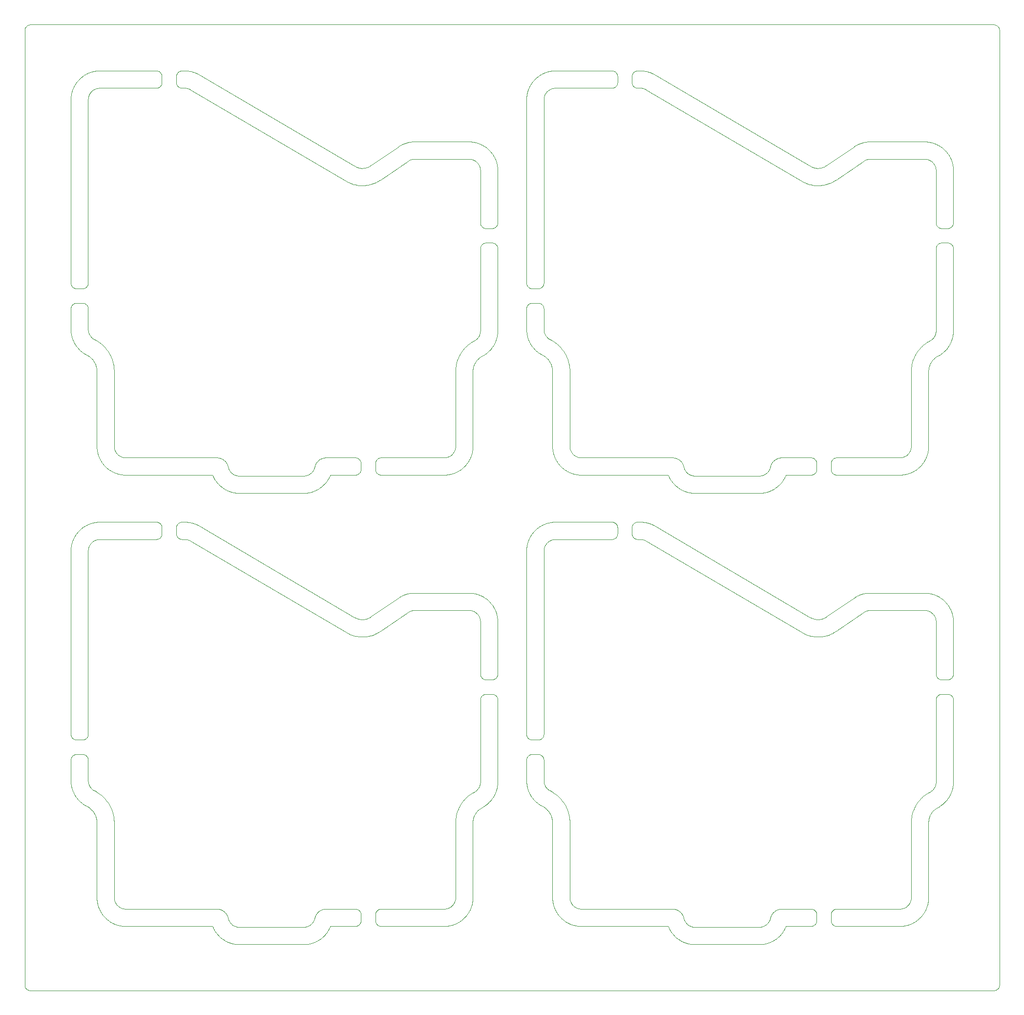
<source format=gm1>
G04 #@! TF.GenerationSoftware,KiCad,Pcbnew,6.0.0-d3dd2cf0fa~116~ubuntu20.04.1*
G04 #@! TF.CreationDate,2023-02-24T20:08:58+00:00*
G04 #@! TF.ProjectId,pixel-pump-mainboard-panel,70697865-6c2d-4707-956d-702d6d61696e,9*
G04 #@! TF.SameCoordinates,Original*
G04 #@! TF.FileFunction,Profile,NP*
%FSLAX46Y46*%
G04 Gerber Fmt 4.6, Leading zero omitted, Abs format (unit mm)*
G04 Created by KiCad (PCBNEW 6.0.0-d3dd2cf0fa~116~ubuntu20.04.1) date 2023-02-24 20:08:58*
%MOMM*%
%LPD*%
G01*
G04 APERTURE LIST*
G04 #@! TA.AperFunction,Profile*
%ADD10C,0.100000*%
G04 #@! TD*
G04 APERTURE END LIST*
D10*
X162349Y-454747D02*
X162221Y-454956D01*
X77739260Y-137904681D02*
X77735289Y-137929885D01*
X89471627Y-135402099D02*
X89449014Y-135388843D01*
X76261993Y-76609420D02*
X76208168Y-76663246D01*
X50513594Y-80756854D02*
X50442704Y-80790594D01*
X155598633Y-76231060D02*
X155550529Y-76290055D01*
X156819654Y-98634395D02*
X156844521Y-98638527D01*
X157690317Y-102497679D02*
X157648498Y-102434227D01*
X115911231Y-156496410D02*
X115988943Y-156506621D01*
X81805173Y-113201359D02*
X81775278Y-113239666D01*
X95113107Y-152801502D02*
X95113289Y-152801679D01*
X77699998Y-151350970D02*
X77699801Y-151370775D01*
X168393554Y-167437973D02*
X168393777Y-167437871D01*
X111622812Y-156505731D02*
X111609960Y-156475720D01*
X154709811Y-155352794D02*
X154689684Y-155367970D01*
X23742768Y-88557000D02*
X23727525Y-88603139D01*
X94865823Y-74253796D02*
X94865970Y-74254002D01*
X57599380Y-156318243D02*
X57552549Y-156331203D01*
X130219623Y-75381788D02*
X130264677Y-75355835D01*
X49427680Y-77930892D02*
X49427897Y-77930747D01*
X128557951Y-159365404D02*
X128532748Y-159371793D01*
X159561993Y-21798398D02*
X159579590Y-21816447D01*
X107112164Y-11035292D02*
X107111926Y-11035249D01*
X17310042Y-153351553D02*
X17310295Y-153351575D01*
X81980974Y-116898480D02*
X81989281Y-116946356D01*
X50053024Y-77273922D02*
X50065868Y-77251777D01*
X81750800Y-23749553D02*
X81788755Y-23870525D01*
X8010718Y-127385756D02*
X8019025Y-127337880D01*
X138613974Y-102924780D02*
X138705518Y-102878299D01*
X113224067Y-80268967D02*
X113203216Y-80253436D01*
X78629089Y-132473269D02*
X78629238Y-132473056D01*
X67591736Y-98566413D02*
X67612992Y-98566186D01*
X114884294Y-77756220D02*
X114943962Y-77807044D01*
X140598861Y-153379900D02*
X140646737Y-153371593D01*
X78442488Y-58161650D02*
X78360020Y-58258937D01*
X93370192Y-155259508D02*
X93311197Y-155211404D01*
X12000316Y-132821065D02*
X12022752Y-132833823D01*
X26852121Y-86354672D02*
X26896544Y-86334981D01*
X10160622Y-135204100D02*
X10139127Y-135189100D01*
X111562357Y-156363142D02*
X111561962Y-156362848D01*
X74821862Y-155887764D02*
X74752693Y-155919545D01*
X153821862Y-155887764D02*
X153752693Y-155919545D01*
X152500223Y-153193501D02*
X152569276Y-153161772D01*
X8256460Y-123715860D02*
X8224721Y-123679066D01*
X157314389Y-98742621D02*
X157338711Y-98749248D01*
X115808101Y-156478023D02*
X115808357Y-156478074D01*
X26988018Y-86302250D02*
X27034850Y-86289291D01*
X105343274Y-86916099D02*
X105360762Y-86870763D01*
X10904946Y-123474297D02*
X10883099Y-123517700D01*
X9824271Y-56690737D02*
X9804027Y-56674087D01*
X87725603Y-55422658D02*
X87712125Y-55400177D01*
X9804027Y-56674087D02*
X9743565Y-56623010D01*
X140551450Y-78071583D02*
X140504619Y-78058623D01*
X112273526Y-157600545D02*
X112225625Y-157538341D01*
X139897053Y-155794153D02*
X139877362Y-155749730D01*
X51923724Y-79734872D02*
X51905554Y-79753468D01*
X128805009Y-77609486D02*
X128822169Y-77590488D01*
X155190118Y-154940463D02*
X155098225Y-155027815D01*
X8019422Y-53263698D02*
X8013173Y-53184796D01*
X151990539Y-75079756D02*
X152015075Y-75075998D01*
X88315923Y-87879884D02*
X88333057Y-87861395D01*
X77609467Y-74045455D02*
X77583945Y-74169646D01*
X66194189Y-20509630D02*
X66325267Y-20473081D01*
X9791864Y-9165646D02*
X9811197Y-9149470D01*
X140646737Y-78090536D02*
X140598861Y-78082229D01*
X94293987Y-136800178D02*
X94357769Y-137064135D01*
X77959375Y-101811627D02*
X77892017Y-101776442D01*
X157509191Y-102254230D02*
X157509023Y-102254040D01*
X78823293Y-132134803D02*
X78823402Y-132134566D01*
X112740454Y-153410476D02*
X112791509Y-153422709D01*
X94511861Y-151575778D02*
X94521462Y-151651163D01*
X74136042Y-156149629D02*
X74111897Y-156156870D01*
X81526890Y-101444325D02*
X81558671Y-101513493D01*
X74699998Y-151354540D02*
X74699998Y-138389111D01*
X87035892Y-90665764D02*
X87045509Y-90590253D01*
X49805009Y-77609486D02*
X49822169Y-77590488D01*
X60859874Y-77444774D02*
X60844631Y-77398635D01*
X151690096Y-156360875D02*
X140792122Y-156360875D01*
X66948762Y-101676339D02*
X66948505Y-101676429D01*
X140202259Y-156166048D02*
X140163952Y-156136153D01*
X61615539Y-26966150D02*
X61410325Y-27098425D01*
X77699998Y-60162111D02*
X77699998Y-73091350D01*
X10878139Y-8473109D02*
X10947307Y-8441328D01*
X78108705Y-54718163D02*
X78172856Y-54673592D01*
X90041835Y-131494616D02*
X90041887Y-131494874D01*
X130598677Y-75207443D02*
X130648136Y-75191405D01*
X13211000Y-75670207D02*
X13172384Y-75604608D01*
X158702619Y-113558987D02*
X158656480Y-113543744D01*
X28016533Y-11019543D02*
X27944549Y-11010799D01*
X81816937Y-102227474D02*
X81823564Y-102251796D01*
X11766167Y-89685916D02*
X11765969Y-89686073D01*
X81950989Y-24612236D02*
X81954490Y-24637199D01*
X60076991Y-105950999D02*
X59853660Y-106011451D01*
X157509023Y-23994420D02*
X157458078Y-23938031D01*
X160816937Y-23967854D02*
X160823564Y-23992176D01*
X138839076Y-102801618D02*
X138963163Y-102721635D01*
X76630564Y-55730273D02*
X76668920Y-55695430D01*
X57360576Y-156359679D02*
X57311877Y-156360875D01*
X34693348Y-75667084D02*
X34730168Y-75703796D01*
X57311877Y-153360875D02*
X57360576Y-153362070D01*
X32564089Y-78105265D02*
X32563778Y-78104883D01*
X154607822Y-77168066D02*
X154503761Y-77240495D01*
X160343519Y-113543744D02*
X160297380Y-113558987D01*
X160871713Y-132436589D02*
X160853541Y-132512695D01*
X136862585Y-24822683D02*
X136962078Y-24848016D01*
X138705745Y-102878180D02*
X138727882Y-102866216D01*
X140743423Y-78100059D02*
X140694963Y-78096484D01*
X106733408Y-10999999D02*
X106275522Y-10999999D01*
X9008078Y-88249809D02*
X9085685Y-88149549D01*
X106733408Y-89259619D02*
X106275522Y-89259619D01*
X12228422Y-58840363D02*
X12228318Y-58840121D01*
X27034850Y-89229947D02*
X26988019Y-89216987D01*
X57505138Y-75120280D02*
X57552549Y-75130926D01*
X78098705Y-136897781D02*
X78086009Y-136919912D01*
X57284188Y-106030752D02*
X57059974Y-105973662D01*
X26647352Y-89034897D02*
X26610558Y-89003158D01*
X130648136Y-75191405D02*
X130698481Y-75176522D01*
X93291864Y-155195228D02*
X93195664Y-155112642D01*
X94280338Y-136749568D02*
X94293987Y-136800178D01*
X156848176Y-137457206D02*
X156848093Y-137457453D01*
X78932669Y-24793081D02*
X78911763Y-24720019D01*
X52854385Y-78386009D02*
X52820436Y-78456799D01*
X128200419Y-159442295D02*
X128174793Y-159446690D01*
X168555605Y-167350319D02*
X168565228Y-167343541D01*
X130419785Y-158449268D02*
X130399347Y-158465339D01*
X28135408Y-11039845D02*
X28112164Y-11035292D01*
X8000000Y-49271521D02*
X8001195Y-49222822D01*
X67595567Y-101566370D02*
X67507238Y-101568773D01*
X73659598Y-153115313D02*
X73681301Y-153103266D01*
X87781254Y-133771740D02*
X87767190Y-133749621D01*
X152681521Y-153103141D02*
X152747010Y-153064589D01*
X79150666Y-135837122D02*
X79150443Y-135837257D01*
X89343519Y-48339273D02*
X89388855Y-48356761D01*
X49153253Y-78081842D02*
X49153491Y-78081733D01*
X59473257Y-24727739D02*
X59473495Y-24727643D01*
X66650470Y-23547982D02*
X66650231Y-23548114D01*
X105343274Y-8656480D02*
X105360762Y-8611144D01*
X89160622Y-135204100D02*
X89139127Y-135189100D01*
X101940662Y-86270337D02*
X101988538Y-86278644D01*
X95332830Y-77962607D02*
X95308349Y-77956598D01*
X8183062Y-11661288D02*
X8204003Y-11588104D01*
X28229915Y-89320953D02*
X28229681Y-89320892D01*
X67052196Y-23384061D02*
X66974255Y-23408095D01*
X137297229Y-77208291D02*
X137291281Y-77256517D01*
X87586390Y-88911199D02*
X87598343Y-88889005D01*
X36026525Y-156130716D02*
X36026735Y-156130872D01*
X12457289Y-137867544D02*
X12431701Y-137730364D01*
X107065488Y-8011093D02*
X107137932Y-8016356D01*
X12644656Y-152552525D02*
X12638647Y-152528044D01*
X114789609Y-77666637D02*
X114807738Y-77684713D01*
X136986864Y-24853657D02*
X136987115Y-24853711D01*
X136901740Y-153555701D02*
X136940047Y-153585596D01*
X34039595Y-153503156D02*
X34088113Y-153523211D01*
X87072341Y-12155478D02*
X87085770Y-12080552D01*
X12616053Y-152429268D02*
X12590532Y-152305077D01*
X74604259Y-151971347D02*
X74611690Y-151947663D01*
X90559195Y-89872909D02*
X90542093Y-89890900D01*
X160516076Y-23161934D02*
X160526890Y-23184705D01*
X8204003Y-89847724D02*
X8211244Y-89823579D01*
X88344752Y-134499913D02*
X88256092Y-134402350D01*
X48760297Y-159500128D02*
X48682029Y-159506276D01*
X89518960Y-45640547D02*
X89476681Y-45664498D01*
X102460241Y-10743538D02*
X102423447Y-10775277D01*
X67157513Y-101616617D02*
X67078381Y-101636379D01*
X114361244Y-159164026D02*
X114337088Y-159154409D01*
X15990976Y-74413400D02*
X16041921Y-74469789D01*
X30114707Y-8600822D02*
X30140365Y-8614778D01*
X11689047Y-58008742D02*
X11688872Y-58008545D01*
X33941542Y-153467063D02*
X33991042Y-153484556D01*
X49937793Y-155707811D02*
X49952878Y-155687126D01*
X157410802Y-132730776D02*
X157428769Y-132712661D01*
X78557012Y-98815385D02*
X78580967Y-98823235D01*
X77189704Y-23315865D02*
X77113930Y-23310094D01*
X59496742Y-24718012D02*
X59496978Y-24717911D01*
X114114193Y-76260386D02*
X114135443Y-76307839D01*
X74209190Y-152672829D02*
X74225359Y-152653995D01*
X79568952Y-21017566D02*
X79590512Y-21030628D01*
X94561042Y-73590465D02*
X94567263Y-73614495D01*
X74688137Y-151575777D02*
X74688166Y-151575525D01*
X12018478Y-89517353D02*
X11952989Y-89555904D01*
X168545252Y-167356889D02*
X168555197Y-167350591D01*
X816806Y-167501786D02*
X817049Y-167501825D01*
X168707065Y-167225957D02*
X168715181Y-167217432D01*
X26426251Y-88778579D02*
X26402300Y-88736300D01*
X115507186Y-156391155D02*
X115507431Y-156391245D01*
X91078229Y-58544690D02*
X91078099Y-58544460D01*
X151693792Y-153360874D02*
X151706205Y-153360716D01*
X36858190Y-159506276D02*
X36779922Y-159500128D01*
X152747227Y-153064458D02*
X152768292Y-153051328D01*
X131983296Y-156361038D02*
X131982806Y-156361086D01*
X74980867Y-58312068D02*
X74996798Y-58262759D01*
X112941542Y-75207443D02*
X112991042Y-75224936D01*
X90426453Y-90025589D02*
X90426296Y-90025787D01*
X102528939Y-88934460D02*
X102495433Y-88969652D01*
X90065904Y-53337556D02*
X90065969Y-53337811D01*
X34863711Y-80674027D02*
X34794681Y-80636629D01*
X155451768Y-154665208D02*
X155435107Y-154684125D01*
X50419084Y-80801460D02*
X50299582Y-80854553D01*
X12749199Y-152917887D02*
X12711244Y-152796915D01*
X11002246Y-12911365D02*
X11000160Y-12993668D01*
X49224497Y-156307553D02*
X49247318Y-156295951D01*
X153710089Y-59780927D02*
X153730229Y-59523678D01*
X78889854Y-98937634D02*
X78913143Y-98947281D01*
X106848169Y-89262831D02*
X106847928Y-89262817D01*
X156593855Y-20342458D02*
X156669366Y-20352075D01*
X73213240Y-153293610D02*
X73213484Y-153293543D01*
X156027614Y-75604606D02*
X155988999Y-75670205D01*
X75354159Y-57405587D02*
X75476691Y-57178500D01*
X153579601Y-73783877D02*
X153604180Y-73711967D01*
X77328550Y-74991107D02*
X77318903Y-75014396D01*
X111558384Y-156361255D02*
X111557901Y-156361159D01*
X92051146Y-75382205D02*
X92039759Y-75359716D01*
X454956Y-167357017D02*
X518076Y-167394850D01*
X113794681Y-80636629D02*
X113771984Y-80623947D01*
X10409487Y-86983682D02*
X10431047Y-86970620D01*
X78255586Y-132869954D02*
X78255790Y-132869792D01*
X158601666Y-135582777D02*
X158579471Y-135596145D01*
X11002246Y-91170985D02*
X11000160Y-91253288D01*
X36410361Y-156351856D02*
X36410601Y-156351959D01*
X146290969Y-23331283D02*
X146290701Y-23331323D01*
X157990678Y-103376228D02*
X157988167Y-103351534D01*
X36134025Y-77944812D02*
X36134246Y-77944951D01*
X107877511Y-8131763D02*
X107994973Y-8160725D01*
X137736815Y-27909875D02*
X137685739Y-27911571D01*
X137470775Y-103172072D02*
X137495934Y-103172529D01*
X8010718Y-44936661D02*
X8004770Y-44888435D01*
X80936965Y-134394870D02*
X80855311Y-134496443D01*
X92918542Y-56000333D02*
X93095813Y-56206042D01*
X11426453Y-11765969D02*
X11426296Y-11766167D01*
X139806770Y-154253838D02*
X139812718Y-154205612D01*
X56524220Y-105795089D02*
X56476718Y-105776241D01*
X106847928Y-11003197D02*
X106824270Y-11002052D01*
X49224263Y-156307669D02*
X49224497Y-156307553D01*
X74696486Y-151474551D02*
X74697743Y-151449761D01*
X518076Y-167394850D02*
X518288Y-167394974D01*
X58135152Y-155920887D02*
X58107173Y-155960615D01*
X130620863Y-80022860D02*
X130601292Y-80039977D01*
X96011035Y-75040273D02*
X96085062Y-75057451D01*
X153690677Y-151550831D02*
X153690699Y-151550578D01*
X87791127Y-88561511D02*
X87804731Y-88540289D01*
X96411112Y-153358619D02*
X96411365Y-153358628D01*
X137244125Y-155704394D02*
X137226637Y-155749730D01*
X155993666Y-101566186D02*
X146609160Y-101566186D01*
X81795996Y-102154290D02*
X81816937Y-102227474D01*
X114314303Y-76894441D02*
X114340637Y-76968264D01*
X95308349Y-77956598D02*
X95185610Y-77924819D01*
X14009881Y-76680845D02*
X13991832Y-76663248D01*
X107111926Y-89294869D02*
X107040448Y-89282656D01*
X157047010Y-101862470D02*
X156981521Y-101823919D01*
X15699210Y-152230380D02*
X15710141Y-152252666D01*
X9676747Y-9264892D02*
X9695664Y-9248232D01*
X168764768Y-167162725D02*
X168764931Y-167162541D01*
X91022982Y-132833950D02*
X91366928Y-133017718D01*
X12293861Y-89388723D02*
X12293624Y-89388814D01*
X81275937Y-22716053D02*
X81288999Y-22737613D01*
X11000173Y-131095763D02*
X11002428Y-131181337D01*
X81995451Y-131511535D02*
X81988810Y-131638909D01*
X168995771Y-166605243D02*
X168995786Y-166604998D01*
X26647352Y-10775277D02*
X26610558Y-10743538D01*
X9811197Y-87409090D02*
X9870192Y-87360986D01*
X127339868Y-81259409D02*
X127319441Y-81259619D01*
X78988138Y-25091662D02*
X78978537Y-25016277D01*
X156919447Y-20392336D02*
X156944202Y-20397098D01*
X78657729Y-57942706D02*
X78565591Y-58030889D01*
X16206878Y-74626614D02*
X16207072Y-74626777D01*
X49684277Y-81072002D02*
X49557951Y-81105784D01*
X145871986Y-101704665D02*
X145871732Y-101704763D01*
X35283730Y-76794518D02*
X35306172Y-76869616D01*
X12486515Y-11067330D02*
X12413453Y-11088236D01*
X137107173Y-155960615D02*
X137077278Y-155998922D01*
X157740845Y-54037966D02*
X157740972Y-54037738D01*
X73090376Y-75062501D02*
X73114690Y-75057505D01*
X129348196Y-154713864D02*
X129365835Y-154664417D01*
X89388855Y-45706036D02*
X89343519Y-45723524D01*
X95722818Y-74943773D02*
X95723052Y-74943870D01*
X90003528Y-91145689D02*
X90003512Y-91145942D01*
X14101775Y-76768197D02*
X14009881Y-76680845D01*
X75268953Y-77390252D02*
X75203355Y-77428868D01*
X139806770Y-75994218D02*
X139812718Y-75945992D01*
X140283039Y-75242106D02*
X140325318Y-75218155D01*
X93909487Y-155636812D02*
X93801891Y-155569747D01*
X50052890Y-77274147D02*
X50053024Y-77273922D01*
X35507755Y-80960167D02*
X35483356Y-80951184D01*
X96209460Y-153339377D02*
X96209711Y-153339412D01*
X94680835Y-156017662D02*
X94610145Y-155989426D01*
X106824029Y-11002043D02*
X106745493Y-11000145D01*
X87017965Y-90842053D02*
X87020197Y-90816944D01*
X51620863Y-80022860D02*
X51601292Y-80039977D01*
X89496646Y-8672384D02*
X89518530Y-8659872D01*
X58244125Y-77444774D02*
X58226637Y-77490110D01*
X79029654Y-20737660D02*
X79052692Y-20747894D01*
X235068Y-167162541D02*
X235231Y-167162725D01*
X75398110Y-155569745D02*
X75290513Y-155636810D01*
X51452106Y-75263591D02*
X51500624Y-75243536D01*
X23644548Y-10518959D02*
X23618552Y-10560012D01*
X12431649Y-137730106D02*
X12426250Y-137704868D01*
X10775278Y-123679066D02*
X10743539Y-123715860D01*
X94426778Y-137434107D02*
X94462444Y-137703308D01*
X16913453Y-75013018D02*
X16986515Y-75033924D01*
X66556284Y-23602326D02*
X66556053Y-23602470D01*
X81628551Y-101676331D02*
X81656787Y-101747021D01*
X89895199Y-135632743D02*
X89894968Y-135632616D01*
X28504758Y-89412109D02*
X28482822Y-89403174D01*
X50745538Y-80636629D02*
X50676508Y-80674027D01*
X33562366Y-157937625D02*
X33544688Y-157918560D01*
X157973272Y-53378006D02*
X157973316Y-53377749D01*
X48654533Y-78232755D02*
X48654791Y-78232711D01*
X16063959Y-156149630D02*
X15942987Y-156111675D01*
X15502246Y-151449509D02*
X15502255Y-151449762D01*
X137282974Y-75898116D02*
X137291281Y-75945992D01*
X15710141Y-73993046D02*
X15710256Y-73993272D01*
X93009881Y-154940465D02*
X92991832Y-154922868D01*
X94757733Y-74082776D02*
X94796284Y-74148265D01*
X65935517Y-98852888D02*
X66064414Y-98809269D01*
X227380Y-365610D02*
X227069Y-365989D01*
X159855311Y-56236823D02*
X159838815Y-56256805D01*
X52161631Y-153362926D02*
X52227113Y-153361214D01*
X61694963Y-156356104D02*
X61646737Y-156350156D01*
X140792122Y-78101255D02*
X140743423Y-78100059D01*
X15426778Y-59174487D02*
X15462444Y-59443688D01*
X156767810Y-59493908D02*
X156767753Y-59494162D01*
X154203355Y-77428868D02*
X154181471Y-77441380D01*
X8611144Y-126616381D02*
X8656480Y-126598893D01*
X66589895Y-98670427D02*
X66616391Y-98664947D01*
X36623979Y-81224490D02*
X36598159Y-81221440D01*
X81904946Y-38408720D02*
X81924637Y-38453143D01*
X91616053Y-74169648D02*
X91590532Y-74045457D01*
X17209711Y-153339412D02*
X17285096Y-153349013D01*
X8566721Y-48376452D02*
X8611144Y-48356761D01*
X129923691Y-153855883D02*
X129963657Y-153821840D01*
X94543803Y-151775812D02*
X94560981Y-151849839D01*
X60821025Y-154157736D02*
X60831671Y-154110325D01*
X50011669Y-155600738D02*
X50011809Y-155600517D01*
X109266842Y-8685999D02*
X109283221Y-8695428D01*
X16817376Y-74980856D02*
X16889286Y-75005436D01*
X129178975Y-159164026D02*
X129056863Y-159210804D01*
X49224497Y-78047933D02*
X49247318Y-78036331D01*
X87481039Y-123900167D02*
X87439987Y-123874171D01*
X77513240Y-23373829D02*
X77489210Y-23367608D01*
X78354183Y-54525350D02*
X78410616Y-54471339D01*
X27226823Y-86260814D02*
X27275522Y-86259619D01*
X10250549Y-124011347D02*
X10203138Y-124021993D01*
X114487195Y-155533542D02*
X114487329Y-155533767D01*
X87019025Y-49078260D02*
X87029671Y-49030849D01*
X157013671Y-137055373D02*
X157013556Y-137055607D01*
X48760297Y-81240508D02*
X48682029Y-81246656D01*
X12494925Y-138223225D02*
X12493566Y-138197452D01*
X51264677Y-75355835D02*
X51310838Y-75330827D01*
X89833152Y-123601031D02*
X89805173Y-123640759D01*
X66992070Y-98604222D02*
X67127343Y-98589450D01*
X158010718Y-34497261D02*
X158004770Y-34449035D01*
X13649470Y-76290057D02*
X13601366Y-76231062D01*
X128822169Y-155850108D02*
X128822342Y-155849912D01*
X146609160Y-23306566D02*
X146609024Y-23306566D01*
X96310042Y-153351553D02*
X96310295Y-153351575D01*
X90000000Y-131082594D02*
X90000000Y-131082725D01*
X34693348Y-153926704D02*
X34730168Y-153963416D01*
X78068506Y-23616248D02*
X78068292Y-23616111D01*
X157085882Y-136920140D02*
X157025319Y-137032380D01*
X12486759Y-11067263D02*
X12486759Y-11067263D01*
X61091966Y-153650841D02*
X61127158Y-153617335D01*
X106275522Y-89259619D02*
X106226823Y-89258423D01*
X10833152Y-45341411D02*
X10805173Y-45381139D01*
X10471627Y-57142479D02*
X10449014Y-57129223D01*
X49557951Y-81105784D02*
X49532748Y-81112173D01*
X94511832Y-151575526D02*
X94511861Y-151575778D01*
X73934029Y-74674800D02*
X73992926Y-74626776D01*
X129885004Y-153890621D02*
X129923691Y-153855883D01*
X154709811Y-77093174D02*
X154689684Y-77108350D01*
X156362128Y-55158203D02*
X156405439Y-55129754D01*
X58161148Y-77620215D02*
X58135152Y-77661267D01*
X16986515Y-75033924D02*
X16986759Y-75033991D01*
X137879825Y-103147960D02*
X137880079Y-103147922D01*
X9238721Y-56123101D02*
X9187052Y-56063143D01*
X101892436Y-8004770D02*
X101940662Y-8010718D01*
X50332013Y-76503656D02*
X50348196Y-76454244D01*
X12022752Y-54574203D02*
X12022982Y-54574330D01*
X128822342Y-155849912D02*
X128873342Y-155790395D01*
X58470775Y-103172072D02*
X58495934Y-103172529D01*
X160448853Y-101285235D02*
X160460240Y-101307724D01*
X90808349Y-8144656D02*
X90832830Y-8138647D01*
X11061042Y-12510789D02*
X11060981Y-12511035D01*
X8029671Y-127290469D02*
X8042631Y-127243638D01*
X158466972Y-57402302D02*
X158444436Y-57415088D01*
X721382Y-167479098D02*
X721619Y-167479161D01*
X91413210Y-11088309D02*
X91389526Y-11095739D01*
X157973316Y-131637369D02*
X157977287Y-131612165D01*
X66579315Y-101848024D02*
X66579080Y-101848161D01*
X49057183Y-156381900D02*
X49129618Y-156351959D01*
X34655215Y-75631001D02*
X34693348Y-75667084D01*
X158400259Y-38036825D02*
X158439987Y-38008846D01*
X74570804Y-152067249D02*
X74570895Y-152067012D01*
X11906980Y-86381060D02*
X11931606Y-86375673D01*
X8131254Y-132224938D02*
X8125434Y-132199381D01*
X160195268Y-22587235D02*
X160208872Y-22608457D01*
X81883946Y-24238172D02*
X81909467Y-24362363D01*
X28282314Y-86289689D02*
X28306226Y-86292301D01*
X78458078Y-23938031D02*
X78457906Y-23937846D01*
X102644548Y-86740659D02*
X102668499Y-86782937D01*
X11459509Y-54104582D02*
X11459678Y-54104784D01*
X58300804Y-76042678D02*
X58302000Y-76091377D01*
X94680835Y-77758042D02*
X94610145Y-77729806D01*
X50190263Y-155252009D02*
X50199491Y-155228129D01*
X74454558Y-152320249D02*
X74489743Y-152252891D01*
X365989Y-167292169D02*
X375268Y-167299411D01*
X79256460Y-35016840D02*
X79224721Y-34980046D01*
X102423447Y-8224721D02*
X102460241Y-8256460D01*
X78996471Y-103452255D02*
X78990700Y-103376481D01*
X79166847Y-113161631D02*
X79140851Y-113120579D01*
X79698108Y-21097693D02*
X79719330Y-21111297D01*
X81489157Y-133513926D02*
X81430278Y-133630191D01*
X101940662Y-10989281D02*
X101892436Y-10995229D01*
X10674841Y-126797479D02*
X10710033Y-126830985D01*
X48629246Y-78236752D02*
X48654533Y-78232755D01*
X90351501Y-11868041D02*
X90309682Y-11931493D01*
X35174384Y-154664417D02*
X35192023Y-154713864D01*
X158348420Y-20892956D02*
X158370614Y-20904909D01*
X90129103Y-12293861D02*
X90120483Y-12317138D01*
X157935584Y-131815897D02*
X157953726Y-131739918D01*
X78343707Y-136538848D02*
X78266415Y-136640296D01*
X11047344Y-53260749D02*
X11065904Y-53337556D01*
X11823702Y-132706312D02*
X11844671Y-132721359D01*
X77341665Y-20318751D02*
X77417566Y-20324531D01*
X157132168Y-23658209D02*
X157131958Y-23658067D01*
X87197823Y-132479764D02*
X87190664Y-132454550D01*
X58272328Y-155611424D02*
X58259368Y-155658255D01*
X27848169Y-11003211D02*
X27847928Y-11003197D01*
X153700335Y-60103582D02*
X153707392Y-59832676D01*
X81236024Y-55709171D02*
X81165375Y-55818684D01*
X114855942Y-81072002D02*
X114830915Y-81064958D01*
X113794681Y-158896249D02*
X113771984Y-158883567D01*
X157275543Y-132853643D02*
X157275743Y-132853476D01*
X27920492Y-11008466D02*
X27848169Y-11003211D01*
X50672054Y-154120245D02*
X50704843Y-154079892D01*
X8004654Y-53029800D02*
X8003486Y-52997993D01*
X90037530Y-57458304D02*
X90037306Y-57458165D01*
X115988943Y-156506621D02*
X115989202Y-156506652D01*
X12486759Y-11067263D02*
X12486515Y-11067330D01*
X139868621Y-27391203D02*
X139657216Y-27485218D01*
X12228422Y-137099983D02*
X12228318Y-137099741D01*
X34229381Y-153590447D02*
X34275542Y-153615455D01*
X114650403Y-155770120D02*
X114650566Y-155770325D01*
X15525256Y-73416330D02*
X15525298Y-73416580D01*
X50404776Y-76307839D02*
X50426026Y-76260386D01*
X11027346Y-131416938D02*
X11041835Y-131494616D01*
X26480226Y-8400259D02*
X26510121Y-8361952D01*
X89980974Y-44984537D02*
X89970328Y-45031948D01*
X153697752Y-73189888D02*
X153699838Y-73107585D01*
X59527653Y-27822333D02*
X59299301Y-27859563D01*
X127958888Y-78157742D02*
X128032788Y-78131625D01*
X11411102Y-11785796D02*
X11410950Y-11785998D01*
X77148853Y-153641823D02*
X77113609Y-153709294D01*
X11541921Y-11631465D02*
X11490976Y-11687854D01*
X15710256Y-73993272D02*
X15745441Y-74060630D01*
X59131934Y-103098849D02*
X59231036Y-103072023D01*
X11103442Y-53463488D02*
X11103528Y-53463737D01*
X127656085Y-81248354D02*
X127528281Y-81255039D01*
X28521881Y-8062114D02*
X28545638Y-8065878D01*
X52266693Y-157600545D02*
X52250562Y-157620935D01*
X139859874Y-154017355D02*
X139877362Y-153972019D01*
X35114193Y-76260386D02*
X35135443Y-76307839D01*
X59613974Y-102924780D02*
X59705518Y-102878299D01*
X153157905Y-74469973D02*
X153158077Y-74469787D01*
X26304425Y-88462757D02*
X26296118Y-88414881D01*
X90659942Y-54313822D02*
X90660137Y-54313999D01*
X89058576Y-45780203D02*
X89009877Y-45781399D01*
X34415951Y-80405080D02*
X34351199Y-80360685D01*
X105285400Y-10009876D02*
X105285400Y-8990122D01*
X11023201Y-131390930D02*
X11023239Y-131391191D01*
X27733529Y-10999999D02*
X27733408Y-10999999D01*
X49804832Y-77609678D02*
X49805009Y-77609486D01*
X90009299Y-12810295D02*
X90003528Y-12886069D01*
X102755728Y-10250548D02*
X102742768Y-10297380D01*
X58226637Y-155749730D02*
X58206946Y-155794153D01*
X81665841Y-101770547D02*
X81709875Y-101889441D01*
X157996471Y-25192635D02*
X157990700Y-25116861D01*
X81877402Y-132411309D02*
X81871713Y-132436589D01*
X94462444Y-137703308D02*
X94467957Y-137755435D01*
X10010316Y-87252522D02*
X10071672Y-87207468D01*
X49952878Y-155687126D02*
X49953029Y-155686913D01*
X35487329Y-155533767D02*
X35528410Y-155600517D01*
X34658674Y-158818296D02*
X34636316Y-158805025D01*
X50103656Y-155442132D02*
X50115326Y-155419346D01*
X90088236Y-90673073D02*
X90067330Y-90746135D01*
X91330633Y-8045509D02*
X91406144Y-8035892D01*
X77706375Y-101695380D02*
X77706138Y-101695289D01*
X49596257Y-77807044D02*
X49655925Y-77756220D01*
X158782889Y-99412806D02*
X158803760Y-99426944D01*
X15657384Y-73878202D02*
X15657481Y-73878436D01*
X11434911Y-136016686D02*
X11434712Y-136016514D01*
X14717110Y-155514254D02*
X14696239Y-155500116D01*
X91078099Y-58544460D02*
X91065122Y-58522151D01*
X35943962Y-77807044D02*
X35944163Y-77807211D01*
X50768235Y-80623947D02*
X50745538Y-80636629D01*
X74086891Y-74541881D02*
X74140627Y-74488146D01*
X74157905Y-74469973D02*
X74158077Y-74469787D01*
X87068209Y-90439965D02*
X87072341Y-90415098D01*
X52978257Y-78103228D02*
X52977862Y-78103522D01*
X77390376Y-23345318D02*
X77390127Y-23345270D01*
X107748526Y-89532995D02*
X107748420Y-89532935D01*
X10743539Y-126866177D02*
X10775278Y-126902971D01*
X10297380Y-45738767D02*
X10250549Y-45751727D01*
X50199491Y-76968509D02*
X50199582Y-76968264D01*
X87003225Y-12838008D02*
X87004304Y-12807418D01*
X144808110Y-20640282D02*
X144833363Y-20630572D01*
X137259368Y-77398635D02*
X137244125Y-77444774D01*
X151788887Y-153358619D02*
X151813677Y-153357362D01*
X219678Y-375464D02*
X175841Y-434572D01*
X87190664Y-132454550D02*
X87156336Y-132327267D01*
X130549177Y-153484556D02*
X130598677Y-153467063D01*
X87057874Y-45124918D02*
X87042631Y-45078779D01*
X89878139Y-86732729D02*
X89947307Y-86700948D01*
X76668920Y-55695430D02*
X76864371Y-55526962D01*
X144681774Y-98950464D02*
X144808110Y-98899902D01*
X36598159Y-81221440D02*
X36520318Y-81211212D01*
X127528281Y-159514659D02*
X127496731Y-159515808D01*
X75664758Y-135129229D02*
X75810239Y-134916114D01*
X27733529Y-89259619D02*
X27733408Y-89259619D01*
X617659Y-76307D02*
X617206Y-76495D01*
X156268904Y-153390527D02*
X156258671Y-153413565D01*
X50442704Y-159050214D02*
X50419084Y-159061080D01*
X52989302Y-78101258D02*
X52983788Y-78101393D01*
X87551146Y-10719049D02*
X87586390Y-10651579D01*
X11932453Y-54520456D02*
X12000088Y-54561311D01*
X58967782Y-27896261D02*
X58736815Y-27909875D01*
X137206946Y-77534533D02*
X137185099Y-77577936D01*
X81388855Y-35266636D02*
X81343519Y-35284124D01*
X160638047Y-35117277D02*
X160599740Y-35147172D01*
X10970328Y-123291568D02*
X10957368Y-123338399D01*
X65433711Y-99061689D02*
X65557111Y-99004334D01*
X91431649Y-59470486D02*
X91426250Y-59445248D01*
X79749450Y-113571947D02*
X79702619Y-113558987D01*
X74844633Y-155876950D02*
X74821862Y-155887764D01*
X26328031Y-10297379D02*
X26315071Y-10250548D01*
X57840103Y-27870524D02*
X57611217Y-27836729D01*
X57599380Y-75143886D02*
X57645519Y-75159129D01*
X131980886Y-78101899D02*
X131980423Y-78102065D01*
X58226637Y-77490110D02*
X58206946Y-77534533D01*
X127496731Y-159515808D02*
X127339868Y-159519029D01*
X81288999Y-22737613D02*
X81327615Y-22803212D01*
X89998804Y-44839975D02*
X89995229Y-44888435D01*
X78974701Y-24991240D02*
X78961295Y-24916438D01*
X34229381Y-75330827D02*
X34275542Y-75355835D01*
X94796284Y-74148265D02*
X94796415Y-74148482D01*
X26426251Y-86740658D02*
X26452247Y-86699606D01*
X105610558Y-10743538D02*
X105575366Y-10710032D01*
X131979089Y-156362319D02*
X131978666Y-156362573D01*
X157411895Y-98770189D02*
X157436040Y-98777430D01*
X79256460Y-38167157D02*
X79289966Y-38131965D01*
X90307761Y-135910163D02*
X90307554Y-135910001D01*
X91040624Y-89505061D02*
X91040401Y-89505181D01*
X73519656Y-156292665D02*
X73394332Y-156311864D01*
X66064414Y-98809269D02*
X66090158Y-98800945D01*
X57940047Y-153585596D02*
X57976841Y-153617335D01*
X93480794Y-134986516D02*
X93509501Y-135030374D01*
X157482670Y-132655405D02*
X157499670Y-132636379D01*
X81710033Y-38131965D02*
X81743539Y-38167157D01*
X88101366Y-9870192D02*
X88149470Y-9811197D01*
X90559372Y-89872727D02*
X90559195Y-89872909D01*
X144073981Y-99253318D02*
X144097321Y-99239634D01*
X137302000Y-154350997D02*
X137302000Y-155370752D01*
X157234030Y-23733019D02*
X157233832Y-23732862D01*
X59613743Y-102924893D02*
X59613974Y-102924780D01*
X90265040Y-132083519D02*
X90278018Y-132105828D01*
X160236024Y-55709171D02*
X160165375Y-55818684D01*
X58454378Y-27913309D02*
X58403281Y-27912381D01*
X140551450Y-156331203D02*
X140504619Y-156318243D01*
X81401656Y-22935951D02*
X81413609Y-22958145D01*
X91223052Y-89417004D02*
X91222818Y-89417101D01*
X81058576Y-113600423D02*
X81009877Y-113601619D01*
X12983923Y-75245886D02*
X12973109Y-75223115D01*
X61241987Y-156194027D02*
X61202259Y-156166048D01*
X22892436Y-10995229D02*
X22843976Y-10998803D01*
X793005Y-22196D02*
X721619Y-40077D01*
X35830915Y-159324578D02*
X35755626Y-159302320D01*
X60897053Y-153927596D02*
X60918900Y-153884193D01*
X87092711Y-53785146D02*
X87078198Y-53707339D01*
X168923692Y-617659D02*
X168923504Y-617206D01*
X81996592Y-53220471D02*
X81995451Y-53251915D01*
X146235704Y-20320601D02*
X146262697Y-20318764D01*
X145857518Y-20363009D02*
X145884272Y-20358978D01*
X106730083Y-8000000D02*
X106748983Y-8000179D01*
X88990189Y-87267698D02*
X89010316Y-87252522D01*
X8473109Y-89137759D02*
X8483923Y-89114988D01*
X28658371Y-89483509D02*
X28593373Y-89451361D01*
X81988810Y-53379289D02*
X81987124Y-53405146D01*
X74579601Y-73783877D02*
X74604180Y-73711967D01*
X12500000Y-151350971D02*
X12499999Y-138422258D01*
X50233969Y-76869865D02*
X50234047Y-76869616D01*
X49822342Y-155849912D02*
X49873342Y-155790395D01*
X8941423Y-126542214D02*
X8990122Y-126541019D01*
X8656480Y-45723524D02*
X8611144Y-45706036D01*
X66871986Y-101704665D02*
X66871732Y-101704763D01*
X8000197Y-91249718D02*
X8003225Y-91097628D01*
X32973530Y-157172965D02*
X32932381Y-157106103D01*
X91338581Y-59125412D02*
X91338496Y-59125162D01*
X91683062Y-74439966D02*
X91676435Y-74415644D01*
X154840559Y-134874091D02*
X154996938Y-134668840D01*
X87551146Y-88978669D02*
X87586390Y-88911199D01*
X153403583Y-74148481D02*
X153403714Y-74148264D01*
X87804731Y-88540289D02*
X87846620Y-88476730D01*
X87947848Y-88331292D02*
X87992902Y-88269936D01*
X102755728Y-88510168D02*
X102742768Y-88557000D01*
X59973760Y-102714612D02*
X59973866Y-102714540D01*
X34863711Y-158933647D02*
X34794681Y-158896249D01*
X138804004Y-106023532D02*
X138577864Y-106072438D01*
X124264Y-167000950D02*
X124388Y-167001162D01*
X32550917Y-78101258D02*
X32550671Y-78101254D01*
X11000170Y-52836011D02*
X11000173Y-52836143D01*
X35718050Y-77590488D02*
X35735210Y-77609486D01*
X146428507Y-98569900D02*
X146591736Y-98566413D01*
X106745493Y-11000145D02*
X106745372Y-11000142D01*
X140091966Y-77811288D02*
X140058460Y-77776096D01*
X49200419Y-81182675D02*
X49174793Y-81187070D01*
X72706332Y-153360714D02*
X72788634Y-153358628D01*
X129739003Y-154040027D02*
X129773855Y-154001442D01*
X78525522Y-102273258D02*
X78525359Y-102273064D01*
X78906807Y-131915986D02*
X78928880Y-131841055D01*
X74696470Y-151474804D02*
X74696486Y-151474551D01*
X15823255Y-156070750D02*
X15704361Y-156026716D01*
X57690855Y-153436237D02*
X57735278Y-153455928D01*
X157648356Y-24174397D02*
X157634176Y-24154024D01*
X153604180Y-73711967D02*
X153604259Y-73711727D01*
X11002255Y-12911112D02*
X11002246Y-12911365D01*
X87224721Y-45419446D02*
X87194826Y-45381139D01*
X58282974Y-75898116D02*
X58291281Y-75945992D01*
X12533024Y-73670065D02*
X12520197Y-73543930D01*
X138705518Y-102878299D02*
X138705745Y-102878180D01*
X12108208Y-11210141D02*
X12107982Y-11210256D01*
X32973530Y-78913345D02*
X32932381Y-78846483D01*
X156513240Y-23373829D02*
X156489210Y-23367608D01*
X16332830Y-156222227D02*
X16308349Y-156216218D01*
X78999999Y-117091741D02*
X79001195Y-117043042D01*
X12911365Y-11002246D02*
X12911112Y-11002255D01*
X36134246Y-156204571D02*
X36201117Y-156245455D01*
X79656480Y-116159493D02*
X79702619Y-116144250D01*
X10155262Y-126551737D02*
X10203138Y-126560044D01*
X87941423Y-124039823D02*
X87892963Y-124036248D01*
X8334158Y-11204361D02*
X8343212Y-11180835D01*
X95131280Y-74559161D02*
X95131465Y-74559333D01*
X77113930Y-101569714D02*
X77113677Y-101569698D01*
X12330633Y-8045509D02*
X12406144Y-8035892D01*
X79280950Y-20857712D02*
X79348420Y-20892956D01*
X78410802Y-54471156D02*
X78428769Y-54453041D01*
X137879825Y-24888340D02*
X137880079Y-24888302D01*
X136385017Y-24635993D02*
X136385246Y-24636108D01*
X90027301Y-53157059D02*
X90027301Y-53157059D01*
X90130154Y-131798033D02*
X90139459Y-131822107D01*
X140368721Y-156265821D02*
X140325318Y-156243974D01*
X9417388Y-56316611D02*
X9362634Y-56259457D01*
X90528973Y-132443752D02*
X90583636Y-132500811D01*
X80666942Y-100167961D02*
X80684076Y-100186450D01*
X94543749Y-151775565D02*
X94543803Y-151775812D01*
X16131280Y-74559161D02*
X16131465Y-74559333D01*
X23345412Y-89092771D02*
X23304360Y-89118768D01*
X157386892Y-23865938D02*
X157386710Y-23865761D01*
X78013556Y-137055607D02*
X77958919Y-137170848D01*
X159952936Y-56114845D02*
X159936965Y-56135250D01*
X116217096Y-78259619D02*
X127323123Y-78259619D01*
X73992926Y-74626776D02*
X73993120Y-74626613D01*
X111556431Y-156361013D02*
X111550917Y-156360878D01*
X15657384Y-152137822D02*
X15657481Y-152138056D01*
X33544688Y-79658940D02*
X33457036Y-79561900D01*
X66556284Y-101861946D02*
X66556053Y-101862090D01*
X130189020Y-158620305D02*
X130124268Y-158664700D01*
X67262697Y-98578384D02*
X67395678Y-98571144D01*
X157334911Y-54542856D02*
X157335106Y-54542683D01*
X78911690Y-102979396D02*
X78904260Y-102955712D01*
X96184674Y-75075956D02*
X96184924Y-75075998D01*
X13421123Y-55507776D02*
X13460260Y-55542646D01*
X130045796Y-153757262D02*
X130087896Y-153726750D01*
X78833831Y-53851375D02*
X78863575Y-53779145D01*
X91781670Y-153013871D02*
X91757049Y-152941842D01*
X81736817Y-54652903D02*
X81728530Y-54677454D01*
X90067263Y-12486759D02*
X90061042Y-12510789D01*
X8011448Y-131418262D02*
X8004654Y-131289420D01*
X8767190Y-133749621D02*
X8725603Y-133682278D01*
X91291543Y-58993473D02*
X91282239Y-58969399D01*
X78677000Y-136184820D02*
X78676805Y-136184992D01*
X146398803Y-101576897D02*
X146398532Y-101576922D01*
X11659942Y-54313822D02*
X11660137Y-54313999D01*
X77160240Y-75359714D02*
X77148853Y-75382203D01*
X87990122Y-48281399D02*
X89009877Y-48281399D01*
X12078229Y-58544690D02*
X12078099Y-58544460D01*
X78085882Y-136920140D02*
X78025319Y-137032380D01*
X60803195Y-76042678D02*
X60806770Y-75994218D01*
X157819164Y-20649778D02*
X157889854Y-20678014D01*
X157025319Y-58772760D02*
X157025198Y-58772991D01*
X77006205Y-101566344D02*
X76993792Y-101566186D01*
X107402171Y-86304248D02*
X107521881Y-86321734D01*
X152286789Y-153272565D02*
X152310472Y-153265134D01*
X36483036Y-156381900D02*
X36483279Y-156381997D01*
X78275743Y-132853476D02*
X78334911Y-132802476D01*
X34536113Y-75529551D02*
X34576562Y-75562220D01*
X10107036Y-126545789D02*
X10155262Y-126551737D01*
X153390316Y-152429379D02*
X153390453Y-152429166D01*
X114026625Y-159016474D02*
X114003297Y-159004995D01*
X73114690Y-153317125D02*
X73114690Y-153317125D01*
X168098231Y-167514096D02*
X168109913Y-167512656D01*
X78894568Y-136006949D02*
X78793760Y-136085074D01*
X77586789Y-23394875D02*
X77586546Y-23394802D01*
X115109180Y-159395814D02*
X115083819Y-159390087D01*
X79796861Y-37861024D02*
X79844737Y-37852717D01*
X9791864Y-87425266D02*
X9811197Y-87409090D01*
X74697752Y-151449508D02*
X74699838Y-151367205D01*
X92360758Y-154164635D02*
X92346620Y-154143764D01*
X13748232Y-76405590D02*
X13665646Y-76309390D01*
X59804004Y-27763912D02*
X59577864Y-27812818D01*
X11785796Y-11411102D02*
X11766167Y-11426296D01*
X78440804Y-102179475D02*
X78440627Y-102179293D01*
X127421070Y-156516849D02*
X127421331Y-156516839D01*
X29342217Y-8264384D02*
X29456334Y-8304552D01*
X901768Y-167514096D02*
X902256Y-167514144D01*
X111560251Y-156361875D02*
X111559796Y-156361685D01*
X157386710Y-102125381D02*
X157368719Y-102108279D01*
X156631789Y-152180527D02*
X156627657Y-152205394D01*
X156682861Y-101686669D02*
X156682623Y-101686584D01*
X87702619Y-48324030D02*
X87749450Y-48311070D01*
X91689071Y-133212309D02*
X91913793Y-133364760D01*
X26285400Y-87249741D02*
X26286595Y-87201042D01*
X22843976Y-10998803D02*
X22795277Y-10999999D01*
X15076360Y-57875219D02*
X15095257Y-57924112D01*
X12658334Y-8012185D02*
X12683492Y-8010589D01*
X91609872Y-89298324D02*
X91609623Y-89298372D01*
X77258671Y-153413565D02*
X77226890Y-153482734D01*
X91913793Y-55105140D02*
X91956381Y-55135700D01*
X77362128Y-133417823D02*
X77405439Y-133389374D01*
X90214966Y-131990535D02*
X90215083Y-131990771D01*
X153656195Y-73516191D02*
X153656249Y-73515944D01*
X73852747Y-74735283D02*
X73914000Y-74690303D01*
X60831671Y-155611424D02*
X60821025Y-155564013D01*
X140121067Y-27264499D02*
X139914768Y-27369244D01*
X12871448Y-153250729D02*
X12843212Y-153180039D01*
X92009903Y-86259619D02*
X101795277Y-86259619D01*
X157823402Y-132134566D02*
X157833728Y-132111234D01*
X158057874Y-116758099D02*
X158075362Y-116712763D01*
X28414799Y-89377363D02*
X28414572Y-89377280D01*
X145556053Y-23602470D02*
X145481711Y-23650230D01*
X90002438Y-52921981D02*
X90003797Y-52947754D01*
X77958810Y-137171085D02*
X77948484Y-137194416D01*
X12785348Y-89271452D02*
X12785096Y-89271481D01*
X57385017Y-102895613D02*
X57385246Y-102895728D01*
X72990539Y-75079756D02*
X73015075Y-75075998D01*
X160165375Y-55818684D02*
X160151045Y-55840274D01*
X87277719Y-132730732D02*
X87269243Y-132705929D01*
X160628551Y-101676331D02*
X160656787Y-101747021D01*
X15667373Y-73901478D02*
X15699101Y-73970532D01*
X88548310Y-134705872D02*
X88529443Y-134687677D01*
X157573703Y-24072733D02*
X157573546Y-24072535D01*
X22988538Y-86278644D02*
X23035949Y-86289291D01*
X156696773Y-73263245D02*
X156695694Y-73293835D01*
X26941880Y-86317493D02*
X26988018Y-86302250D01*
X128675170Y-77738943D02*
X128675362Y-77738766D01*
X90574614Y-57888298D02*
X90556275Y-57870138D01*
X159503450Y-56620454D02*
X159484965Y-56638612D01*
X284818Y-167217432D02*
X292934Y-167225957D01*
X128513484Y-77871252D02*
X128513694Y-77871096D01*
X61598861Y-75120280D02*
X61646737Y-75111973D01*
X137342590Y-24906180D02*
X137367693Y-24907928D01*
X34771984Y-80623947D02*
X34658674Y-80558676D01*
X160343519Y-35284124D02*
X160297380Y-35299367D01*
X88435769Y-134594917D02*
X88417388Y-134576231D01*
X12346684Y-137409813D02*
X12346605Y-137409562D01*
X59963271Y-102721565D02*
X59973760Y-102714612D01*
X35944163Y-156066831D02*
X35964079Y-156082916D01*
X48323253Y-156519238D02*
X48336055Y-156519070D01*
X152382861Y-74980771D02*
X152406138Y-74972150D01*
X128492755Y-156145895D02*
X128513484Y-156130872D01*
X17411112Y-75098999D02*
X17411365Y-75099008D01*
X58727265Y-24905227D02*
X58752338Y-24903102D01*
X87194826Y-45381139D02*
X87166847Y-45341411D01*
X157833831Y-132110995D02*
X157863575Y-132038765D01*
X50523657Y-76075706D02*
X50551174Y-76030996D01*
X146506966Y-101568784D02*
X146480365Y-101570232D01*
X94710141Y-73993046D02*
X94710256Y-73993272D01*
X73569505Y-153161664D02*
X73591790Y-153150732D01*
X151788634Y-75099008D02*
X151788887Y-75098999D01*
X81805173Y-34941739D02*
X81775278Y-34980046D01*
X94926453Y-152594905D02*
X94974477Y-152653802D01*
X91499829Y-138409220D02*
X91499826Y-138409088D01*
X89250549Y-124011347D02*
X89203138Y-124021993D01*
X81954490Y-102896819D02*
X81964107Y-102972330D01*
X129256561Y-76794266D02*
X129263247Y-76769555D01*
X11952772Y-11296415D02*
X11931707Y-11309545D01*
X10431047Y-86970620D02*
X10496646Y-86932004D01*
X157990678Y-25116608D02*
X157988167Y-25091914D01*
X76752151Y-154289200D02*
X76707097Y-154350556D01*
X81853541Y-132512695D02*
X81847195Y-132537817D01*
X78573546Y-24072535D02*
X78525522Y-24013638D01*
X8001195Y-49222822D02*
X8004770Y-49174362D01*
X88438006Y-9491832D02*
X88491832Y-9438006D01*
X11059482Y-57472371D02*
X11059262Y-57472226D01*
X131266693Y-157600545D02*
X131250562Y-157620935D01*
X91585309Y-89303369D02*
X91585062Y-89303423D01*
X78676805Y-57925372D02*
X78657919Y-57942528D01*
X91582433Y-8017965D02*
X91658334Y-8012185D01*
X153697752Y-151449508D02*
X153699838Y-151367205D01*
X26360762Y-88648474D02*
X26343274Y-88603138D01*
X81859148Y-34860959D02*
X81833152Y-34902011D01*
X28482822Y-11143554D02*
X28482598Y-11143466D01*
X158001195Y-112660195D02*
X157999999Y-112611496D01*
X157676805Y-136184992D02*
X157657919Y-136202148D01*
X78657919Y-57942528D02*
X78657729Y-57942706D01*
X138705745Y-24618560D02*
X138727882Y-24606596D01*
X81909387Y-53998764D02*
X81904358Y-54024183D01*
X88804027Y-56674087D02*
X88743565Y-56623010D01*
X159093332Y-56981556D02*
X159031486Y-57029486D01*
X77762425Y-137779000D02*
X77739304Y-137904424D01*
X11110145Y-8371448D02*
X11180835Y-8343212D01*
X8003486Y-52997993D02*
X8000213Y-52839855D01*
X87256460Y-45456240D02*
X87224721Y-45419446D01*
X52820436Y-156716419D02*
X52808888Y-156739713D01*
X67372049Y-101579814D02*
X67371779Y-101579848D01*
X137272328Y-77351804D02*
X137259368Y-77398635D01*
X156948382Y-58935035D02*
X156899818Y-59052965D01*
X11041835Y-53234996D02*
X11041887Y-53235254D01*
X77150218Y-133565054D02*
X77362128Y-133417823D01*
X37119149Y-156516849D02*
X37204033Y-156519068D01*
X91684674Y-89284918D02*
X91609872Y-89298324D01*
X79481039Y-113460767D02*
X79439987Y-113434771D01*
X33058870Y-157304463D02*
X32987446Y-157194927D01*
X11688872Y-58008545D02*
X11671515Y-57989444D01*
X12757049Y-152941842D02*
X12749199Y-152917887D01*
X157800898Y-102696908D02*
X157800789Y-102696680D01*
X11931606Y-8116053D02*
X12055797Y-8090532D01*
X102755728Y-87009069D02*
X102766374Y-87056480D01*
X157932736Y-24793325D02*
X157932669Y-24793081D01*
X36112539Y-156190512D02*
X36134025Y-156204432D01*
X160618904Y-23393422D02*
X160628551Y-23416711D01*
X26480226Y-88859359D02*
X26452247Y-88819631D01*
X8224721Y-123679066D02*
X8194826Y-123640759D01*
X66650231Y-101807734D02*
X66579315Y-101848024D01*
X23766374Y-87056480D02*
X23774681Y-87104356D01*
X78742392Y-24325264D02*
X78742266Y-24325044D01*
X74140627Y-74488146D02*
X74140804Y-74487964D01*
X137342590Y-103165800D02*
X137367693Y-103167548D01*
X89894968Y-57372996D02*
X89609181Y-57220302D01*
X158166847Y-34902011D02*
X158140851Y-34860959D01*
X65336209Y-99109861D02*
X65409333Y-99073425D01*
X91346684Y-59150193D02*
X91346605Y-59149942D01*
X14801891Y-155569747D02*
X14780669Y-155556143D01*
X88625337Y-134777756D02*
X88605998Y-134760063D01*
X60897053Y-77534533D02*
X60877362Y-77490110D01*
X11602350Y-54259721D02*
X11659942Y-54313822D01*
X48786188Y-159497754D02*
X48760297Y-159500128D01*
X57385246Y-102895728D02*
X57477478Y-102940828D01*
X157086944Y-54732456D02*
X157087163Y-54732316D01*
X112544688Y-79658940D02*
X112457036Y-79561900D01*
X168993383Y-166629395D02*
X168993417Y-166629152D01*
X73114690Y-75057505D02*
X73114937Y-75057451D01*
X77040126Y-153842342D02*
X77027614Y-153864226D01*
X94500000Y-73095047D02*
X94500158Y-73107460D01*
X59255395Y-103064757D02*
X59255640Y-103064680D01*
X128822342Y-77590292D02*
X128873342Y-77530775D01*
X95113107Y-74541882D02*
X95113289Y-74542059D01*
X65097321Y-20980014D02*
X65168356Y-20939657D01*
X157233832Y-101992482D02*
X157214203Y-101977288D01*
X58121155Y-27898686D02*
X57890835Y-27876688D01*
X78588897Y-24092362D02*
X78573703Y-24072733D01*
X90210141Y-12108208D02*
X90199210Y-12130494D01*
X61121067Y-105524119D02*
X60914768Y-105628864D01*
X73768395Y-77985200D02*
X73644204Y-78010722D01*
X11120398Y-12317376D02*
X11095818Y-12389286D01*
X101988538Y-10980973D02*
X101940662Y-10989281D01*
X78773803Y-136101385D02*
X78773604Y-136101553D01*
X154810071Y-155275187D02*
X154709811Y-155352794D01*
X154290513Y-155636810D02*
X154268953Y-155649872D01*
X153696486Y-73214931D02*
X153697743Y-73190141D01*
X52983788Y-78101393D02*
X52983296Y-78101418D01*
X15489396Y-59766521D02*
X15492156Y-59818866D01*
X49889653Y-77510705D02*
X49889816Y-77510500D01*
X59705745Y-102878180D02*
X59727882Y-102866216D01*
X81795996Y-23894670D02*
X81816937Y-23967854D01*
X137240131Y-24896397D02*
X137342334Y-24906159D01*
X11528973Y-54184132D02*
X11583636Y-54241191D01*
X52917407Y-78246111D02*
X52865320Y-78362421D01*
X78673280Y-54148920D02*
X78673424Y-54148703D01*
X114528410Y-155600517D02*
X114528550Y-155600738D01*
X52980886Y-78101899D02*
X52980423Y-78102065D01*
X77919447Y-98651956D02*
X77944202Y-98656718D01*
X51357186Y-153566883D02*
X51404590Y-153544321D01*
X52975566Y-78106073D02*
X52975314Y-78106496D01*
X93717110Y-77254634D02*
X93696239Y-77240496D01*
X13601366Y-154490682D02*
X13585685Y-154470945D01*
X77767753Y-59494162D02*
X77762476Y-59519125D01*
X153158077Y-74469787D02*
X153209023Y-74413399D01*
X375464Y-167299560D02*
X434572Y-167343397D01*
X93950379Y-57576762D02*
X93971825Y-57624592D01*
X11602160Y-132519158D02*
X11602350Y-132519341D01*
X77006205Y-23306724D02*
X76993792Y-23306566D01*
X159834353Y-22098430D02*
X159850529Y-22117763D01*
X11379248Y-132260486D02*
X11394500Y-132281306D01*
X50149334Y-77088819D02*
X50149444Y-77088582D01*
X76279591Y-76591371D02*
X76261993Y-76609420D01*
X106130137Y-10989280D02*
X106082261Y-10980973D01*
X152394332Y-156311864D02*
X152369368Y-156315365D01*
X11823490Y-54446536D02*
X11823702Y-54446692D01*
X52975084Y-156366552D02*
X52974875Y-156366998D01*
X135789803Y-105891257D02*
X135741396Y-105874872D01*
X160970328Y-38591449D02*
X160980974Y-38638860D01*
X94657384Y-73878202D02*
X94657481Y-73878436D01*
X23082780Y-86302251D02*
X23128919Y-86317493D01*
X77799991Y-23473836D02*
X77777181Y-23464047D01*
X153690699Y-73290958D02*
X153696470Y-73215184D01*
X8725603Y-133682278D02*
X8712125Y-133659797D01*
X157687255Y-132386883D02*
X157687394Y-132386662D01*
X152569505Y-74902044D02*
X152591790Y-74891112D01*
X168959859Y-166797856D02*
X168959922Y-166797619D01*
X160599740Y-113406792D02*
X160560012Y-113434771D01*
X157251182Y-136661410D02*
X157179276Y-136766744D01*
X87844737Y-48292117D02*
X87892963Y-48286169D01*
X153454558Y-152320249D02*
X153489743Y-152252891D01*
X158289966Y-38131965D02*
X158325158Y-38098459D01*
X91386558Y-137543541D02*
X91346684Y-137409813D01*
X11780143Y-136374072D02*
X11689047Y-136268362D01*
X128557951Y-81105784D02*
X128532748Y-81112173D01*
X22139Y-793243D02*
X19561Y-804728D01*
X12293624Y-11129194D02*
X12223052Y-11157384D01*
X9187052Y-134322763D02*
X9170205Y-134302684D01*
X59255395Y-24805137D02*
X59255640Y-24805060D01*
X156088887Y-23308821D02*
X156088634Y-23308812D01*
X136690855Y-153436237D02*
X136735278Y-153455928D01*
X9743565Y-56623010D02*
X9723767Y-56605833D01*
X74542517Y-73878435D02*
X74542614Y-73878201D01*
X58367949Y-24907943D02*
X58470519Y-24912444D01*
X8116900Y-45258080D02*
X8095053Y-45214677D01*
X90000170Y-131095631D02*
X90000173Y-131095763D01*
X10805173Y-123640759D02*
X10775278Y-123679066D01*
X81430278Y-133630191D02*
X81418271Y-133653153D01*
X12557324Y-86279817D02*
X12582433Y-86277585D01*
X33378588Y-153362926D02*
X33430511Y-153365642D01*
X61026721Y-77739302D02*
X60996826Y-77700995D01*
X107402171Y-8044628D02*
X107521881Y-8062114D01*
X157436040Y-20517810D02*
X157557012Y-20555765D01*
X6582Y-166629152D02*
X6616Y-166629395D01*
X87256460Y-126866177D02*
X87289966Y-126830985D01*
X129263312Y-76769302D02*
X129303401Y-76604146D01*
X131974875Y-78107378D02*
X131972662Y-78112430D01*
X77848093Y-59197833D02*
X77840249Y-59222112D01*
X79503353Y-99238570D02*
X79568952Y-99277186D01*
X137088031Y-24873950D02*
X137112822Y-24878263D01*
X130316152Y-80268967D02*
X130210270Y-80345704D01*
X73310713Y-75005435D02*
X73382622Y-74980856D01*
X12689071Y-133212309D02*
X12913793Y-133364760D01*
X90411102Y-90045416D02*
X90410950Y-90045618D01*
X89449014Y-57129223D02*
X89381266Y-57088300D01*
X105402300Y-86782937D02*
X105426251Y-86740658D01*
X130521514Y-80107484D02*
X130419785Y-80189648D01*
X156669366Y-98611695D02*
X156694329Y-98615196D01*
X136618879Y-24741575D02*
X136619119Y-24741666D01*
X95889286Y-75005436D02*
X95889526Y-75005515D01*
X15657481Y-73878436D02*
X15667270Y-73901246D01*
X136595490Y-24732294D02*
X136618879Y-24741575D01*
X26575366Y-8289966D02*
X26610558Y-8256460D01*
X156489210Y-23367608D02*
X156488964Y-23367547D01*
X73188964Y-153299892D02*
X73189210Y-153299832D01*
X131982806Y-78101466D02*
X131982318Y-78101539D01*
X91413210Y-89347929D02*
X91389526Y-89355359D01*
X81388855Y-116176981D02*
X81433278Y-116196672D01*
X113409024Y-153697063D02*
X113452323Y-153726750D01*
X77561351Y-74268423D02*
X77555342Y-74292904D01*
X115858190Y-81246656D02*
X115779922Y-81240508D01*
X91338496Y-59125162D02*
X91291635Y-58993720D01*
X56263924Y-105685412D02*
X56217453Y-105664149D01*
X58624519Y-103170907D02*
X58727009Y-103164866D01*
X65192060Y-20926613D02*
X65312160Y-20862636D01*
X80751767Y-22002230D02*
X80834353Y-22098430D01*
X67290701Y-23331323D02*
X67264414Y-23335651D01*
X91807418Y-8004304D02*
X91838008Y-8003225D01*
X14717110Y-77254634D02*
X14696239Y-77240496D01*
X16187854Y-152869898D02*
X16188044Y-152870066D01*
X36112539Y-77930892D02*
X36134025Y-77944812D01*
X11129103Y-12293861D02*
X11120483Y-12317138D01*
X90095340Y-131698326D02*
X90095419Y-131698578D01*
X78935584Y-53556277D02*
X78953726Y-53480298D01*
X140410325Y-27098425D02*
X140366675Y-27125000D01*
X146595567Y-23306750D02*
X146507238Y-23309153D01*
X15851643Y-152493043D02*
X15865823Y-152513416D01*
X12683492Y-8010589D02*
X12807418Y-8004304D01*
X78935520Y-131816150D02*
X78935584Y-131815897D01*
X12585062Y-11043803D02*
X12511035Y-11060981D01*
X89009877Y-126541019D02*
X89058576Y-126542214D01*
X152591790Y-153150732D02*
X152592016Y-153150618D01*
X155384077Y-154740608D02*
X155366942Y-154759097D01*
X157459835Y-58142236D02*
X157459659Y-58142428D01*
X111558384Y-78101635D02*
X111557901Y-78101539D01*
X34900196Y-75902220D02*
X34930831Y-75944231D01*
X81413609Y-101217765D02*
X81448853Y-101285235D01*
X152406138Y-74972150D02*
X152406374Y-74972059D01*
X73793021Y-156239433D02*
X73768395Y-156244820D01*
X87749450Y-48311070D02*
X87796861Y-48300424D01*
X32561553Y-78102953D02*
X32561130Y-78102699D01*
X111564089Y-78105265D02*
X111563778Y-78104883D01*
X94745441Y-74060630D02*
X94745561Y-74060853D01*
X95161288Y-77918192D02*
X95088104Y-77897251D01*
X115779922Y-159500128D02*
X115754031Y-159497754D01*
X105426251Y-8481039D02*
X105452247Y-8439987D01*
X105766439Y-8140851D02*
X105808718Y-8116900D01*
X102262081Y-89142718D02*
X102218678Y-89164565D01*
X91911112Y-11002255D02*
X91886322Y-11003512D01*
X77316507Y-98576775D02*
X77341665Y-98578371D01*
X8220439Y-54295993D02*
X8197823Y-54220144D01*
X155534353Y-154569008D02*
X155451768Y-154665208D01*
X15865823Y-74253796D02*
X15865970Y-74254002D01*
X61091966Y-75391221D02*
X61127158Y-75357715D01*
X11442987Y-86508819D02*
X11563959Y-86470864D01*
X11319813Y-132173507D02*
X11333947Y-132195102D01*
X28378330Y-86301059D02*
X28402171Y-86304248D01*
X157999839Y-25300234D02*
X157997753Y-25217931D01*
X156706138Y-23435669D02*
X156682861Y-23427049D01*
X79568952Y-99277186D02*
X79590512Y-99290248D01*
X34140872Y-80205719D02*
X34120434Y-80189648D01*
X160290477Y-55620384D02*
X160249786Y-55687216D01*
X113771984Y-80623947D02*
X113658674Y-80558676D01*
X79116900Y-38365317D02*
X79140851Y-38323038D01*
X81995229Y-38734962D02*
X81998804Y-38783422D01*
X50053024Y-155533542D02*
X50065868Y-155511397D01*
X14176747Y-155095982D02*
X14120264Y-155044951D01*
X15990976Y-152673020D02*
X16041921Y-152729409D01*
X114789427Y-77666450D02*
X114789609Y-77666637D01*
X105480226Y-88859359D02*
X105452247Y-88819631D01*
X16347458Y-152995051D02*
X16367831Y-153009231D01*
X15588309Y-73688044D02*
X15595739Y-73711728D01*
X157863671Y-132038523D02*
X157872769Y-132014685D01*
X90931707Y-89569165D02*
X90931493Y-89569302D01*
X157997626Y-131404683D02*
X157999830Y-131320086D01*
X136645519Y-78043380D02*
X136599380Y-78058623D01*
X155988999Y-153929825D02*
X155975937Y-153951385D01*
X78742392Y-102584884D02*
X78742266Y-102584664D01*
X11120483Y-90576758D02*
X11120398Y-90576996D01*
X78997744Y-25217678D02*
X78996487Y-25192888D01*
X156797430Y-59369858D02*
X156767810Y-59493908D01*
X151889957Y-75091933D02*
X151914651Y-75089421D01*
X129233969Y-155129485D02*
X129234047Y-155129236D01*
X91200008Y-11167270D02*
X91199776Y-11167373D01*
X158224721Y-113239666D02*
X158194826Y-113201359D01*
X91412494Y-133043629D02*
X91644933Y-133184034D01*
X127446897Y-156515502D02*
X127447157Y-156515485D01*
X14832791Y-135591608D02*
X14950379Y-135836382D01*
X78275543Y-132853643D02*
X78275743Y-132853476D01*
X49492755Y-77886275D02*
X49513484Y-77871252D01*
X8194826Y-48681658D02*
X8224721Y-48643351D01*
X160343519Y-37899873D02*
X160388855Y-37917361D01*
X156568810Y-98599210D02*
X156593855Y-98602078D01*
X156716008Y-138082235D02*
X156715985Y-138082494D01*
X11679407Y-54331168D02*
X11679606Y-54331341D01*
X26988019Y-8042631D02*
X27034850Y-8029671D01*
X81989281Y-116946356D02*
X81995229Y-116994582D01*
X78191650Y-98710842D02*
X78314389Y-98742621D01*
X11847458Y-89625443D02*
X11847252Y-89625590D01*
X15851643Y-74233423D02*
X15865823Y-74253796D01*
X51995531Y-79658940D02*
X51977853Y-79678005D01*
X160718329Y-101913189D02*
X160742950Y-101985218D01*
X95723052Y-153203490D02*
X95793624Y-153231680D01*
X113863711Y-80674027D02*
X113794681Y-80636629D01*
X168471036Y-118231D02*
X168460523Y-112939D01*
X36047464Y-77886275D02*
X36047677Y-77886426D01*
X130452106Y-75263591D02*
X130500624Y-75243536D01*
X81855343Y-102374535D02*
X81861352Y-102399016D01*
X90844671Y-54461739D02*
X90844887Y-54461890D01*
X157915556Y-135991542D02*
X157915344Y-135991693D01*
X58981662Y-24871737D02*
X59006385Y-24867051D01*
X131976771Y-78104517D02*
X131976441Y-78104883D01*
X131699529Y-78688388D02*
X131686780Y-78711047D01*
X16347252Y-74735284D02*
X16347458Y-74735431D01*
X157997753Y-25217931D02*
X157997744Y-25217678D01*
X628871Y-71985D02*
X628641Y-72071D01*
X80751767Y-100261850D02*
X80834353Y-100358050D01*
X153696470Y-151474804D02*
X153696486Y-151474551D01*
X81995229Y-112708655D02*
X81989281Y-112756881D01*
X157956196Y-24891628D02*
X157939018Y-24817601D01*
X92833057Y-76499479D02*
X92815923Y-76480990D01*
X60897053Y-75667976D02*
X60918900Y-75624573D01*
X105480226Y-86659878D02*
X105510121Y-86621571D01*
X17386069Y-75097726D02*
X17386322Y-75097742D01*
X26402300Y-8523318D02*
X26426251Y-8481039D01*
X95452989Y-74804970D02*
X95518478Y-74843521D01*
X10609181Y-135479922D02*
X10586227Y-135467266D01*
X73681301Y-153103266D02*
X73681521Y-153103141D01*
X90844671Y-132721359D02*
X90844887Y-132721510D01*
X92658184Y-133988189D02*
X92695431Y-134025071D01*
X90180750Y-131919310D02*
X90214966Y-131990535D01*
X88990189Y-9008078D02*
X89010316Y-8992902D01*
X17082433Y-78083289D02*
X17057324Y-78081057D01*
X160638047Y-38066720D02*
X160674841Y-38098459D01*
X157047227Y-23602981D02*
X157047010Y-23602850D01*
X116204164Y-78259450D02*
X116216966Y-78259618D01*
X26988019Y-10957367D02*
X26941880Y-10942124D01*
X136334020Y-27782466D02*
X136284188Y-27771132D01*
X14128974Y-134506257D02*
X14295166Y-134721017D01*
X902256Y-5094D02*
X901768Y-5142D01*
X90882206Y-136504829D02*
X90796804Y-136394468D01*
X11760526Y-54398793D02*
X11823490Y-54446536D01*
X157108489Y-54718309D02*
X157108705Y-54718163D01*
X102690346Y-86826341D02*
X102710037Y-86870763D01*
X91228422Y-137099983D02*
X91228318Y-137099741D01*
X105896544Y-10924637D02*
X105852121Y-10904945D01*
X52974875Y-156366998D02*
X52972662Y-156372050D01*
X49532748Y-159371793D02*
X49456400Y-159390087D01*
X36201342Y-156245589D02*
X36223526Y-156258367D01*
X74638956Y-151850084D02*
X74639017Y-151849838D01*
X88187052Y-56063143D02*
X88170205Y-56043064D01*
X36782802Y-78213032D02*
X36783057Y-78213090D01*
X90991524Y-58402972D02*
X90977389Y-58381377D01*
X26725387Y-10833151D02*
X26685659Y-10805172D01*
X143777651Y-99440520D02*
X143795344Y-99428736D01*
X157889854Y-20678014D02*
X157913143Y-20687661D01*
X87411597Y-54814629D02*
X87401189Y-54790573D01*
X52975314Y-78106496D02*
X52975084Y-78106932D01*
X140413144Y-153436237D02*
X140458480Y-153418749D01*
X10980974Y-49078260D02*
X10989281Y-49126136D01*
X48551276Y-156506621D02*
X48628988Y-156496410D01*
X158224721Y-34980046D02*
X158194826Y-34941739D01*
X153707392Y-59832676D02*
X153710089Y-59780927D01*
X87029671Y-49030849D02*
X87042631Y-48984018D01*
X96085062Y-75057451D02*
X96085309Y-75057505D01*
X16041921Y-152729409D02*
X16042093Y-152729594D01*
X73142677Y-156340676D02*
X73117568Y-156342909D01*
X9420409Y-9509881D02*
X9438006Y-9491832D01*
X11088309Y-12413210D02*
X11088236Y-12413453D01*
X79116900Y-116624937D02*
X79140851Y-116582658D01*
X79325158Y-35085538D02*
X79289966Y-35052032D01*
X93128974Y-134506257D02*
X93295166Y-134721017D01*
X112892083Y-75191405D02*
X112941542Y-75207443D01*
X78999841Y-25300360D02*
X78999839Y-25300234D01*
X152934029Y-152934420D02*
X152992926Y-152886396D01*
X77523563Y-152675263D02*
X77516936Y-152699584D01*
X94809545Y-152429167D02*
X94809682Y-152429381D01*
X131566689Y-157172965D02*
X131552773Y-157194927D01*
X66470374Y-101917353D02*
X61636839Y-105211650D01*
X89998804Y-49222822D02*
X90000000Y-49271521D01*
X130087896Y-75467130D02*
X130131195Y-75437443D01*
X81367Y-166913016D02*
X112831Y-166979541D01*
X78132168Y-23658209D02*
X78131958Y-23658067D01*
X78386710Y-23865761D02*
X78368719Y-23848659D01*
X74674700Y-151676199D02*
X74674742Y-151675949D01*
X145871986Y-23445045D02*
X145871732Y-23445143D01*
X156258671Y-153413565D02*
X156226890Y-153482734D01*
X77268904Y-153390527D02*
X77258671Y-153413565D01*
X90739967Y-132641953D02*
X90740171Y-132642121D01*
X33941542Y-75207443D02*
X33991042Y-75224936D01*
X32932381Y-157106103D02*
X32919044Y-157083785D01*
X35474351Y-77251777D02*
X35487195Y-77273922D01*
X153697743Y-73190141D02*
X153697752Y-73189888D01*
X77695694Y-151553455D02*
X77689409Y-151677381D01*
X94503528Y-73215185D02*
X94509299Y-73290959D01*
X26610558Y-86516079D02*
X26647352Y-86484341D01*
X28402171Y-86304248D02*
X28521881Y-86321734D01*
X153014392Y-77924818D02*
X152891653Y-77956597D01*
X159898633Y-22176758D02*
X159914314Y-22196495D01*
X159009810Y-21314644D02*
X159110070Y-21392251D01*
X12040624Y-89505061D02*
X12040401Y-89505181D01*
X157657729Y-57942706D02*
X157565591Y-58030889D01*
X91785096Y-89271481D02*
X91709711Y-89281082D01*
X58854894Y-24891750D02*
X58879825Y-24888340D01*
X160775278Y-34980046D02*
X160743539Y-35016840D01*
X89710033Y-126830985D02*
X89743539Y-126866177D01*
X127858875Y-78188020D02*
X127934038Y-78165800D01*
X90047344Y-131520369D02*
X90065904Y-131597176D01*
X158075362Y-38453143D02*
X158095053Y-38408720D01*
X145948505Y-23416809D02*
X145871986Y-23445045D01*
X73592016Y-74890998D02*
X73659375Y-74855813D01*
X137214642Y-24893300D02*
X137214897Y-24893335D01*
X10942125Y-45124918D02*
X10924637Y-45170254D01*
X95913453Y-75013018D02*
X95986515Y-75033924D01*
X91785348Y-89271452D02*
X91785096Y-89271481D01*
X95368041Y-153009373D02*
X95431493Y-153051192D01*
X10476681Y-48398299D02*
X10518960Y-48422250D01*
X13883289Y-55961540D02*
X13918542Y-56000333D01*
X27034850Y-10970327D02*
X26988019Y-10957367D01*
X79140851Y-38323038D02*
X79166847Y-38281986D01*
X146612992Y-98566186D02*
X155990096Y-98566186D01*
X145673982Y-23535457D02*
X145650470Y-23547982D01*
X87370721Y-132977143D02*
X87360950Y-132952821D01*
X77669459Y-54967600D02*
X77998085Y-54786768D01*
X87481039Y-126681870D02*
X87523318Y-126657919D01*
X156890534Y-59077289D02*
X156848176Y-59197586D01*
X157973316Y-53377749D02*
X157977287Y-53352545D01*
X90991524Y-136662592D02*
X90977389Y-136640997D01*
X35350053Y-76992631D02*
X35380208Y-77064978D01*
X79029671Y-38591449D02*
X79042631Y-38544618D01*
X78436040Y-98777430D02*
X78557012Y-98815385D01*
X35528410Y-77340897D02*
X35528550Y-77341118D01*
X81607801Y-133253399D02*
X81597623Y-133277228D01*
X91413453Y-89347856D02*
X91413210Y-89347929D01*
X152519656Y-78033045D02*
X152394332Y-78052244D01*
X135524220Y-105795089D02*
X135476718Y-105776241D01*
X107504758Y-11152489D02*
X107482822Y-11143554D01*
X145556284Y-101861946D02*
X145556053Y-101862090D01*
X48786188Y-81238134D02*
X48760297Y-81240508D01*
X36989202Y-156506652D02*
X37014663Y-156509323D01*
X153678501Y-73391793D02*
X153678536Y-73391542D01*
X51953607Y-153382018D02*
X52005659Y-153375178D01*
X157557012Y-98815385D02*
X157580967Y-98823235D01*
X14095813Y-134465662D02*
X14128974Y-134506257D01*
X95266167Y-152934578D02*
X95285796Y-152949772D01*
X23262081Y-89142718D02*
X23218678Y-89164565D01*
X136409036Y-78096484D02*
X136360576Y-78100059D01*
X93176747Y-76836362D02*
X93120264Y-76785331D01*
X8796861Y-48300424D02*
X8844737Y-48292117D01*
X135217453Y-27404529D02*
X135009603Y-27302895D01*
X136976841Y-153617335D02*
X137012033Y-153650841D01*
X23082780Y-8042631D02*
X23128919Y-8057874D01*
X94926453Y-74335285D02*
X94974477Y-74394182D01*
X156762476Y-59519125D02*
X156762425Y-59519380D01*
X152832168Y-153009230D02*
X152852541Y-152995050D01*
X11442987Y-8249199D02*
X11563959Y-8211244D01*
X13460260Y-55542646D02*
X13658184Y-55728569D01*
X131407235Y-79152261D02*
X131330186Y-79257916D01*
X51045796Y-75497642D02*
X51087896Y-75467130D01*
X26808718Y-8116900D02*
X26852121Y-8095053D01*
X49339102Y-77985835D02*
X49405973Y-77944951D01*
X77682623Y-101686584D02*
X77610713Y-101662004D01*
X105360762Y-86870763D02*
X105380453Y-86826340D01*
X158892963Y-116106389D02*
X158941423Y-116102814D01*
X90060981Y-90770655D02*
X90043803Y-90844682D01*
X11785796Y-89670722D02*
X11766167Y-89685916D01*
X128873509Y-77530574D02*
X128889653Y-77510705D01*
X77088887Y-101568441D02*
X77088634Y-101568432D01*
X57987115Y-24853711D02*
X58087779Y-24873902D01*
X105575366Y-8289966D02*
X105610558Y-8256460D01*
X13601366Y-76231062D02*
X13585685Y-76211325D01*
X16452772Y-74804839D02*
X16452989Y-74804970D01*
X34088113Y-75263591D02*
X34135629Y-75284701D01*
X78800789Y-102696680D02*
X78789858Y-102674394D01*
X78275543Y-54594023D02*
X78275743Y-54593856D01*
X49809427Y-81035004D02*
X49784593Y-81042700D01*
X10980974Y-123244157D02*
X10970328Y-123291568D01*
X81718329Y-23653569D02*
X81742950Y-23725598D01*
X50970885Y-80504453D02*
X50903903Y-80545405D01*
X57500592Y-102951407D02*
X57500827Y-102951511D01*
X159323252Y-21571458D02*
X159379735Y-21622489D01*
X8632957Y-55263397D02*
X8594974Y-55193958D01*
X78911763Y-24720019D02*
X78911690Y-24719776D01*
X35067791Y-76166770D02*
X35091491Y-76213049D01*
X152382622Y-153240476D02*
X152382861Y-153240391D01*
X13039759Y-153619336D02*
X12983923Y-153505506D01*
X78214203Y-23717668D02*
X78214001Y-23717516D01*
X115605931Y-156425342D02*
X115606181Y-156425420D01*
X11103442Y-131723108D02*
X11103528Y-131723357D01*
X90442987Y-8249199D02*
X90563959Y-8211244D01*
X96085309Y-153317125D02*
X96109623Y-153322122D01*
X32803090Y-78619468D02*
X32790937Y-78596484D01*
X15378139Y-155887765D02*
X15355368Y-155876951D01*
X58291281Y-154205612D02*
X58297229Y-154253838D01*
X127319441Y-81259619D02*
X116217064Y-81259619D01*
X102128919Y-86317493D02*
X102174255Y-86334981D01*
X33791509Y-75163089D02*
X33841738Y-75176522D01*
X87846620Y-10217110D02*
X87860758Y-10196239D01*
X35026625Y-159016474D02*
X35003297Y-159004995D01*
X78977287Y-131612165D02*
X78977324Y-131611908D01*
X90394500Y-132281306D02*
X90394659Y-132281517D01*
X49045632Y-81207488D02*
X49019901Y-81211212D01*
X157573546Y-24072535D02*
X157525522Y-24013638D01*
X13433186Y-154268696D02*
X13360758Y-154164635D01*
X81709875Y-101889441D02*
X81718329Y-101913189D01*
X131109708Y-153365642D02*
X131161631Y-153362926D01*
X91533024Y-151929685D02*
X91520197Y-151803550D01*
X112991042Y-153484556D02*
X113039595Y-153503156D01*
X77664106Y-73695108D02*
X77654490Y-73770619D01*
X156718692Y-138056600D02*
X156718662Y-138056859D01*
X129881545Y-80558676D02*
X129768235Y-80623947D01*
X51995531Y-157918560D02*
X51977853Y-157937625D01*
X8116900Y-48804717D02*
X8140851Y-48762438D01*
X11671515Y-136249064D02*
X11671335Y-136248872D01*
X95540624Y-74855813D02*
X95607982Y-74890998D01*
X72889957Y-75091933D02*
X72914651Y-75089421D01*
X67609160Y-101566186D02*
X67609024Y-101566186D01*
X89775278Y-45419446D02*
X89743539Y-45456240D01*
X28482598Y-89403086D02*
X28414799Y-89377363D01*
X15151579Y-77514864D02*
X15129385Y-77502911D01*
X90688044Y-11490808D02*
X90687854Y-11490976D01*
X8846620Y-88476730D02*
X8860758Y-88455859D01*
X78832729Y-102766194D02*
X78832626Y-102765962D01*
X152852747Y-152994903D02*
X152914000Y-152949923D01*
X34886732Y-158945731D02*
X34863711Y-158933647D01*
X78191650Y-20451222D02*
X78314389Y-20483001D01*
X111803090Y-78619468D02*
X111790937Y-78596484D01*
X90952772Y-11296415D02*
X90931707Y-11309545D01*
X61202259Y-156166048D02*
X61163952Y-156136153D01*
X159304335Y-99814418D02*
X159323252Y-99831078D01*
X80110070Y-99651871D02*
X80129807Y-99667552D01*
X78193635Y-54658342D02*
X78193843Y-54658185D01*
X32932381Y-78846483D02*
X32919044Y-78824165D01*
X60942851Y-77620215D02*
X60918900Y-77577936D01*
X81250549Y-37871670D02*
X81297380Y-37884630D01*
X145965216Y-20347904D02*
X145992070Y-20344602D01*
X78999839Y-103559854D02*
X78997753Y-103477551D01*
X131989302Y-156360878D02*
X131983788Y-156361013D01*
X158166847Y-113161631D02*
X158140851Y-113120579D01*
X106920733Y-89268106D02*
X106920492Y-89268086D01*
X78676744Y-98856310D02*
X78795638Y-98900344D01*
X91000316Y-132821065D02*
X91022752Y-132833823D01*
X75070616Y-155762529D02*
X75048422Y-155774483D01*
X29088337Y-8185854D02*
X29111467Y-8192455D01*
X90120398Y-90576996D02*
X90095818Y-90648906D01*
X87928380Y-133990189D02*
X87913170Y-133968842D01*
X112634665Y-158013088D02*
X112616495Y-157994492D01*
X168715348Y-167217252D02*
X168764768Y-167162725D01*
X129903903Y-80545405D02*
X129881545Y-80558676D01*
X77356787Y-74920417D02*
X77328550Y-74991107D01*
X137470519Y-24912444D02*
X137470775Y-24912452D01*
X27226823Y-89258423D02*
X27178363Y-89254848D01*
X10970328Y-127290469D02*
X10980974Y-127337880D01*
X11631465Y-11541921D02*
X11631280Y-11542093D01*
X59973866Y-102714540D02*
X64777651Y-99440520D01*
X89833152Y-126981006D02*
X89859148Y-127022058D01*
X81833152Y-113161631D02*
X81805173Y-113201359D01*
X16131280Y-152818781D02*
X16131465Y-152818953D01*
X81155262Y-35331280D02*
X81107036Y-35337228D01*
X78482670Y-54395785D02*
X78499670Y-54376759D01*
X48958888Y-156417362D02*
X49032788Y-156391245D01*
X156735289Y-137929885D02*
X156735252Y-137930142D01*
X77610713Y-23402384D02*
X77610473Y-23402305D01*
X50472428Y-76166770D02*
X50497571Y-76120683D01*
X158041836Y-57644998D02*
X158020510Y-57659005D01*
X102035949Y-10970327D02*
X101988538Y-10980973D01*
X80010799Y-135304710D02*
X79905744Y-135381833D01*
X87166847Y-48721386D02*
X87194826Y-48681658D01*
X61026721Y-75463207D02*
X61058460Y-75426413D01*
X81833152Y-34902011D02*
X81805173Y-34941739D01*
X80666942Y-21908341D02*
X80684076Y-21926830D01*
X78990174Y-53248940D02*
X78996271Y-53171063D01*
X10196239Y-87120378D02*
X10217110Y-87106240D01*
X168824302Y-167084467D02*
X168831080Y-167074844D01*
X15699210Y-73970760D02*
X15710141Y-73993046D01*
X15974477Y-152653802D02*
X15974640Y-152653996D01*
X35016562Y-154335326D02*
X35042648Y-154380303D01*
X10431047Y-8711000D02*
X10496646Y-8672384D01*
X12545509Y-152030241D02*
X12535892Y-151954730D01*
X12749199Y-74658267D02*
X12711244Y-74537295D01*
X23262081Y-86376519D02*
X23304360Y-86400470D01*
X157652996Y-20588236D02*
X157676744Y-20596690D01*
X113140872Y-158465339D02*
X113120434Y-158449268D01*
X10942125Y-127197499D02*
X10957368Y-127243638D01*
X94467957Y-137755435D02*
X94489396Y-138026141D01*
X92433186Y-76009076D02*
X92360758Y-75905015D01*
X94511832Y-73315906D02*
X94511861Y-73316158D01*
X129523657Y-76075706D02*
X129551174Y-76030996D01*
X8000000Y-13009903D02*
X8000197Y-12990098D01*
X81208872Y-22608457D02*
X81275937Y-22716053D01*
X78410616Y-54471339D02*
X78410802Y-54471156D01*
X95608208Y-153150733D02*
X95630494Y-153161664D01*
X58599113Y-24912134D02*
X58624262Y-24911299D01*
X8140851Y-127022058D02*
X8166847Y-126981006D01*
X11038704Y-90869492D02*
X11025298Y-90944294D01*
X8010718Y-49126136D02*
X8019025Y-49078260D01*
X90528793Y-54183940D02*
X90528973Y-54184132D01*
X140241987Y-153527722D02*
X140283039Y-153501726D01*
X8097856Y-132070467D02*
X8092711Y-132044766D01*
X15595818Y-151971588D02*
X15620398Y-152043498D01*
X74011954Y-152870065D02*
X74012144Y-152869897D01*
X93176747Y-155095982D02*
X93120264Y-155044951D01*
X160009877Y-116101619D02*
X160058576Y-116102814D01*
X115083819Y-81130467D02*
X115007471Y-81112173D01*
X129065996Y-155511169D02*
X129103534Y-155442363D01*
X48528281Y-81255039D02*
X48496731Y-81256188D01*
X91585770Y-152280322D02*
X91572341Y-152205396D01*
X33457036Y-79561900D02*
X33439862Y-79542380D01*
X136457262Y-75111973D02*
X136505138Y-75120280D01*
X153907954Y-136819209D02*
X153980867Y-136571688D01*
X113329949Y-80345704D02*
X113224067Y-80268967D01*
X136962328Y-24848076D02*
X136986864Y-24853657D01*
X136360576Y-156359679D02*
X136311877Y-156360875D01*
X111563778Y-78104883D02*
X111563448Y-78104517D01*
X12155478Y-86331961D02*
X12180345Y-86327829D01*
X8035892Y-90665764D02*
X8045509Y-90590253D01*
X152914202Y-152949771D02*
X152933831Y-152934577D01*
X129190166Y-155252251D02*
X129190263Y-155252009D01*
X89980974Y-127337880D02*
X89989281Y-127385756D01*
X78977287Y-53352545D02*
X78977324Y-53352288D01*
X145674224Y-101794953D02*
X145673982Y-101795077D01*
X87711000Y-88690667D02*
X87724062Y-88669107D01*
X136976841Y-156104414D02*
X136940047Y-156136153D01*
X30283221Y-8695428D02*
X57222207Y-24546296D01*
X27733408Y-10999999D02*
X27275522Y-10999999D01*
X137367693Y-24907928D02*
X137367949Y-24907943D01*
X89248004Y-135262962D02*
X89226121Y-135248534D01*
X8021835Y-131549418D02*
X8019422Y-131523318D01*
X77258671Y-75153945D02*
X77226890Y-75223114D01*
X131422279Y-157390675D02*
X131407235Y-157411881D01*
X89942125Y-123384538D02*
X89924637Y-123429874D01*
X107229681Y-89320892D02*
X107206684Y-89315222D01*
X88170205Y-134302684D02*
X88086806Y-134200587D01*
X111719783Y-78456799D02*
X111685834Y-78386009D01*
X111840690Y-156948008D02*
X111803090Y-156879088D01*
X114174384Y-154664417D02*
X114192023Y-154713864D01*
X144935517Y-20593268D02*
X145064414Y-20549649D01*
X87290124Y-89582875D02*
X87334158Y-89463981D01*
X91222818Y-11157481D02*
X91200008Y-11167270D01*
X11095818Y-12389286D02*
X11095739Y-12389526D01*
X160368515Y-133744655D02*
X160303663Y-133857698D01*
X81982034Y-103148619D02*
X81987814Y-103224520D01*
X160948219Y-53767537D02*
X160927938Y-53896274D01*
X8072341Y-90415098D02*
X8085770Y-90340172D01*
X78842615Y-24529618D02*
X78842518Y-24529384D01*
X156700167Y-60149092D02*
X156700164Y-60149222D01*
X138353477Y-103032719D02*
X138377187Y-103024295D01*
X87476570Y-54958695D02*
X87465532Y-54934921D01*
X77804134Y-137604320D02*
X77804064Y-137604571D01*
X77682033Y-73518819D02*
X77679801Y-73543928D01*
X49750610Y-77666637D02*
X49750792Y-77666450D01*
X92086390Y-75449675D02*
X92051146Y-75382205D01*
X17493668Y-153360714D02*
X17493794Y-153360716D01*
X153225521Y-152653801D02*
X153273545Y-152594904D01*
X66846748Y-101714766D02*
X66771877Y-101747119D01*
X51045796Y-153757262D02*
X51087896Y-153726750D01*
X115047464Y-156145895D02*
X115047677Y-156146046D01*
X80490118Y-99986595D02*
X80508167Y-100004192D01*
X87019422Y-131523318D02*
X87013173Y-131444416D01*
X75502477Y-135393173D02*
X75636666Y-135172773D01*
X1012027Y-3D02*
X987987Y-593D01*
X160599740Y-35147172D02*
X160560012Y-35175151D01*
X78588897Y-102351982D02*
X78573703Y-102332353D01*
X93950379Y-135836382D02*
X93971825Y-135884212D01*
X13172763Y-55299774D02*
X13213682Y-55332534D01*
X140202259Y-153555701D02*
X140241987Y-153527722D01*
X74823966Y-137170960D02*
X74834684Y-137120262D01*
X115483036Y-78122280D02*
X115483279Y-78122377D01*
X95723052Y-74943870D02*
X95793624Y-74972060D01*
X15521462Y-73391543D02*
X15521497Y-73391794D01*
X35208206Y-154763276D02*
X35223238Y-154813577D01*
X81999791Y-131323756D02*
X81996592Y-131480091D01*
X130799765Y-75150856D02*
X130850627Y-75140066D01*
X157928950Y-131840804D02*
X157935520Y-131816150D01*
X96493794Y-153360716D02*
X96506207Y-153360874D01*
X137302000Y-76091377D02*
X137302000Y-77111132D01*
X168772619Y-167153628D02*
X168772930Y-167153249D01*
X87010718Y-127385756D02*
X87019025Y-127337880D01*
X73867171Y-156222226D02*
X73793021Y-156239433D01*
X78687394Y-132386662D02*
X78728016Y-132319941D01*
X90443017Y-132344008D02*
X90443181Y-132344214D01*
X57360576Y-75102450D02*
X57409036Y-75106025D01*
X168824158Y-434572D02*
X168780321Y-375464D01*
X11139459Y-53562487D02*
X11139557Y-53562731D01*
X105402300Y-10476680D02*
X105380453Y-10433277D01*
X15280338Y-136749568D02*
X15293987Y-136800178D01*
X89674841Y-48537859D02*
X89710033Y-48571365D01*
X77009901Y-98566383D02*
X77161991Y-98569411D01*
X78935520Y-53556530D02*
X78935584Y-53556277D01*
X79289966Y-113311652D02*
X79256460Y-113276460D01*
X32559333Y-156361519D02*
X32558861Y-156361375D01*
X105808718Y-89142718D02*
X105766439Y-89118767D01*
X145481711Y-101909850D02*
X145481597Y-101909924D01*
X137685739Y-106171191D02*
X137454378Y-106172929D01*
X127319441Y-159519239D02*
X116217064Y-159519239D01*
X95793624Y-153231680D02*
X95793861Y-153231771D01*
X14120264Y-155044951D02*
X14101775Y-155027817D01*
X93326142Y-56503683D02*
X93480794Y-56726896D01*
X168109913Y-6582D02*
X168098231Y-5142D01*
X10203138Y-124021993D02*
X10155262Y-124030300D01*
X131972662Y-78112430D02*
X131972566Y-78112657D01*
X90130063Y-53538166D02*
X90130154Y-53538413D01*
X77998311Y-54786639D02*
X78020336Y-54773762D01*
X77666974Y-151929684D02*
X77664106Y-151954728D01*
X168831080Y-444394D02*
X168824302Y-434771D01*
X157234030Y-101992639D02*
X157233832Y-101992482D01*
X145064414Y-98809269D02*
X145090158Y-98800945D01*
X987742Y-167518636D02*
X987987Y-167518645D01*
X51794303Y-79863912D02*
X51737277Y-79917873D01*
X79057874Y-116758099D02*
X79075362Y-116712763D01*
X29703428Y-8402360D02*
X29770014Y-8431378D01*
X87116053Y-11931606D02*
X87121440Y-11906980D01*
X8049010Y-90565290D02*
X8068209Y-90439965D01*
X57976841Y-156104414D02*
X57940047Y-156136153D01*
X10217110Y-87106240D02*
X10280669Y-87064351D01*
X75810071Y-155275187D02*
X75709811Y-155352794D01*
X73015075Y-75075998D02*
X73015325Y-75075956D01*
X87371448Y-89369765D02*
X87381095Y-89346476D01*
X102304360Y-86400470D02*
X102345412Y-86426466D01*
X61166025Y-105499820D02*
X61121067Y-105524119D01*
X79844737Y-37852717D02*
X79892963Y-37846769D01*
X77767753Y-137753782D02*
X77762476Y-137778745D01*
X128675170Y-155998563D02*
X128675362Y-155998386D01*
X49174793Y-81187070D02*
X49045632Y-81207488D01*
X79172918Y-135824116D02*
X79172691Y-135824244D01*
X137967782Y-106155881D02*
X137736815Y-106169495D01*
X12413210Y-11088309D02*
X12389526Y-11095739D01*
X94699101Y-152230152D02*
X94699210Y-152230380D01*
X160904358Y-54024183D02*
X160877402Y-54151689D01*
X454747Y-162349D02*
X444802Y-168647D01*
X12282141Y-58969155D02*
X12228422Y-58840363D01*
X127654533Y-78232755D02*
X127654791Y-78232711D01*
X156699998Y-138421731D02*
X156699998Y-151350970D01*
X136735278Y-156265821D02*
X136690855Y-156285512D01*
X152681301Y-74843646D02*
X152681521Y-74843521D01*
X156998085Y-54786768D02*
X156998311Y-54786639D01*
X65312160Y-20862636D02*
X65336209Y-20850241D01*
X35283658Y-76794266D02*
X35283730Y-76794518D01*
X95699776Y-153193501D02*
X95700008Y-153193604D01*
X156405439Y-133389374D02*
X156624727Y-133253374D01*
X78482494Y-132655597D02*
X78482670Y-132655405D01*
X78251331Y-136661197D02*
X78251182Y-136661410D01*
X128576140Y-156082916D02*
X128596056Y-156066831D01*
X159561993Y-100058018D02*
X159579590Y-100076067D01*
X159838815Y-134516425D02*
X159788220Y-134576111D01*
X157832729Y-24506574D02*
X157832626Y-24506342D01*
X15757733Y-152342396D02*
X15796284Y-152407885D01*
X107593155Y-89451256D02*
X107571677Y-89441272D01*
X11685610Y-86436055D02*
X11808349Y-86404276D01*
X49958441Y-80986327D02*
X49933816Y-80994669D01*
X89883099Y-127064337D02*
X89904946Y-127107740D01*
X87156336Y-132327267D02*
X87149844Y-132301873D01*
X78410616Y-132730959D02*
X78410802Y-132730776D01*
X13695431Y-55765451D02*
X13883289Y-55961540D01*
X78179276Y-136766744D02*
X78179132Y-136766961D01*
X168278617Y-40140D02*
X168278380Y-40077D01*
X116093062Y-78255865D02*
X116093322Y-78255882D01*
X77718692Y-138056600D02*
X77718662Y-138056859D01*
X33273526Y-157600545D02*
X33225625Y-157538341D01*
X140694963Y-156356104D02*
X140646737Y-156350156D01*
X13086390Y-153709295D02*
X13051146Y-153641825D01*
X89301891Y-87050747D02*
X89409487Y-86983682D01*
X88248232Y-87955284D02*
X88264892Y-87936367D01*
X27894024Y-86262555D02*
X27923214Y-86263538D01*
X50365835Y-154664417D02*
X50384578Y-154615918D01*
X91644656Y-152552525D02*
X91638647Y-152528044D01*
X87249199Y-11442987D02*
X87257049Y-11419032D01*
X95088104Y-77897251D02*
X95063959Y-77890010D01*
X78959111Y-131714446D02*
X78973272Y-131637626D01*
X93295166Y-56461397D02*
X93326142Y-56503683D01*
X16518698Y-153103267D02*
X16540401Y-153115313D01*
X52250562Y-79361315D02*
X52168099Y-79462802D01*
X157442659Y-58161454D02*
X157442488Y-58161650D01*
X32557413Y-156361086D02*
X32556923Y-156361038D01*
X95431493Y-153051192D02*
X95431707Y-153051329D01*
X58077278Y-75463207D02*
X58107173Y-75501514D01*
X102590573Y-8400259D02*
X102618552Y-8439987D01*
X57619119Y-24741666D02*
X57715490Y-24777070D01*
X90454376Y-57774413D02*
X90454181Y-57774235D01*
X96509903Y-78101254D02*
X96490098Y-78101057D01*
X76208168Y-154922866D02*
X76190118Y-154940463D01*
X157673424Y-132408323D02*
X157687255Y-132386883D01*
X13665646Y-76309390D02*
X13649470Y-76290057D01*
X91911365Y-11002246D02*
X91911112Y-11002255D01*
X78959111Y-53454826D02*
X78973272Y-53378006D01*
X106824270Y-11002052D02*
X106824029Y-11002043D01*
X29111467Y-86452075D02*
X29227392Y-86486681D01*
X80850529Y-100377383D02*
X80898633Y-100436378D01*
X12609872Y-89298324D02*
X12609623Y-89298372D01*
X28229681Y-11061272D02*
X28206684Y-11055602D01*
X87523318Y-48398299D02*
X87566721Y-48376452D01*
X136820960Y-77960403D02*
X136778681Y-77984354D01*
X88362634Y-134519077D02*
X88344752Y-134499913D01*
X160460240Y-101307724D02*
X160516076Y-101421554D01*
X49732293Y-77684895D02*
X49732481Y-77684713D01*
X78343868Y-58279023D02*
X78343707Y-58279228D01*
X66857518Y-98622629D02*
X66884272Y-98618598D01*
X156706375Y-23435760D02*
X156706138Y-23435669D01*
X78165162Y-136788622D02*
X78098838Y-136897557D01*
X50226001Y-155153814D02*
X50233969Y-155129485D01*
X93996646Y-77428870D02*
X93931047Y-77390254D01*
X35730792Y-159294624D02*
X35606403Y-159254289D01*
X78988167Y-25091914D02*
X78988138Y-25091662D01*
X72788634Y-153358628D02*
X72788887Y-153358619D01*
X28758910Y-11279318D02*
X28758806Y-11279257D01*
X59231036Y-103072023D02*
X59231283Y-103071953D01*
X79019025Y-34545137D02*
X79010718Y-34497261D01*
X94699101Y-73970532D02*
X94699210Y-73970760D01*
X153710089Y-138040547D02*
X153730229Y-137783298D01*
X81476681Y-113484718D02*
X81433278Y-113506565D01*
X80293615Y-56815185D02*
X80234348Y-56866270D01*
X35192023Y-76454244D02*
X35208206Y-76503656D01*
X90426296Y-90025787D02*
X90411102Y-90045416D01*
X105647352Y-10775277D02*
X105610558Y-10743538D01*
X375268Y-167299411D02*
X375464Y-167299560D01*
X153678536Y-73391542D02*
X153688137Y-73316157D01*
X158172918Y-135824116D02*
X158172691Y-135824244D01*
X51500624Y-153503156D02*
X51549177Y-153484556D01*
X14931047Y-77390254D02*
X14909487Y-77377192D01*
X77739260Y-59645061D02*
X77735289Y-59670265D01*
X129103534Y-155442363D02*
X129103656Y-155442132D01*
X129551174Y-76030996D02*
X129579573Y-75987443D01*
X72709901Y-156360677D02*
X72690096Y-156360875D01*
X79782889Y-21153186D02*
X79803760Y-21167324D01*
X102710037Y-8611144D02*
X102727525Y-8656480D01*
X90012792Y-53052716D02*
X90012823Y-53052978D01*
X11169975Y-53635659D02*
X11170079Y-53635901D01*
X49784593Y-81042700D02*
X49709304Y-81064958D01*
X11977242Y-136640779D02*
X11897770Y-136526074D01*
X94757733Y-152342396D02*
X94796284Y-152407885D01*
X77715985Y-59822874D02*
X77706031Y-59950022D01*
X8594974Y-133453578D02*
X8582699Y-133430418D01*
X73476947Y-153203489D02*
X73477181Y-153203392D01*
X17506333Y-153360874D02*
X33287109Y-153360875D01*
X90559195Y-11613289D02*
X90542093Y-11631280D01*
X92304731Y-154080205D02*
X92291127Y-154058983D01*
X78234030Y-23733019D02*
X78233832Y-23732862D01*
X154628328Y-155413024D02*
X154607822Y-155427686D01*
X15503528Y-151474805D02*
X15509299Y-151550579D01*
X8281670Y-11347003D02*
X8290124Y-11323255D01*
X78457906Y-102197466D02*
X78440804Y-102179475D01*
X11139459Y-131822107D02*
X11139557Y-131822351D01*
X79256460Y-116426777D02*
X79289966Y-116391585D01*
X74730229Y-137783298D02*
X74735617Y-137731760D01*
X80838815Y-134516425D02*
X80788220Y-134576111D01*
X67595567Y-23306750D02*
X67507238Y-23309153D01*
X90047344Y-53260749D02*
X90065904Y-53337556D01*
X154502477Y-57133553D02*
X154636666Y-56913153D01*
X78098838Y-58637937D02*
X78098705Y-58638161D01*
X113437584Y-158679121D02*
X113415951Y-158664700D01*
X89995229Y-44888435D02*
X89989281Y-44936661D01*
X16188044Y-74610446D02*
X16206878Y-74626614D01*
X95347252Y-152994904D02*
X95347458Y-152995051D01*
X157165300Y-136788401D02*
X157165162Y-136788622D01*
X111609960Y-78216100D02*
X111567653Y-78112657D01*
X11688872Y-136268165D02*
X11671515Y-136249064D01*
X78275743Y-54593856D02*
X78334911Y-54542856D01*
X153489743Y-152252891D02*
X153489857Y-152252665D01*
X96506207Y-153360874D02*
X96506333Y-153360874D01*
X128596257Y-156066664D02*
X128655925Y-156015840D01*
X8481039Y-126681870D02*
X8523318Y-126657919D01*
X158905744Y-135381833D02*
X158884659Y-135396894D01*
X49822169Y-155850108D02*
X49822342Y-155849912D01*
X8381095Y-11086856D02*
X8431094Y-10970345D01*
X137239876Y-103155990D02*
X137240131Y-103156017D01*
X95368041Y-74749753D02*
X95431493Y-74791572D01*
X138496742Y-24718012D02*
X138496978Y-24717911D01*
X111790937Y-156856104D02*
X111731331Y-156739713D01*
X102218678Y-89164565D02*
X102174255Y-89184257D01*
X61615539Y-105225770D02*
X61410325Y-105358045D01*
X36606181Y-156425420D02*
X36681344Y-156447640D01*
X89217110Y-8846620D02*
X89280669Y-8804731D01*
X137598856Y-103171759D02*
X137599113Y-103171754D01*
X59817145Y-24555350D02*
X59817366Y-24555220D01*
X158020510Y-57659005D02*
X158020294Y-57659151D01*
X34135629Y-153544321D02*
X34183033Y-153566883D01*
X16452772Y-153064459D02*
X16452989Y-153064590D01*
X49200419Y-159442295D02*
X49174793Y-159446690D01*
X90931707Y-11309545D02*
X90931493Y-11309682D01*
X77869505Y-101765396D02*
X77869277Y-101765287D01*
X145884272Y-98618598D02*
X145965216Y-98607524D01*
X89743539Y-48606557D02*
X89775278Y-48643351D01*
X50233969Y-155129485D02*
X50234047Y-155129236D01*
X156682861Y-23427049D02*
X156682623Y-23426964D01*
X77113609Y-75449674D02*
X77101656Y-75471867D01*
X156700167Y-138408712D02*
X156700164Y-138408842D01*
X49405973Y-156204571D02*
X49406194Y-156204432D01*
X94525256Y-151675950D02*
X94525298Y-151676200D01*
X49513484Y-156130872D02*
X49513694Y-156130716D01*
X90175178Y-57550863D02*
X90174962Y-57550712D01*
X3Y-166507211D02*
X593Y-166531251D01*
X128889653Y-155770325D02*
X128889816Y-155770120D01*
X8075362Y-48892543D02*
X8095053Y-48848120D01*
X96506207Y-75101254D02*
X96506333Y-75101254D01*
X160775278Y-38203951D02*
X160805173Y-38242258D01*
X80093332Y-135241176D02*
X80031486Y-135289106D01*
X160931790Y-24486911D02*
X160950989Y-24612236D01*
X5094Y-902256D02*
X4228Y-913995D01*
X128809427Y-81035004D02*
X128784593Y-81042700D01*
X78961295Y-24916438D02*
X78961247Y-24916189D01*
X96109872Y-75062550D02*
X96184674Y-75075956D01*
X127421331Y-78257219D02*
X127446897Y-78255882D01*
X77418329Y-153013869D02*
X77409874Y-153037617D01*
X8156336Y-54067647D02*
X8149844Y-54042253D01*
X50384578Y-154615918D02*
X50404776Y-154567459D01*
X153390453Y-152429166D02*
X153403583Y-152408101D01*
X49033033Y-156391155D02*
X49056940Y-156381997D01*
X153688137Y-151575777D02*
X153688166Y-151575525D01*
X112791509Y-75163089D02*
X112841738Y-75176522D01*
X26290170Y-88366655D02*
X26286595Y-88318195D01*
X16266167Y-152934578D02*
X16285796Y-152949772D01*
X90365970Y-11847252D02*
X90365823Y-11847458D01*
X26343274Y-10343518D02*
X26328031Y-10297379D01*
X36223754Y-156258495D02*
X36292670Y-156295830D01*
X17109872Y-153322170D02*
X17184674Y-153335576D01*
X74012144Y-152869897D02*
X74068533Y-152818952D01*
X77414937Y-23350369D02*
X77414690Y-23350315D01*
X36026735Y-77871252D02*
X36047464Y-77886275D01*
X36410601Y-156351959D02*
X36483036Y-156381900D01*
X11334094Y-53935700D02*
X11379095Y-54000651D01*
X87401189Y-54790573D02*
X87370721Y-54717523D01*
X58342590Y-103165800D02*
X58367693Y-103167548D01*
X90023201Y-131390930D02*
X90023239Y-131391191D01*
X87085770Y-12080552D02*
X87090532Y-12055797D01*
X23590573Y-86659878D02*
X23618552Y-86699606D01*
X156318903Y-75014396D02*
X156268904Y-75130907D01*
X108923341Y-86762274D02*
X108988447Y-86794476D01*
X160805173Y-34941739D02*
X160775278Y-34980046D01*
X94202744Y-136489336D02*
X94280338Y-136749568D01*
X114016562Y-154335326D02*
X114042648Y-154380303D01*
X160750800Y-102009173D02*
X160788755Y-102130145D01*
X15521497Y-151651414D02*
X15525256Y-151675950D01*
X138255395Y-103064757D02*
X138255640Y-103064680D01*
X11602350Y-132519341D02*
X11659942Y-132573442D01*
X94418527Y-137382342D02*
X94426778Y-137434107D01*
X81833152Y-116541606D02*
X81859148Y-116582658D01*
X11009321Y-12810042D02*
X11009299Y-12810295D01*
X152591790Y-74891112D02*
X152592016Y-74890998D01*
X444394Y-167350319D02*
X444802Y-167350591D01*
X112892083Y-153451025D02*
X112941542Y-153467063D01*
X88804027Y-134933707D02*
X88743565Y-134882630D01*
X34351199Y-158620305D02*
X34329949Y-158605324D01*
X160558671Y-101513493D02*
X160568905Y-101536531D01*
X8257049Y-89678652D02*
X8281670Y-89606623D01*
X77365840Y-74896891D02*
X77356787Y-74920417D01*
X23035949Y-8029671D02*
X23082780Y-8042631D01*
X12683492Y-86270209D02*
X12807418Y-86263924D01*
X12145196Y-58667117D02*
X12078229Y-58544690D01*
X23644548Y-88778579D02*
X23618552Y-88819632D01*
X93808856Y-57285354D02*
X93832791Y-57331988D01*
X160775278Y-113239666D02*
X160743539Y-113276460D01*
X301806Y-167234420D02*
X301986Y-167234587D01*
X12638647Y-152528044D02*
X12621440Y-152453894D01*
X155993792Y-23306566D02*
X155993666Y-23306566D01*
X90707072Y-11474477D02*
X90706878Y-11474640D01*
X8539759Y-89001158D02*
X8551146Y-88978669D01*
X11027301Y-53157059D02*
X11027346Y-53157318D01*
X12609623Y-11038752D02*
X12585309Y-11043749D01*
X160489157Y-133513926D02*
X160430278Y-133630191D01*
X94538752Y-151751251D02*
X94543749Y-151775565D01*
X91590532Y-74045457D02*
X91585770Y-74020702D01*
X160153379Y-22523676D02*
X160195268Y-22587235D01*
X168471469Y-167400776D02*
X168481711Y-167394974D01*
X8483923Y-10855368D02*
X8539759Y-10741538D01*
X136862012Y-156194027D02*
X136820960Y-156220023D01*
X131979089Y-78102699D02*
X131978666Y-78102953D01*
X12200008Y-89426890D02*
X12199776Y-89426993D01*
X156513240Y-101633449D02*
X156489210Y-101627228D01*
X73286546Y-153272638D02*
X73286789Y-153272565D01*
X128873509Y-155790194D02*
X128889653Y-155770325D01*
X80379735Y-99882109D02*
X80398224Y-99899243D01*
X168706718Y-292934D02*
X168698193Y-284818D01*
X157938957Y-103076975D02*
X157932736Y-103052945D01*
X153579601Y-152043497D02*
X153604180Y-151971587D01*
X107392230Y-11109796D02*
X107392001Y-11109719D01*
X151813677Y-75097742D02*
X151813930Y-75097726D01*
X14490189Y-155352796D02*
X14389929Y-155275189D01*
X129472428Y-76166770D02*
X129497571Y-76120683D01*
X74225359Y-152653995D02*
X74225521Y-152653801D01*
X129653487Y-80686111D02*
X129536922Y-80745375D01*
X57611217Y-27836729D02*
X57560869Y-27827969D01*
X87095053Y-48848120D02*
X87116900Y-48804717D01*
X11002428Y-52921717D02*
X11002438Y-52921981D01*
X157275543Y-54594023D02*
X157275743Y-54593856D01*
X157368719Y-23848659D02*
X157368534Y-23848487D01*
X158052692Y-20747894D02*
X158121860Y-20779675D01*
X88101366Y-88129812D02*
X88149470Y-88070817D01*
X78977324Y-53352288D02*
X78987467Y-53274834D01*
X75398110Y-77310125D02*
X75290513Y-77377190D01*
X168977860Y-793243D02*
X168977803Y-793005D01*
X89957368Y-127243638D02*
X89970328Y-127290469D01*
X90868041Y-11351501D02*
X90867831Y-11351643D01*
X131977118Y-78104168D02*
X131976771Y-78104517D01*
X168565427Y-175841D02*
X168565228Y-175697D01*
X87473109Y-89137759D02*
X87483923Y-89114988D01*
X158001195Y-34400575D02*
X157999999Y-34351876D01*
X15467957Y-59495815D02*
X15489396Y-59766521D01*
X162221Y-454956D02*
X124388Y-518076D01*
X156442949Y-74682220D02*
X156418329Y-74754249D01*
X158116900Y-116624937D02*
X158140851Y-116582658D01*
X36910973Y-78236752D02*
X36911231Y-78236790D01*
X11394500Y-132281306D02*
X11394659Y-132281517D01*
X28748526Y-11273375D02*
X28748420Y-11273315D01*
X157266415Y-58380676D02*
X157266260Y-58380886D01*
X160637596Y-54921428D02*
X160607801Y-54993779D01*
X158611144Y-113526256D02*
X158566721Y-113506565D01*
X50299582Y-80854553D02*
X50275686Y-80864798D01*
X11328113Y-135926460D02*
X11327909Y-135926293D01*
X33822058Y-79935495D02*
X33802942Y-79917873D01*
X160597623Y-55017608D02*
X160544877Y-55136781D01*
X153500788Y-73970759D02*
X153500897Y-73970530D01*
X139831671Y-155611424D02*
X139821025Y-155564013D01*
X81728530Y-54677454D02*
X81702543Y-54751257D01*
X128431039Y-81136194D02*
X128303121Y-81163331D01*
X35830915Y-81064958D02*
X35755626Y-81042700D01*
X27733408Y-89259619D02*
X27275522Y-89259619D01*
X152619450Y-78015483D02*
X152544523Y-78028912D01*
X12065122Y-58522151D02*
X12064986Y-58521925D01*
X90021462Y-12709711D02*
X90011861Y-12785096D01*
X136890835Y-106136308D02*
X136840103Y-106130144D01*
X112430511Y-153365642D02*
X112482849Y-153369753D01*
X8075362Y-127152163D02*
X8095053Y-127107740D01*
X73499991Y-74933983D02*
X73500223Y-74933881D01*
X168382793Y-167442743D02*
X168393554Y-167437973D01*
X76079736Y-155044949D02*
X76023253Y-155095980D01*
X14780669Y-77296523D02*
X14717110Y-77254634D01*
X168634010Y-167292169D02*
X168634389Y-167291858D01*
X79361952Y-35117277D02*
X79325158Y-35085538D01*
X78703715Y-102519175D02*
X78703584Y-102518958D01*
X129404776Y-76307839D02*
X129426026Y-76260386D01*
X81000355Y-56052606D02*
X80952936Y-56114845D01*
X143795344Y-99428736D02*
X143932189Y-99339690D01*
X61646737Y-75111973D02*
X61694963Y-75106025D01*
X75810239Y-56656494D02*
X75840559Y-56614471D01*
X91838008Y-8003225D02*
X91990098Y-8000197D01*
X87138647Y-90092450D02*
X87144656Y-90067969D01*
X111560696Y-78102466D02*
X111560251Y-78102255D01*
X153209023Y-152673019D02*
X153209190Y-152672829D01*
X78589049Y-102352184D02*
X78588897Y-102351982D01*
X11844671Y-132721359D02*
X11844887Y-132721510D01*
X77495996Y-152772768D02*
X77488754Y-152796914D01*
X66457025Y-98699796D02*
X66589895Y-98670427D01*
X16655478Y-78028913D02*
X16580552Y-78015484D01*
X87913170Y-133968842D02*
X87868094Y-133903783D01*
X114223238Y-154813577D02*
X114236818Y-154863766D01*
X115520318Y-81211212D02*
X115494587Y-81207488D01*
X15447307Y-77659926D02*
X15378139Y-77628145D01*
X160388855Y-113526256D02*
X160343519Y-113543744D01*
X81401656Y-101195571D02*
X81413609Y-101217765D01*
X11180639Y-53659451D02*
X11180750Y-53659690D01*
X160327615Y-101062832D02*
X160340127Y-101084716D01*
X65910009Y-98861909D02*
X65935517Y-98852888D01*
X518076Y-124388D02*
X454956Y-162221D01*
X11103528Y-53463737D02*
X11130063Y-53538166D01*
X51812953Y-158105417D02*
X51794303Y-158123532D01*
X87846620Y-88476730D02*
X87860758Y-88455859D01*
X56009603Y-27302895D02*
X55964285Y-27279274D01*
X80850529Y-22117763D02*
X80898633Y-22176758D01*
X168698013Y-284651D02*
X168643486Y-235231D01*
X95655478Y-78028913D02*
X95580552Y-78015484D01*
X90139557Y-131822351D02*
X90169975Y-131895279D01*
X11257733Y-12018478D02*
X11257607Y-12018698D01*
X49675170Y-77738943D02*
X49675362Y-77738766D01*
X73891653Y-77956597D02*
X73867171Y-77962606D01*
X139394049Y-27587815D02*
X139345893Y-27604925D01*
X51004106Y-153789171D02*
X51045796Y-153757262D01*
X87804731Y-10280669D02*
X87846620Y-10217110D01*
X22795277Y-10999999D02*
X13006333Y-10999999D01*
X130812953Y-79845797D02*
X130794303Y-79863912D01*
X128952878Y-155687126D02*
X128953029Y-155686913D01*
X34658674Y-80558676D02*
X34636316Y-80545405D01*
X8289966Y-123751052D02*
X8256460Y-123715860D01*
X74958462Y-155821114D02*
X74844633Y-155876950D01*
X15503528Y-73215185D02*
X15509299Y-73290959D01*
X81942125Y-116758099D02*
X81957368Y-116804238D01*
X11120398Y-90576996D02*
X11095818Y-90648906D01*
X160978659Y-131768576D02*
X160965107Y-131898195D01*
X74352998Y-77819583D02*
X74280969Y-77844203D01*
X78870896Y-102860047D02*
X78870805Y-102859810D01*
X4228Y-166605243D02*
X5094Y-166616982D01*
X74674742Y-73416329D02*
X74678501Y-73391793D01*
X15500158Y-151367080D02*
X15500160Y-151367206D01*
X137302000Y-155370752D02*
X137300804Y-155419451D01*
X90199210Y-12130494D02*
X90199101Y-12130722D01*
X12913793Y-133364760D02*
X12956381Y-133395320D01*
X156959598Y-23552127D02*
X156959375Y-23552007D01*
X113329949Y-158605324D02*
X113224067Y-158528587D01*
X91157104Y-136949932D02*
X91145319Y-136926970D01*
X375268Y-219827D02*
X365989Y-227069D01*
X160009877Y-113601619D02*
X158990122Y-113601619D01*
X153489743Y-73993271D02*
X153489857Y-73993045D01*
X11556085Y-136129575D02*
X11454376Y-136034033D01*
X11706878Y-11474640D02*
X11688044Y-11490808D01*
X90631465Y-11541921D02*
X90631280Y-11542093D01*
X78703584Y-24259338D02*
X78690454Y-24238273D01*
X11844887Y-132721510D02*
X11910277Y-132765870D01*
X146595703Y-101566368D02*
X146595567Y-101566370D01*
X156555342Y-152552524D02*
X156523563Y-152675263D01*
X36706327Y-156454325D02*
X36706581Y-156454389D01*
X108791947Y-86700873D02*
X108901653Y-86751871D01*
X156214903Y-23318427D02*
X156214651Y-23318398D01*
X105766439Y-86400470D02*
X105808718Y-86376519D01*
X73993120Y-152886233D02*
X74011954Y-152870065D01*
X157778066Y-132228613D02*
X157778187Y-132228382D01*
X78614160Y-132493960D02*
X78629089Y-132473269D01*
X52227113Y-153361214D02*
X52253110Y-153360875D01*
X95452989Y-153064590D02*
X95518478Y-153103141D01*
X157974701Y-24991240D02*
X157961295Y-24916438D01*
X155230784Y-56133359D02*
X155407658Y-55945480D01*
X13360758Y-75905015D02*
X13346620Y-75884144D01*
X61091966Y-156070908D02*
X61058460Y-156035716D01*
X158121860Y-20779675D02*
X158144631Y-20790489D01*
X61458480Y-75159129D02*
X61504619Y-75143886D01*
X137624262Y-103170919D02*
X137624519Y-103170907D01*
X14509501Y-135030374D02*
X14652182Y-135261423D01*
X16347458Y-74735431D02*
X16367831Y-74749611D01*
X11011861Y-91044716D02*
X11011832Y-91044968D01*
X74769122Y-137475908D02*
X74777186Y-137424721D01*
X95285796Y-152949772D02*
X95285998Y-152949924D01*
X9248232Y-87955284D02*
X9264892Y-87936367D01*
X107504758Y-89412109D02*
X107482822Y-89403174D01*
X78870805Y-102859810D02*
X78842615Y-102789238D01*
X90780143Y-136374072D02*
X90689047Y-136268362D01*
X128513694Y-77871096D02*
X128575935Y-77823458D01*
X36605931Y-78165722D02*
X36606181Y-78165800D01*
X81904946Y-116668340D02*
X81924637Y-116712763D01*
X8029671Y-123291568D02*
X8019025Y-123244157D01*
X8361952Y-45556677D02*
X8325158Y-45524938D01*
X16308349Y-156216218D02*
X16185610Y-156184439D01*
X81988810Y-131638909D02*
X81987124Y-131664766D01*
X74589856Y-77729804D02*
X74519166Y-77758041D01*
X137226637Y-77490110D02*
X137206946Y-77534533D01*
X153699838Y-73107585D02*
X153699840Y-73107459D01*
X58752338Y-24903102D02*
X58752594Y-24903077D01*
X11180750Y-131919310D02*
X11214966Y-131990535D01*
X51923724Y-157994492D02*
X51905554Y-158013088D01*
X29018256Y-86426386D02*
X29088337Y-86445474D01*
X65935517Y-20593268D02*
X66064414Y-20549649D01*
X81203138Y-116120644D02*
X81250549Y-116131290D01*
X52979089Y-156362319D02*
X52978666Y-156362573D01*
X87228259Y-132580631D02*
X87220439Y-132555613D01*
X11047344Y-131520369D02*
X11065904Y-131597176D01*
X87057874Y-123384538D02*
X87042631Y-123338399D01*
X146480365Y-23310612D02*
X146480094Y-23310630D01*
X89855368Y-8483923D02*
X89878139Y-8473109D01*
X12644933Y-133184034D02*
X12689071Y-133212309D01*
X76366942Y-154759097D02*
X76279591Y-154850991D01*
X151693792Y-75101254D02*
X151706205Y-75101096D01*
X58470519Y-24912444D02*
X58470775Y-24912452D01*
X28658371Y-11223889D02*
X28593373Y-11191741D01*
X138577864Y-106072438D02*
X138527653Y-106081953D01*
X105290170Y-88366655D02*
X105286595Y-88318195D01*
X101892436Y-10995229D02*
X101843976Y-10998803D01*
X59377428Y-24764586D02*
X59473257Y-24727739D01*
X95700008Y-153193604D02*
X95722818Y-153203393D01*
X57477710Y-24681318D02*
X57500592Y-24691787D01*
X112841738Y-153436142D02*
X112892083Y-153451025D01*
X52314594Y-79278721D02*
X52266693Y-79340925D01*
X23644548Y-86740659D02*
X23668499Y-86782937D01*
X58367949Y-103167563D02*
X58470519Y-103172064D01*
X160195268Y-100846855D02*
X160208872Y-100868077D01*
X22940662Y-89248901D02*
X22892436Y-89254849D01*
X51521514Y-158367104D02*
X51419785Y-158449268D01*
X77593855Y-20342458D02*
X77669366Y-20352075D01*
X107482822Y-11143554D02*
X107482598Y-11143466D01*
X49958441Y-159245947D02*
X49933816Y-159254289D01*
X127447157Y-78255865D02*
X127525296Y-78249727D01*
X90009299Y-91069915D02*
X90003528Y-91145689D01*
X9256092Y-56142730D02*
X9238721Y-56123101D01*
X23128919Y-86317493D02*
X23174255Y-86334981D01*
X78879601Y-102883562D02*
X78879516Y-102883324D01*
X144557111Y-99004334D02*
X144581799Y-98993265D01*
X77088634Y-23308812D02*
X77006331Y-23306726D01*
X154048422Y-155774483D02*
X153980952Y-155809726D01*
X33637969Y-153390136D02*
X33689592Y-153399686D01*
X78911690Y-24719776D02*
X78904260Y-24696092D01*
X91282141Y-58969155D02*
X91228422Y-58840363D01*
X74700335Y-60103582D02*
X74707392Y-59832676D01*
X157580967Y-20563615D02*
X157652996Y-20588236D01*
X8611144Y-45706036D02*
X8566721Y-45686345D01*
X136739567Y-103044843D02*
X136739811Y-103044922D01*
X12535892Y-151954730D02*
X12533024Y-151929685D01*
X14950379Y-57576762D02*
X14971825Y-57624592D01*
X160250549Y-37871670D02*
X160297380Y-37884630D01*
X35380208Y-155324598D02*
X35380311Y-155324837D01*
X12145319Y-136926970D02*
X12145196Y-136926737D01*
X8465532Y-54934921D02*
X8411597Y-54814629D01*
X94470345Y-155929780D02*
X94447307Y-155919546D01*
X157754558Y-102606810D02*
X157754438Y-102606587D01*
X36047464Y-156145895D02*
X36047677Y-156146046D01*
X158000000Y-103572519D02*
X157999999Y-103572393D01*
X136409036Y-75106025D02*
X136457262Y-75111973D01*
X12482507Y-138057816D02*
X12479793Y-138032150D01*
X131983788Y-156361013D02*
X131983296Y-156361038D01*
X56217453Y-27404529D02*
X56009603Y-27302895D01*
X75082499Y-136278990D02*
X75100976Y-136230577D01*
X81998804Y-34400575D02*
X81995229Y-34449035D01*
X61058460Y-77776096D02*
X61026721Y-77739302D01*
X50963657Y-153821840D02*
X51004106Y-153789171D01*
X115779922Y-81240508D02*
X115754031Y-81238134D01*
X129299582Y-159114173D02*
X129275686Y-159124418D01*
X159595223Y-134787542D02*
X159503450Y-134880074D01*
X12000316Y-54561445D02*
X12022752Y-54574203D01*
X160806640Y-132688696D02*
X160784531Y-132763753D01*
X26480226Y-86659878D02*
X26510121Y-86621571D01*
X156161991Y-20309791D02*
X156192581Y-20310870D01*
X81066813Y-22398744D02*
X81139241Y-22502805D01*
X23218678Y-8095053D02*
X23262081Y-8116900D01*
X10071672Y-8947848D02*
X10092178Y-8933186D01*
X77706014Y-59950282D02*
X77704685Y-59975762D01*
X87125434Y-132199381D02*
X87097856Y-132070467D01*
X74958462Y-77561494D02*
X74844633Y-77617330D01*
X11977389Y-58381377D02*
X11977242Y-58381159D01*
X65656794Y-98960858D02*
X65681774Y-98950464D01*
X157657919Y-136202148D02*
X157657729Y-136202326D01*
X155230784Y-134392979D02*
X155407658Y-134205100D01*
X35528410Y-155600517D02*
X35528550Y-155600738D01*
X168982586Y-817049D02*
X168982547Y-816806D01*
X8001195Y-44839975D02*
X8000000Y-44791276D01*
X74068533Y-152818952D02*
X74068719Y-152818780D01*
X134964285Y-105538894D02*
X134750748Y-105420524D01*
X11210141Y-90367828D02*
X11199210Y-90390114D01*
X36237098Y-81163331D02*
X36109180Y-81136194D01*
X75829808Y-76999886D02*
X75810071Y-77015567D01*
X128997686Y-155622183D02*
X129011669Y-155600738D01*
X102528939Y-10674840D02*
X102495433Y-10710032D01*
X78906730Y-131916235D02*
X78906807Y-131915986D01*
X67078381Y-23376759D02*
X67078118Y-23376829D01*
X8941423Y-45780203D02*
X8892963Y-45776628D01*
X114091491Y-154472669D02*
X114114193Y-154520006D01*
X114542678Y-155622400D02*
X114587190Y-155686913D01*
X50384578Y-76356298D02*
X50404776Y-76307839D01*
X138496978Y-102977531D02*
X138590788Y-102935812D01*
X156739304Y-137904424D02*
X156739260Y-137904681D01*
X35264533Y-159124418D02*
X35240637Y-159114173D01*
X67398532Y-101576922D02*
X67372049Y-101579814D01*
X87249199Y-89702607D02*
X87257049Y-89678652D01*
X168481923Y-167394850D02*
X168545043Y-167357017D01*
X8211244Y-11563959D02*
X8249199Y-11442987D01*
X90442987Y-86508819D02*
X90563959Y-86470864D01*
X158116900Y-113078300D02*
X158095053Y-113034897D01*
X79057874Y-112945138D02*
X79042631Y-112898999D01*
X112073355Y-79066434D02*
X112058870Y-79044843D01*
X138231283Y-103071953D02*
X138255395Y-103064757D01*
X528530Y-167400776D02*
X528963Y-167401007D01*
X90003528Y-12886069D02*
X90003512Y-12886322D01*
X60968847Y-153800862D02*
X60996826Y-153761134D01*
X129115326Y-155419346D02*
X129115442Y-155419112D01*
X80490118Y-21726975D02*
X80508167Y-21744572D01*
X66430689Y-20446374D02*
X66457025Y-20440176D01*
X87052981Y-131810944D02*
X87049196Y-131785008D01*
X90103442Y-53463488D02*
X90103528Y-53463737D01*
X93801891Y-155569747D02*
X93780669Y-155556143D01*
X157904181Y-24695852D02*
X157879601Y-24623942D01*
X52808888Y-78480093D02*
X52749282Y-78596484D01*
X168085759Y-167515025D02*
X168086004Y-167515010D01*
X32560696Y-78102466D02*
X32560251Y-78102255D01*
X36410361Y-78092236D02*
X36410601Y-78092339D01*
X137367949Y-24907943D02*
X137470519Y-24912444D01*
X34801216Y-75780407D02*
X34835376Y-75820272D01*
X88435769Y-56335297D02*
X88417388Y-56316611D01*
X158166847Y-38281986D02*
X158194826Y-38242258D01*
X94241538Y-155821115D02*
X94219049Y-155809728D01*
X10160622Y-56944480D02*
X10139127Y-56929480D01*
X74532625Y-73901477D02*
X74532728Y-73901245D01*
X74038713Y-77918191D02*
X74014392Y-77924818D01*
X81948219Y-53767537D02*
X81927938Y-53896274D01*
X32559796Y-78102065D02*
X32559333Y-78101899D01*
X90072762Y-131622603D02*
X90095340Y-131698326D01*
X113989045Y-76030996D02*
X114016562Y-76075706D01*
X15470345Y-155929780D02*
X15447307Y-155919546D01*
X32919044Y-157083785D02*
X32853439Y-156970667D01*
X156160240Y-75359714D02*
X156148853Y-75382203D01*
X78938957Y-24817355D02*
X78932736Y-24793325D01*
X129579573Y-154247063D02*
X129609388Y-154203851D01*
X160813638Y-132663747D02*
X160806640Y-132688696D01*
X96085309Y-75057505D02*
X96109623Y-75062502D01*
X13304731Y-75820585D02*
X13291127Y-75799363D01*
X151813930Y-75097726D02*
X151889704Y-75091955D01*
X160107036Y-113596848D02*
X160058576Y-113600423D01*
X153289049Y-152574875D02*
X153334028Y-152513621D01*
X89980974Y-49078260D02*
X89989281Y-49126136D01*
X152477181Y-153203392D02*
X152499991Y-153193603D01*
X58752594Y-24903077D02*
X58854639Y-24891781D01*
X11707072Y-11474477D02*
X11706878Y-11474640D01*
X90760526Y-132658413D02*
X90823490Y-132706156D01*
X111790937Y-78596484D02*
X111731331Y-78480093D01*
X87411597Y-133074249D02*
X87401189Y-133050193D01*
X12709711Y-89281082D02*
X12709460Y-89281117D01*
X28571677Y-89441272D02*
X28571457Y-89441172D01*
X160155262Y-113590900D02*
X160107036Y-113596848D01*
X137185099Y-155837556D02*
X137161148Y-155879835D01*
X112919356Y-80022860D02*
X112822058Y-79935495D01*
X91711244Y-74537295D02*
X91704003Y-74513150D01*
X60657216Y-27485218D02*
X60610002Y-27504778D01*
X92883289Y-134221160D02*
X92918542Y-134259953D01*
X136940047Y-153585596D02*
X136976841Y-153617335D01*
X8049196Y-131785008D02*
X8038801Y-131706544D01*
X78565405Y-58031072D02*
X78547438Y-58049187D01*
X12993668Y-11000160D02*
X12911365Y-11002246D01*
X27920733Y-89268106D02*
X27920492Y-89268086D01*
X78690454Y-102497893D02*
X78690317Y-102497679D01*
X75082499Y-58019370D02*
X75100976Y-57970957D01*
X78793557Y-136085236D02*
X78773803Y-136101385D01*
X14480794Y-134986516D02*
X14509501Y-135030374D01*
X22795277Y-89259619D02*
X13006333Y-89259619D01*
X37093062Y-156515485D02*
X37093322Y-156515502D01*
X26452247Y-88819631D02*
X26426251Y-88778579D01*
X158116900Y-38365317D02*
X158140851Y-38323038D01*
X94241538Y-77561495D02*
X94219049Y-77550108D01*
X152831958Y-153009372D02*
X152832168Y-153009230D01*
X81927658Y-24462044D02*
X81931790Y-24486911D01*
X23727525Y-8656480D02*
X23742768Y-8702619D01*
X28282314Y-8030069D02*
X28306226Y-8032681D01*
X72690096Y-78101255D02*
X61792122Y-78101255D01*
X157904181Y-102955472D02*
X157879601Y-102883562D01*
X78266415Y-58380676D02*
X78266260Y-58380886D01*
X91499999Y-60162506D02*
X91499829Y-60149600D01*
X58495934Y-103172529D02*
X58496191Y-103172531D01*
X94796415Y-74148482D02*
X94809545Y-74169547D01*
X131865320Y-156622041D02*
X131854385Y-156645629D01*
X95059195Y-152747585D02*
X95059372Y-152747767D01*
X157499841Y-54376563D02*
X157550352Y-54316976D01*
X27275522Y-10999999D02*
X27226823Y-10998803D01*
X160736817Y-132912523D02*
X160728530Y-132937074D01*
X32564653Y-78106073D02*
X32564381Y-78105662D01*
X73394332Y-78052244D02*
X73369368Y-78055745D01*
X61694963Y-78096484D02*
X61646737Y-78090536D01*
X96493668Y-153360714D02*
X96493794Y-153360716D01*
X135524220Y-27535469D02*
X135476718Y-27516621D01*
X12431189Y-86292644D02*
X12557324Y-86279817D01*
X36494587Y-81207488D02*
X36365426Y-81187070D01*
X111973530Y-78913345D02*
X111932381Y-78846483D01*
X8035701Y-53420897D02*
X8021835Y-53289798D01*
X8523318Y-45664498D02*
X8481039Y-45640547D01*
X157565405Y-136290692D02*
X157547438Y-136308807D01*
X74289049Y-152574875D02*
X74334028Y-152513621D01*
X11365970Y-11847252D02*
X11365823Y-11847458D01*
X90765969Y-89686073D02*
X90707072Y-89734097D01*
X151706205Y-75101096D02*
X151706332Y-75101094D01*
X67428507Y-20310280D02*
X67591736Y-20306793D01*
X157152541Y-101932009D02*
X157132168Y-101917829D01*
X95059372Y-74488147D02*
X95113107Y-74541882D01*
X87000197Y-12990098D02*
X87003225Y-12838008D01*
X94710256Y-73993272D02*
X94745441Y-74060630D01*
X74489743Y-152252891D02*
X74489857Y-152252665D01*
X58302000Y-77111132D02*
X58300804Y-77159831D01*
X61743423Y-78100059D02*
X61694963Y-78096484D01*
X72071Y-628641D02*
X71985Y-628871D01*
X111556923Y-78101418D02*
X111556431Y-78101393D01*
X11459678Y-54104784D02*
X11511261Y-54164642D01*
X137297229Y-155467911D02*
X137291281Y-155516137D01*
X32563101Y-156363788D02*
X32562737Y-156363456D01*
X28111926Y-89294869D02*
X28040448Y-89282656D01*
X151914651Y-75089421D02*
X151914903Y-75089393D01*
X77226890Y-75223114D02*
X77216076Y-75245884D01*
X48833638Y-156454389D02*
X48833892Y-156454325D01*
X73832168Y-74749610D02*
X73852541Y-74735430D01*
X16793861Y-153231771D02*
X16817138Y-153240391D01*
X49997686Y-155622183D02*
X50011669Y-155600738D01*
X168110156Y-6616D02*
X168109913Y-6582D01*
X155190118Y-76680843D02*
X155098225Y-76768195D01*
X168624535Y-167299560D02*
X168624731Y-167299411D01*
X81052151Y-100637858D02*
X81066813Y-100658364D01*
X73591790Y-74891112D02*
X73592016Y-74890998D01*
X113229381Y-75330827D02*
X113275542Y-75355835D01*
X114349956Y-76992389D02*
X114350053Y-76992631D01*
X87042631Y-45078779D02*
X87029671Y-45031948D01*
X90309682Y-11931493D02*
X90309545Y-11931707D01*
X78589049Y-24092564D02*
X78588897Y-24092362D01*
X156848176Y-59197586D02*
X156848093Y-59197833D01*
X51549177Y-75224936D02*
X51598677Y-75207443D01*
X139877362Y-75712399D02*
X139897053Y-75667976D01*
X157458078Y-23938031D02*
X157457906Y-23937846D01*
X111987446Y-78935307D02*
X111973530Y-78913345D01*
X78879516Y-24623704D02*
X78870896Y-24600427D01*
X12217647Y-58816332D02*
X12157221Y-58690548D01*
X57735278Y-75196308D02*
X57778681Y-75218155D01*
X158668162Y-135541537D02*
X158601666Y-135582777D01*
X32685834Y-78386009D02*
X32674899Y-78362421D01*
X154996938Y-56409220D02*
X155029405Y-56368833D01*
X87020197Y-12557324D02*
X87033024Y-12431189D01*
X112225625Y-157538341D02*
X112210033Y-157517536D01*
X81009877Y-113601619D02*
X79990122Y-113601619D01*
X146290701Y-23331323D02*
X146264414Y-23335651D01*
X75354159Y-135665207D02*
X75476691Y-135438120D01*
X138613974Y-24665160D02*
X138705518Y-24618679D01*
X90257607Y-90278318D02*
X90245561Y-90300021D01*
X160674841Y-35085538D02*
X160638047Y-35117277D01*
X160855343Y-102374535D02*
X160861352Y-102399016D01*
X79905744Y-135381833D02*
X79884659Y-135396894D01*
X91493566Y-138197452D02*
X91493549Y-138197189D01*
X92224062Y-153951387D02*
X92211000Y-153929827D01*
X94657384Y-152137822D02*
X94657481Y-152138056D01*
X73382861Y-153240391D02*
X73406138Y-153231770D01*
X90760319Y-54398631D02*
X90760526Y-54398793D01*
X156414937Y-23350369D02*
X156414690Y-23350315D01*
X73852541Y-152995050D02*
X73852747Y-152994903D01*
X156689409Y-73417761D02*
X156687813Y-73442918D01*
X79523318Y-37958899D02*
X79566721Y-37937052D01*
X15620483Y-152043736D02*
X15629103Y-152067013D01*
X36885428Y-156492331D02*
X36885686Y-156492375D01*
X108546836Y-86598198D02*
X108569220Y-86607001D01*
X52407235Y-157411881D02*
X52330186Y-157517536D01*
X107414572Y-89377280D02*
X107392230Y-89369416D01*
X78068292Y-101875731D02*
X78047227Y-101862601D01*
X157266415Y-136640296D02*
X157266260Y-136640506D01*
X140458480Y-75159129D02*
X140504619Y-75143886D01*
X115262600Y-159428014D02*
X115237098Y-159422951D01*
X11707072Y-89734097D02*
X11706878Y-89734260D01*
X47114Y-166820846D02*
X47194Y-166821078D01*
X107640894Y-8082448D02*
X107759619Y-8105700D01*
X11000000Y-91265827D02*
X11000000Y-91265953D01*
X87035701Y-131680517D02*
X87021835Y-131549418D01*
X107679557Y-11235010D02*
X107658587Y-11223999D01*
X78255790Y-54610172D02*
X78275543Y-54594023D01*
X23128919Y-8057874D02*
X23174255Y-8075362D01*
X144935517Y-98852888D02*
X145064414Y-98809269D01*
X89010316Y-8992902D02*
X89071672Y-8947848D01*
X66723248Y-20385112D02*
X66857518Y-20363009D01*
X89381266Y-57088300D02*
X89359011Y-57074453D01*
X91479793Y-138032150D02*
X91479762Y-138031889D01*
X8052981Y-53551324D02*
X8049196Y-53525388D01*
X90157481Y-90482438D02*
X90157384Y-90482672D01*
X12080552Y-86345390D02*
X12155478Y-86331961D01*
X140598861Y-75120280D02*
X140646737Y-75111973D01*
X156700164Y-138408842D02*
X156699998Y-138421601D01*
X8033024Y-90690809D02*
X8035892Y-90665764D01*
X87013173Y-131444416D02*
X87011448Y-131418262D01*
X28994973Y-8160725D02*
X29018256Y-8166766D01*
X77489210Y-23367608D02*
X77488964Y-23367547D01*
X77113609Y-153709294D02*
X77101656Y-153731487D01*
X152114690Y-153317125D02*
X152114690Y-153317125D01*
X79194826Y-38242258D02*
X79224721Y-38203951D01*
X81924637Y-112990474D02*
X81904946Y-113034897D01*
X127760297Y-159500128D02*
X127682029Y-159506276D01*
X81965107Y-131898195D02*
X81962078Y-131923929D01*
X74157905Y-152729593D02*
X74158077Y-152729407D01*
X60942851Y-155879835D02*
X60918900Y-155837556D01*
X58879825Y-103147960D02*
X58880079Y-103147922D01*
X90679606Y-54331341D02*
X90739967Y-54382333D01*
X34900196Y-154161840D02*
X34930831Y-154203851D01*
X107571677Y-11181652D02*
X107571457Y-11181552D01*
X95113289Y-152801679D02*
X95131280Y-152818781D01*
X43279Y-710038D02*
X40140Y-721382D01*
X9333057Y-9601775D02*
X9420409Y-9509881D01*
X90180639Y-131919071D02*
X90180750Y-131919310D01*
X8361952Y-48506120D02*
X8400259Y-48476225D01*
X12931094Y-75130909D02*
X12881095Y-75014398D01*
X113576562Y-153821840D02*
X113616528Y-153855883D01*
X157773803Y-136101385D02*
X157773604Y-136101553D01*
X11038752Y-12609623D02*
X11038704Y-12609872D01*
X539476Y-167406299D02*
X539697Y-167406407D01*
X160607801Y-54993779D02*
X160597623Y-55017608D01*
X156699998Y-60161981D02*
X156699998Y-60162111D01*
X77488964Y-101627167D02*
X77414937Y-101609989D01*
X77113930Y-23310094D02*
X77113677Y-23310078D01*
X157911763Y-102979639D02*
X157911690Y-102979396D01*
X129275686Y-159124418D02*
X129203131Y-159154409D01*
X93195664Y-76853022D02*
X93176747Y-76836362D01*
X129419084Y-80801460D02*
X129299582Y-80854553D01*
X90021497Y-12709460D02*
X90021462Y-12709711D01*
X145579080Y-23588541D02*
X145556284Y-23602326D01*
X15911102Y-74315458D02*
X15926296Y-74335087D01*
X32561130Y-78102699D02*
X32560696Y-78102466D01*
X156192581Y-20310870D02*
X156316507Y-20317155D01*
X139803195Y-77159831D02*
X139802000Y-77111132D01*
X157690317Y-24238059D02*
X157648498Y-24174607D01*
X107206449Y-89315167D02*
X107135645Y-89299514D01*
X87004304Y-91067038D02*
X87010589Y-90943112D01*
X11037530Y-57458304D02*
X11037306Y-57458165D01*
X136505138Y-78082229D02*
X136457262Y-78090536D01*
X107679770Y-89494745D02*
X107679557Y-89494630D01*
X111564653Y-156365693D02*
X111564381Y-156365282D01*
X10518530Y-8659872D02*
X10629385Y-8598343D01*
X15942987Y-156111675D02*
X15919032Y-156103825D01*
X129234047Y-155129236D02*
X129256489Y-155054138D01*
X128937793Y-77448191D02*
X128952878Y-77427506D01*
X105328031Y-88556999D02*
X105315071Y-88510168D01*
X106178363Y-10995228D02*
X106130137Y-10989280D01*
X152544523Y-78028912D02*
X152519656Y-78033045D01*
X129426026Y-76260386D02*
X129448728Y-76213049D01*
X157999999Y-25312773D02*
X157999841Y-25300360D01*
X91317376Y-11120398D02*
X91317138Y-11120483D01*
X58291281Y-155516137D02*
X58282974Y-155564013D01*
X32567653Y-78112657D02*
X32567557Y-78112430D01*
X156699801Y-151370775D02*
X156696773Y-151522865D01*
X90027346Y-53157318D02*
X90041835Y-53234996D01*
X114155641Y-76356298D02*
X114174384Y-76404797D01*
X92492902Y-154350558D02*
X92447848Y-154289202D01*
X48916240Y-81224490D02*
X48786188Y-81238134D01*
X78368719Y-23848659D02*
X78368534Y-23848487D01*
X35666710Y-77530574D02*
X35666877Y-77530775D01*
X152286546Y-75013018D02*
X152286789Y-75012945D01*
X78915344Y-135991693D02*
X78894776Y-136006792D01*
X136552549Y-156331203D02*
X136505138Y-156341849D01*
X157894776Y-57747172D02*
X157894568Y-57747329D01*
X91810295Y-11009299D02*
X91810042Y-11009321D01*
X108111467Y-86452075D02*
X108227392Y-86486681D01*
X131977482Y-156363456D02*
X131977118Y-156363788D01*
X58087779Y-24873902D02*
X58088031Y-24873950D01*
X157565591Y-58030889D02*
X157565405Y-58031072D01*
X78550352Y-54316976D02*
X78550518Y-54316775D01*
X87381095Y-11086856D02*
X87431094Y-10970345D01*
X158798931Y-135456046D02*
X158690003Y-135527594D01*
X90931493Y-89569302D02*
X90868041Y-89611121D01*
X138131934Y-103098849D02*
X138231036Y-103072023D01*
X52977862Y-78103522D02*
X52977482Y-78103836D01*
X137495934Y-103172529D02*
X137496191Y-103172531D01*
X57311877Y-75101255D02*
X57360576Y-75102450D01*
X153661294Y-151751001D02*
X153674700Y-151676199D01*
X107206449Y-11055547D02*
X107135645Y-11039894D01*
X152310472Y-75005514D02*
X152310713Y-75005435D01*
X35964284Y-77823458D02*
X36026525Y-77871096D01*
X153352998Y-77819583D02*
X153280969Y-77844203D01*
X12658334Y-86271805D02*
X12683492Y-86270209D01*
X91330633Y-86305129D02*
X91406144Y-86295512D01*
X59590788Y-102935812D02*
X59591021Y-102935705D01*
X81000355Y-134312226D02*
X80952936Y-134374465D01*
X50551174Y-154290616D02*
X50579573Y-154247063D01*
X67609024Y-101566186D02*
X67595703Y-101566368D01*
X156290288Y-101587648D02*
X156214903Y-101578047D01*
X136385017Y-102895613D02*
X136385246Y-102895728D01*
X137598856Y-24912139D02*
X137599113Y-24912134D01*
X146371779Y-23320228D02*
X146290969Y-23331283D01*
X87361952Y-48506120D02*
X87400259Y-48476225D01*
X37217064Y-81259619D02*
X37204064Y-81259534D01*
X11474477Y-11707072D02*
X11426453Y-11765969D01*
X90394659Y-54021897D02*
X90443017Y-54084388D01*
X8289966Y-48571365D02*
X8325158Y-48537859D01*
X57409036Y-75106025D02*
X57457262Y-75111973D01*
X157911690Y-24719776D02*
X157904260Y-24696092D01*
X158749450Y-37871670D02*
X158796861Y-37861024D01*
X168923504Y-166902032D02*
X168923692Y-166901579D01*
X12983923Y-153505506D02*
X12973109Y-153482735D01*
X11043803Y-12585062D02*
X11043749Y-12585309D01*
X57233357Y-24552666D02*
X57362476Y-24624241D01*
X30283221Y-86955048D02*
X57222207Y-102805916D01*
X137112822Y-103137883D02*
X137113075Y-103137924D01*
X76668920Y-133955050D02*
X76864371Y-133786582D01*
X10980974Y-44984537D02*
X10970328Y-45031948D01*
X115605931Y-78165722D02*
X115606181Y-78165800D01*
X90027346Y-131416938D02*
X90041835Y-131494616D01*
X11542093Y-89890900D02*
X11541921Y-89891085D01*
X12504304Y-151553456D02*
X12503225Y-151522866D01*
X159031486Y-135289106D02*
X159010799Y-135304710D01*
X151693665Y-75101255D02*
X151693792Y-75101254D01*
X11157481Y-12222818D02*
X11157384Y-12223052D01*
X107392001Y-11109719D02*
X107323039Y-11087303D01*
X15667270Y-152160866D02*
X15667373Y-152161098D01*
X10599740Y-123846192D02*
X10560012Y-123874171D01*
X77555342Y-74292904D02*
X77523563Y-74415643D01*
X137172136Y-106161857D02*
X137121155Y-106158306D01*
X90740171Y-54382501D02*
X90760319Y-54398631D01*
X8411597Y-54814629D02*
X8401189Y-54790573D01*
X11426296Y-11766167D02*
X11411102Y-11785796D01*
X50011809Y-155600517D02*
X50052890Y-155533767D01*
X127760297Y-81240508D02*
X127682029Y-81246656D01*
X59106985Y-103104919D02*
X59107235Y-103104861D01*
X13920409Y-154850993D02*
X13833057Y-154759099D01*
X81883099Y-38365317D02*
X81904946Y-38408720D01*
X8473109Y-10878139D02*
X8483923Y-10855368D01*
X87004770Y-127433982D02*
X87010718Y-127385756D01*
X168643302Y-167284170D02*
X168643486Y-167284007D01*
X157411895Y-20510569D02*
X157436040Y-20517810D01*
X130357186Y-153566883D02*
X130404590Y-153544321D01*
X87992902Y-10010316D02*
X88008078Y-9990189D01*
X94293987Y-58540558D02*
X94357769Y-58804515D01*
X13360758Y-154164635D02*
X13346620Y-154143764D01*
X49750792Y-77666450D02*
X49804832Y-77609678D01*
X79075362Y-116712763D02*
X79095053Y-116668340D01*
X10301891Y-87050747D02*
X10409487Y-86983682D01*
X16518478Y-153103141D02*
X16518698Y-153103267D01*
X74570895Y-152067012D02*
X74579516Y-152043735D01*
X78863575Y-132038765D02*
X78863671Y-132038523D01*
X137259368Y-155658255D02*
X137244125Y-155704394D01*
X78251331Y-58401577D02*
X78251182Y-58401790D01*
X87097856Y-53810847D02*
X87092711Y-53785146D01*
X95088104Y-156156871D02*
X95063959Y-156149630D01*
X160092044Y-55926106D02*
X160015789Y-56031792D01*
X5142Y-901768D02*
X5094Y-902256D01*
X8767190Y-55490001D02*
X8725603Y-55422658D01*
X61325318Y-153477775D02*
X61368721Y-153455928D01*
X8749450Y-124011347D02*
X8702619Y-123998387D01*
X153442266Y-152342395D02*
X153442391Y-152342175D01*
X128303121Y-159422951D02*
X128277619Y-159428014D01*
X160970328Y-116851069D02*
X160980974Y-116898480D01*
X79075362Y-38453143D02*
X79095053Y-38408720D01*
X73544523Y-156288532D02*
X73519656Y-156292665D01*
X92346620Y-154143764D02*
X92304731Y-154080205D01*
X112439862Y-79542380D02*
X112388777Y-79482764D01*
X144192060Y-99186233D02*
X144312160Y-99122256D01*
X49675362Y-155998386D02*
X49732293Y-155944515D01*
X139802000Y-155370752D02*
X139802000Y-154350997D01*
X130648136Y-153451025D02*
X130698481Y-153436142D01*
X23774681Y-8844737D02*
X23780629Y-8892963D01*
X157953783Y-53480044D02*
X157959060Y-53455082D01*
X77161991Y-20309791D02*
X77192581Y-20310870D01*
X74532728Y-152160865D02*
X74542517Y-152138055D01*
X156869277Y-23505667D02*
X156800223Y-23473939D01*
X87000000Y-123050896D02*
X87000000Y-91269523D01*
X88605998Y-56500443D02*
X88548310Y-56446252D01*
X73369368Y-78055745D02*
X73293857Y-78065362D01*
X160989281Y-112756881D02*
X160980974Y-112804757D01*
X57477710Y-102940938D02*
X57500592Y-102951407D01*
X11061042Y-90770409D02*
X11060981Y-90770655D01*
X90139557Y-53562731D02*
X90169975Y-53635659D01*
X89878139Y-8473109D02*
X89947307Y-8441328D01*
X160970328Y-34592548D02*
X160957368Y-34639379D01*
X158690003Y-135527594D02*
X158668162Y-135541537D01*
X78193635Y-132917962D02*
X78193843Y-132917805D01*
X128684277Y-81072002D02*
X128557951Y-81105784D01*
X115365426Y-81187070D02*
X115339800Y-81182675D01*
X113415951Y-158664700D02*
X113351199Y-158620305D01*
X12609872Y-11038704D02*
X12609623Y-11038752D01*
X111622812Y-78246111D02*
X111609960Y-78216100D01*
X145481597Y-23650304D02*
X145470487Y-23657657D01*
X107323039Y-89346923D02*
X107322809Y-89346851D01*
X78165162Y-58529002D02*
X78098838Y-58637937D01*
X127757417Y-156472652D02*
X127833638Y-156454389D01*
X156315325Y-23331864D02*
X156315075Y-23331822D01*
X13460260Y-133802266D02*
X13658184Y-133988189D01*
X50065868Y-77251777D02*
X50065996Y-77251549D01*
X50773855Y-154001442D02*
X50810051Y-153963416D01*
X16347252Y-152994904D02*
X16347458Y-152995051D01*
X114884098Y-156015668D02*
X114884294Y-156015840D01*
X57010790Y-105959784D02*
X56789803Y-105891257D01*
X90204361Y-8334158D02*
X90323255Y-8290124D01*
X136409036Y-156356104D02*
X136360576Y-156359679D01*
X28593155Y-11191636D02*
X28571677Y-11181652D01*
X79194826Y-113201359D02*
X79166847Y-113161631D01*
X27944549Y-11010799D02*
X27944308Y-11010773D01*
X90490808Y-11688044D02*
X90474640Y-11706878D01*
X61743423Y-75102450D02*
X61792122Y-75101255D01*
X87289966Y-123751052D02*
X87256460Y-123715860D01*
X58282974Y-154157736D02*
X58291281Y-154205612D01*
X87000000Y-49271521D02*
X87001195Y-49222822D01*
X57457262Y-78090536D02*
X57409036Y-78096484D01*
X152681521Y-74843521D02*
X152747010Y-74804969D01*
X10924637Y-48892543D02*
X10942125Y-48937879D01*
X87004770Y-49174362D02*
X87010718Y-49126136D01*
X168980438Y-166714510D02*
X168980534Y-166714029D01*
X157977324Y-131611908D02*
X157987467Y-131534454D01*
X157842518Y-24529384D02*
X157832729Y-24506574D01*
X14128974Y-56246637D02*
X14295166Y-56461397D01*
X77776947Y-23463950D02*
X77706375Y-23435760D01*
X49032788Y-78131625D02*
X49033033Y-78131535D01*
X77040126Y-75582722D02*
X77027614Y-75604606D01*
X129365835Y-76404797D02*
X129384578Y-76356298D01*
X74638956Y-73590464D02*
X74639017Y-73590218D01*
X157343868Y-136538643D02*
X157343707Y-136538848D01*
X168919Y-167074844D02*
X175697Y-167084467D01*
X130698481Y-153436142D02*
X130748710Y-153422709D01*
X129052890Y-77274147D02*
X129053024Y-77273922D01*
X160297380Y-116144250D02*
X160343519Y-116159493D01*
X154220204Y-135944595D02*
X154330747Y-135711436D01*
X90167270Y-90459628D02*
X90157481Y-90482438D01*
X94509321Y-151550832D02*
X94511832Y-151575526D01*
X136715490Y-103036690D02*
X136715732Y-103036775D01*
X48654791Y-156492331D02*
X48731862Y-156478074D01*
X73310472Y-75005514D02*
X73310713Y-75005435D01*
X8057874Y-127197499D02*
X8075362Y-127152163D01*
X131977482Y-78103836D02*
X131977118Y-78104168D01*
X91461434Y-137893552D02*
X91461396Y-137893291D01*
X79844737Y-35331280D02*
X79796861Y-35322973D01*
X106226823Y-89258423D02*
X106178363Y-89254848D01*
X11002438Y-131181601D02*
X11003797Y-131207374D01*
X156679801Y-151803548D02*
X156666974Y-151929684D01*
X87116900Y-123517700D02*
X87095053Y-123474297D01*
X113452323Y-75467130D02*
X113494423Y-75497642D01*
X129199582Y-155227884D02*
X129225916Y-155154061D01*
X80304335Y-21554798D02*
X80323252Y-21571458D01*
X91956381Y-55135700D02*
X92172763Y-55299774D01*
X114114193Y-154520006D02*
X114135443Y-154567459D01*
X32564089Y-156364885D02*
X32563778Y-156364503D01*
X90000000Y-52822974D02*
X90000000Y-52823105D01*
X157959060Y-53455082D02*
X157959111Y-53454826D01*
X90072690Y-53362730D02*
X90072762Y-53362983D01*
X15355368Y-77617331D02*
X15241538Y-77561495D01*
X9625337Y-56518136D02*
X9605998Y-56500443D01*
X22843976Y-8001195D02*
X22892436Y-8004770D01*
X73569276Y-153161772D02*
X73569505Y-153161664D01*
X156088634Y-23308812D02*
X156006331Y-23306726D01*
X23780629Y-10107036D02*
X23774681Y-10155262D01*
X94095257Y-57924112D02*
X94186448Y-58179896D01*
X77216076Y-153505504D02*
X77160240Y-153619334D01*
X34886732Y-80686111D02*
X34863711Y-80674027D01*
X77189957Y-23315887D02*
X77189704Y-23315865D01*
X28040210Y-89282618D02*
X28016773Y-89279195D01*
X81987814Y-103224520D02*
X81989410Y-103249678D01*
X156959375Y-101811627D02*
X156892017Y-101776442D01*
X160303663Y-55598078D02*
X160290477Y-55620384D01*
X156523563Y-74415643D02*
X156516936Y-74439964D01*
X159293615Y-135074805D02*
X159234348Y-135125890D01*
X89196239Y-8860758D02*
X89217110Y-8846620D01*
X116217064Y-159519239D02*
X116204064Y-159519154D01*
X113730168Y-153963416D02*
X113766364Y-154001442D01*
X10139127Y-135189100D02*
X10032019Y-135112242D01*
X35581778Y-80986327D02*
X35507755Y-80960167D01*
X58088031Y-103133570D02*
X58112822Y-103137883D01*
X74334028Y-74254001D02*
X74334175Y-74253795D01*
X27082261Y-10980973D02*
X27034850Y-10970327D01*
X140615539Y-105225770D02*
X140410325Y-105358045D01*
X128456400Y-159390087D02*
X128431039Y-159395814D01*
X160430278Y-133630191D02*
X160418271Y-133653153D01*
X8052981Y-131810944D02*
X8049196Y-131785008D01*
X96310042Y-75091933D02*
X96310295Y-75091955D01*
X160942125Y-34685518D02*
X160924637Y-34730854D01*
X16986515Y-153293544D02*
X16986759Y-153293611D01*
X10674841Y-48537859D02*
X10710033Y-48571365D01*
X154810071Y-77015567D02*
X154709811Y-77093174D01*
X12711244Y-74537295D02*
X12704003Y-74513150D01*
X12412494Y-133043629D02*
X12644933Y-133184034D01*
X11931493Y-11309682D02*
X11868041Y-11351501D01*
X130698481Y-75176522D02*
X130748710Y-75163089D01*
X112058870Y-79044843D02*
X111987446Y-78935307D01*
X23590573Y-8400259D02*
X23618552Y-8439987D01*
X13006333Y-89259619D02*
X13006207Y-89259620D01*
X77892017Y-23516822D02*
X77891791Y-23516707D01*
X34203216Y-80253436D02*
X34140872Y-80205719D01*
X50426026Y-76260386D02*
X50448728Y-76213049D01*
X12426250Y-59445248D02*
X12426192Y-59444991D01*
X156840172Y-137481981D02*
X156804134Y-137604320D01*
X153661246Y-151751250D02*
X153661294Y-151751001D01*
X74500897Y-152230150D02*
X74532625Y-152161097D01*
X158941423Y-35340803D02*
X158892963Y-35337228D01*
X8361952Y-123816297D02*
X8325158Y-123784558D01*
X175841Y-434572D02*
X175697Y-434771D01*
X130087896Y-153726750D02*
X130131195Y-153697063D01*
X127916240Y-81224490D02*
X127786188Y-81238134D01*
X57940047Y-75325976D02*
X57976841Y-75357715D01*
X58495934Y-24912909D02*
X58496191Y-24912911D01*
X128684277Y-159331622D02*
X128557951Y-159365404D01*
X90000173Y-52836143D02*
X90002428Y-52921717D01*
X157629089Y-132473269D02*
X157629238Y-132473056D01*
X89629385Y-86857963D02*
X89651579Y-86846010D01*
X112313106Y-75101594D02*
X112378588Y-75103306D01*
X153542517Y-73878435D02*
X153542614Y-73878201D01*
X74632735Y-73614494D02*
X74638956Y-73590464D01*
X157440804Y-23919855D02*
X157440627Y-23919673D01*
X76451768Y-154665208D02*
X76435107Y-154684125D01*
X94018530Y-77441382D02*
X93996646Y-77428870D01*
X365610Y-227380D02*
X356697Y-235068D01*
X87523318Y-45664498D02*
X87481039Y-45640547D01*
X11490808Y-89947664D02*
X11474640Y-89966498D01*
X11226868Y-132013732D02*
X11226991Y-132013965D01*
X10476681Y-45664498D02*
X10433278Y-45686345D01*
X12413453Y-11088236D02*
X12413210Y-11088309D01*
X160560012Y-35175151D02*
X160518960Y-35201147D01*
X36315722Y-156307553D02*
X36315956Y-156307669D01*
X36911231Y-156496410D02*
X36988943Y-156506621D01*
X90659942Y-132573442D02*
X90660137Y-132573619D01*
X90157481Y-12222818D02*
X90157384Y-12223052D01*
X51337003Y-158513056D02*
X51316152Y-158528587D01*
X106730002Y-86259619D02*
X106748899Y-86259798D01*
X160203138Y-35322973D02*
X160155262Y-35331280D01*
X160000355Y-134312226D02*
X159952936Y-134374465D01*
X128655925Y-156015840D02*
X128656121Y-156015668D01*
X16723052Y-74943870D02*
X16793624Y-74972060D01*
X23385140Y-89064792D02*
X23345412Y-89092771D01*
X136059974Y-27714042D02*
X136010790Y-27700164D01*
X115109180Y-81136194D02*
X115083819Y-81130467D01*
X60844631Y-75803874D02*
X60859874Y-75757735D01*
X127446897Y-78255882D02*
X127447157Y-78255865D01*
X129053024Y-155533542D02*
X129065868Y-155511397D01*
X129704843Y-154079892D02*
X129739003Y-154040027D01*
X115706327Y-78194705D02*
X115706581Y-78194769D01*
X168875611Y-167001162D02*
X168875735Y-167000950D01*
X8645837Y-133545845D02*
X8632957Y-133523017D01*
X95431606Y-156244821D02*
X95406980Y-156239434D01*
X8075362Y-45170254D02*
X8057874Y-45124918D01*
X35436685Y-77182743D02*
X35474223Y-77251549D01*
X12431649Y-59470486D02*
X12426250Y-59445248D01*
X11095739Y-90649146D02*
X11088309Y-90672830D01*
X158481039Y-116242470D02*
X158523318Y-116218519D01*
X140241987Y-75268102D02*
X140283039Y-75242106D01*
X49405973Y-77944951D02*
X49406194Y-77944812D01*
X156704675Y-59976022D02*
X156700167Y-60149092D01*
X91293624Y-89388814D02*
X91223052Y-89417004D01*
X50768235Y-158883567D02*
X50745538Y-158896249D01*
X159952936Y-134374465D02*
X159936965Y-134394870D01*
X23128919Y-10942125D02*
X23082781Y-10957367D01*
X77958919Y-137170848D02*
X77958810Y-137171085D01*
X94357769Y-58804515D02*
X94368735Y-58855773D01*
X61202259Y-77906428D02*
X61163952Y-77876533D01*
X15851501Y-74233213D02*
X15851643Y-74233423D01*
X73681301Y-74843646D02*
X73681521Y-74843521D01*
X34730168Y-75703796D02*
X34766364Y-75741822D01*
X77735252Y-137930142D02*
X77718692Y-138056600D01*
X28137932Y-8016356D02*
X28161899Y-8018389D01*
X11037306Y-135717785D02*
X10917862Y-135645635D01*
X51718161Y-158195115D02*
X51620863Y-158282480D01*
X91346605Y-137409562D02*
X91338581Y-137385032D01*
X89009877Y-124041019D02*
X87990122Y-124041019D01*
X111563101Y-156363788D02*
X111562737Y-156363456D01*
X156958810Y-137171085D02*
X156948484Y-137194416D01*
X57986864Y-24853657D02*
X57987115Y-24853711D01*
X90214966Y-53730915D02*
X90215083Y-53731151D01*
X94699210Y-73970760D02*
X94710141Y-73993046D01*
X8381095Y-89346476D02*
X8431094Y-89229965D01*
X79258461Y-99105945D02*
X79280950Y-99117332D01*
X52552773Y-157194927D02*
X52481349Y-157304463D01*
X115292670Y-156295830D02*
X115292901Y-156295951D01*
X34140872Y-158465339D02*
X34120434Y-158449268D01*
X8992902Y-88269936D02*
X9008078Y-88249809D01*
X91482532Y-59798459D02*
X91482507Y-59798196D01*
X111558861Y-156361375D02*
X111558384Y-156361255D01*
X81964107Y-102972330D02*
X81966975Y-102997375D01*
X159834353Y-100358050D02*
X159850529Y-100377383D01*
X80379735Y-21622489D02*
X80398224Y-21639623D01*
X33210033Y-157517536D02*
X33132984Y-157411881D01*
X153699840Y-151367079D02*
X153699998Y-151354666D01*
X130977853Y-157937625D02*
X130923724Y-157994492D01*
X29478925Y-8312812D02*
X29546836Y-8338578D01*
X90563959Y-8211244D02*
X90588104Y-8204003D01*
X160795996Y-102154290D02*
X160816937Y-102227474D01*
X16830633Y-78055745D02*
X16805670Y-78052244D01*
X131109708Y-75106022D02*
X131161631Y-75103306D01*
X78935584Y-131815897D02*
X78953726Y-131739918D01*
X12338496Y-59125162D02*
X12291635Y-58993720D01*
X48525296Y-156509347D02*
X48525556Y-156509323D01*
X168085759Y-4213D02*
X168012257Y-602D01*
X10301891Y-8791127D02*
X10409487Y-8724062D01*
X78953783Y-53480044D02*
X78959060Y-53455082D01*
X57595253Y-24732196D02*
X57595490Y-24732294D01*
X168918734Y-606445D02*
X168918632Y-606222D01*
X8035892Y-12406144D02*
X8045509Y-12330633D01*
X27082261Y-89240593D02*
X27034850Y-89229947D01*
X52250562Y-157620935D02*
X52168099Y-157722422D01*
X157214203Y-101977288D02*
X157214001Y-101977136D01*
X698392Y-167472124D02*
X709568Y-167475816D01*
X79361952Y-116326340D02*
X79400259Y-116296445D01*
X93801891Y-77310127D02*
X93780669Y-77296523D01*
X156113930Y-23310094D02*
X156113677Y-23310078D01*
X90010077Y-131286670D02*
X90012792Y-131312336D01*
X49153253Y-156341462D02*
X49153491Y-156341353D01*
X111562737Y-156363456D02*
X111562357Y-156363142D01*
X168545252Y-162349D02*
X168545043Y-162221D01*
X130500624Y-153503156D02*
X130549177Y-153484556D01*
X33740454Y-153410476D02*
X33791509Y-153422709D01*
X91199776Y-89426993D02*
X91130722Y-89458721D01*
X35789427Y-77666450D02*
X35789609Y-77666637D01*
X81806640Y-132688696D02*
X81784531Y-132763753D01*
X108770014Y-86690998D02*
X108791947Y-86700873D01*
X153273545Y-74335284D02*
X153273703Y-74335086D01*
X14909487Y-155636812D02*
X14801891Y-155569747D01*
X128532748Y-159371793D02*
X128456400Y-159390087D01*
X36365426Y-159446690D02*
X36339800Y-159442295D01*
X153752693Y-77659925D02*
X153729656Y-77670158D01*
X76766812Y-154268694D02*
X76752151Y-154289200D01*
X11047286Y-131520112D02*
X11047344Y-131520369D01*
X96285096Y-75089393D02*
X96285348Y-75089422D01*
X15926296Y-152594707D02*
X15926453Y-152594905D01*
X105452247Y-88819631D02*
X105426251Y-88778579D01*
X11043749Y-90844929D02*
X11038752Y-90869243D01*
X128247549Y-156295830D02*
X128316465Y-156258495D01*
X90199101Y-90390342D02*
X90167373Y-90459396D01*
X113658674Y-158818296D02*
X113636316Y-158805025D01*
X157842615Y-102789238D02*
X157842518Y-102789004D01*
X78928880Y-53581435D02*
X78928950Y-53581184D01*
X50404776Y-154567459D02*
X50426026Y-154520006D01*
X108703428Y-86661980D02*
X108770014Y-86690998D01*
X10805173Y-48681658D02*
X10833152Y-48721386D01*
X9927183Y-135032749D02*
X9824271Y-134950357D01*
X77669366Y-20352075D02*
X77694329Y-20355576D01*
X12683062Y-74439966D02*
X12676435Y-74415644D01*
X67264146Y-23335698D02*
X67184057Y-23351130D01*
X73831958Y-74749752D02*
X73832168Y-74749610D01*
X154636666Y-56913153D02*
X154664758Y-56869609D01*
X10883099Y-127064337D02*
X10904946Y-127107740D01*
X78879516Y-102883324D02*
X78870896Y-102860047D01*
X793243Y-167497099D02*
X804728Y-167499677D01*
X77488964Y-23367547D02*
X77414937Y-23350369D01*
X114208206Y-154763276D02*
X114223238Y-154813577D01*
X128709304Y-159324578D02*
X128684277Y-159331622D01*
X73993120Y-74626613D02*
X74011954Y-74610445D01*
X128174793Y-159446690D02*
X128045632Y-159467108D01*
X168956577Y-709568D02*
X168952885Y-698392D01*
X77088634Y-101568432D02*
X77006331Y-101566346D01*
X156762425Y-137779000D02*
X156739304Y-137904424D01*
X157173067Y-132933060D02*
X157193635Y-132917962D01*
X168643302Y-235068D02*
X168634389Y-227380D01*
X79803760Y-21167324D02*
X79907821Y-21239752D01*
X74334028Y-152513621D02*
X74334175Y-152513415D01*
X160957368Y-112898999D02*
X160942125Y-112945138D01*
X94620483Y-73784116D02*
X94629103Y-73807393D01*
X901768Y-5142D02*
X890086Y-6582D01*
X105285400Y-87249741D02*
X105286595Y-87201042D01*
X145948762Y-23416719D02*
X145948505Y-23416809D01*
X12222818Y-89417101D02*
X12200008Y-89426890D01*
X102668499Y-8523318D02*
X102690346Y-8566721D01*
X78068292Y-23616111D02*
X78047227Y-23602981D01*
X50846871Y-153926704D02*
X50885004Y-153890621D01*
X75203355Y-155688488D02*
X75181471Y-155701000D01*
X65168356Y-99199277D02*
X65192060Y-99186233D01*
X89638047Y-123816297D02*
X89599740Y-123846192D01*
X52330186Y-157517536D02*
X52314594Y-157538341D01*
X64777651Y-21180900D02*
X64795344Y-21169116D01*
X153834684Y-137120262D02*
X153894611Y-136869281D01*
X95607982Y-74890998D02*
X95608208Y-74891113D01*
X10924637Y-45170254D02*
X10904946Y-45214677D01*
X112289657Y-79361315D02*
X112273526Y-79340925D01*
X157832626Y-102765962D02*
X157800898Y-102696908D01*
X27944549Y-89270419D02*
X27944308Y-89270393D01*
X76534353Y-76309388D02*
X76451768Y-76405588D01*
X48525556Y-156509323D02*
X48551017Y-156506652D01*
X91386630Y-137543795D02*
X91386558Y-137543541D01*
X90307761Y-57650543D02*
X90307554Y-57650381D01*
X160742950Y-23725598D02*
X160750800Y-23749553D01*
X13224062Y-75691767D02*
X13211000Y-75670207D01*
X78652996Y-98847856D02*
X78676744Y-98856310D01*
X168980534Y-805209D02*
X168980438Y-804728D01*
X129032464Y-80960167D02*
X128958441Y-80986327D01*
X10719049Y-86810766D02*
X10741538Y-86799379D01*
X156844521Y-20378907D02*
X156919447Y-20392336D01*
X91393350Y-59309093D02*
X91386630Y-59284175D01*
X168643486Y-235231D02*
X168643302Y-235068D01*
X65336209Y-20850241D02*
X65409333Y-20813805D01*
X8370721Y-54717523D02*
X8360950Y-54693201D01*
X13764892Y-154684127D02*
X13748232Y-154665210D01*
X137185099Y-77577936D02*
X137161148Y-77620215D01*
X79057874Y-38498479D02*
X79075362Y-38453143D01*
X11129194Y-12293624D02*
X11129103Y-12293861D01*
X77767810Y-59493908D02*
X77767753Y-59494162D01*
X78386710Y-102125381D02*
X78368719Y-102108279D01*
X17338008Y-78098029D02*
X17307418Y-78096950D01*
X11307761Y-135910163D02*
X11307554Y-135910001D01*
X101892436Y-86264389D02*
X101940662Y-86270337D01*
X156226890Y-153482734D02*
X156216076Y-153505504D01*
X58012033Y-153650841D02*
X58045539Y-153686033D01*
X8371448Y-11110145D02*
X8381095Y-11086856D01*
X158144631Y-20790489D02*
X158258461Y-20846325D01*
X95265969Y-74674801D02*
X95266167Y-74674958D01*
X88085685Y-9889929D02*
X88101366Y-9870192D01*
X140792122Y-75101255D02*
X151693665Y-75101255D01*
X157368534Y-23848487D02*
X157312145Y-23797542D01*
X145556053Y-101862090D02*
X145481711Y-101909850D01*
X77214651Y-101578018D02*
X77189957Y-101575507D01*
X12704003Y-74513150D02*
X12683062Y-74439966D01*
X146184057Y-101610750D02*
X146183791Y-101610805D01*
X77578558Y-152453892D02*
X77561351Y-152528043D01*
X160638047Y-116326340D02*
X160674841Y-116358079D01*
X12499829Y-138409220D02*
X12499826Y-138409088D01*
X52854385Y-156645629D02*
X52820436Y-156716419D01*
X78999830Y-53060466D02*
X78999832Y-53060336D01*
X152867171Y-77962606D02*
X152793021Y-77979813D01*
X57334020Y-106042086D02*
X57284188Y-106030752D01*
X90459678Y-132364404D02*
X90511261Y-132424262D01*
X157428950Y-132712473D02*
X157482494Y-132655597D01*
X90365823Y-90107078D02*
X90351643Y-90127451D01*
X58598856Y-103171759D02*
X58599113Y-103171754D01*
X32622812Y-78246111D02*
X32609960Y-78216100D01*
X75840559Y-56614471D02*
X75996938Y-56409220D01*
X10917635Y-135645501D02*
X10895199Y-135632743D01*
X57739811Y-103044922D02*
X57837873Y-103075330D01*
X151914651Y-153349041D02*
X151914903Y-153349013D01*
X114283658Y-76794266D02*
X114283730Y-76794518D01*
X35306172Y-76869616D02*
X35306250Y-76869865D01*
X94847003Y-156079204D02*
X94823255Y-156070750D01*
X76993792Y-101566186D02*
X76993666Y-101566186D01*
X153611690Y-73688043D02*
X153611762Y-73687800D01*
X157068506Y-101875868D02*
X157068292Y-101875731D01*
X78800898Y-102696908D02*
X78800789Y-102696680D01*
X9187052Y-56063143D02*
X9170205Y-56043064D01*
X138006636Y-24867000D02*
X138106985Y-24845299D01*
X94489396Y-59766521D02*
X94492156Y-59818866D01*
X130718161Y-158195115D02*
X130620863Y-158282480D01*
X48833892Y-156454325D02*
X48858623Y-156447711D01*
X96411365Y-75099008D02*
X96493668Y-75101094D01*
X89775278Y-123679066D02*
X89743539Y-123715860D01*
X159398224Y-99899243D02*
X159490118Y-99986595D01*
X77488754Y-152796914D02*
X77450799Y-152917885D01*
X78956196Y-103151248D02*
X78939018Y-103077221D01*
X59131685Y-24839293D02*
X59131934Y-24839229D01*
X153376746Y-156070748D02*
X153352998Y-156079203D01*
X76023253Y-76836360D02*
X76004336Y-76853020D01*
X78932736Y-103052945D02*
X78932669Y-103052701D01*
X130124268Y-80405080D02*
X130102635Y-80419501D01*
X78978537Y-25016277D02*
X78978502Y-25016026D01*
X91781670Y-74754251D02*
X91757049Y-74682222D01*
X78990174Y-131508560D02*
X78996271Y-131430683D01*
X52976130Y-78105265D02*
X52975838Y-78105662D01*
X26296118Y-10155261D02*
X26290170Y-10107035D01*
X12018698Y-11257607D02*
X12018478Y-11257733D01*
X114424893Y-77159726D02*
X114436563Y-77182512D01*
X81998804Y-117043042D02*
X81999999Y-117091741D01*
X32919044Y-78824165D02*
X32853439Y-78711047D01*
X89250549Y-45751727D02*
X89203138Y-45762373D01*
X65833363Y-98890192D02*
X65910009Y-98861909D01*
X90796804Y-136394468D02*
X90796640Y-136394262D01*
X33616495Y-157994492D02*
X33562366Y-157937625D01*
X10775278Y-126902971D02*
X10805173Y-126941278D01*
X159735107Y-100242933D02*
X159751767Y-100261850D01*
X74140804Y-74487964D02*
X74157905Y-74469973D01*
X79166847Y-116541606D02*
X79194826Y-116501878D01*
X87860758Y-10196239D02*
X87933186Y-10092178D01*
X36315722Y-78047933D02*
X36315956Y-78048049D01*
X61743423Y-156359679D02*
X61694963Y-156356104D01*
X158905744Y-57122213D02*
X158884659Y-57137274D01*
X157935520Y-131816150D02*
X157935584Y-131815897D01*
X8257049Y-11419032D02*
X8281670Y-11347003D01*
X90319813Y-132173507D02*
X90333947Y-132195102D01*
X78482494Y-54395977D02*
X78482670Y-54395785D01*
X145470374Y-23657733D02*
X140636839Y-26952030D01*
X28571457Y-11181552D02*
X28504981Y-11152583D01*
X94586856Y-155979779D02*
X94470345Y-155929780D01*
X49873509Y-155790194D02*
X49889653Y-155770325D01*
X140458480Y-156303000D02*
X140413144Y-156285512D01*
X50115442Y-155419112D02*
X50149334Y-155348439D01*
X987987Y-593D02*
X987742Y-602D01*
X32556431Y-78101393D02*
X32550917Y-78101258D01*
X139996826Y-155960615D02*
X139968847Y-155920887D01*
X87659872Y-88778150D02*
X87672384Y-88756266D01*
X115315722Y-78047933D02*
X115315956Y-78048049D01*
X61283039Y-75242106D02*
X61325318Y-75218155D01*
X35390885Y-77088819D02*
X35424777Y-77159492D01*
X13492902Y-154350558D02*
X13447848Y-154289202D01*
X57552549Y-78071583D02*
X57505138Y-78082229D01*
X61366675Y-105384620D02*
X61166025Y-105499820D01*
X12317376Y-89380018D02*
X12317138Y-89380103D01*
X11278018Y-53846208D02*
X11278153Y-53846434D01*
X95700008Y-74933984D02*
X95722818Y-74943773D01*
X81987814Y-24964900D02*
X81989410Y-24990058D01*
X32563101Y-78104168D02*
X32562737Y-78103836D01*
X28135645Y-89299514D02*
X28135408Y-89299465D01*
X5094Y-166616982D02*
X5142Y-166617470D01*
X67154277Y-98586879D02*
X67235704Y-98580221D01*
X107482598Y-89403086D02*
X107414799Y-89377363D01*
X159666942Y-100167961D02*
X159684076Y-100186450D01*
X105286595Y-87201042D02*
X105290170Y-87152582D01*
X58112822Y-24878263D02*
X58113075Y-24878304D01*
X158057874Y-112945138D02*
X158042631Y-112898999D01*
X78999999Y-131307067D02*
X78999999Y-117091741D01*
X48628988Y-156496410D02*
X48629246Y-156496372D01*
X157098838Y-136897557D02*
X157098705Y-136897781D01*
X158941423Y-113600423D02*
X158892963Y-113596848D01*
X160674841Y-113345158D02*
X160638047Y-113376897D01*
X129513594Y-80756854D02*
X129442704Y-80790594D01*
X87001195Y-44839975D02*
X87000000Y-44791276D01*
X49456400Y-159390087D02*
X49431039Y-159395814D01*
X60996826Y-155960615D02*
X60968847Y-155920887D01*
X75908136Y-155195226D02*
X75888802Y-155211402D01*
X12393416Y-137568969D02*
X12393350Y-137568713D01*
X157629089Y-54213649D02*
X157629238Y-54213436D01*
X78368534Y-102108107D02*
X78312145Y-102057162D01*
X8928380Y-55730569D02*
X8913170Y-55709222D01*
X76766812Y-76009074D02*
X76752151Y-76029580D01*
X129149334Y-155348439D02*
X129149444Y-155348202D01*
X145650231Y-101807734D02*
X145579315Y-101848024D01*
X137854639Y-24891781D02*
X137854894Y-24891750D01*
X77695694Y-73293835D02*
X77689409Y-73417761D01*
X12990098Y-86259817D02*
X13009903Y-86259619D01*
X114587341Y-155687126D02*
X114602426Y-155707811D01*
X11443181Y-54084594D02*
X11459509Y-54104582D01*
X160107036Y-35337228D02*
X160058576Y-35340803D01*
X67290969Y-101590903D02*
X67290701Y-101590943D01*
X58226637Y-75712399D02*
X58244125Y-75757735D01*
X81999999Y-34351876D02*
X81998804Y-34400575D01*
X79325158Y-116358079D02*
X79361952Y-116326340D01*
X93696239Y-77240496D02*
X93592178Y-77168068D01*
X96493668Y-75101094D02*
X96493794Y-75101096D01*
X89609181Y-57220302D02*
X89586227Y-57207646D01*
X58087779Y-103133522D02*
X58088031Y-103133570D01*
X87256460Y-123715860D02*
X87224721Y-123679066D01*
X115237098Y-81163331D02*
X115109180Y-81136194D01*
X153288896Y-74315457D02*
X153289049Y-74315255D01*
X156040126Y-153842342D02*
X156027614Y-153864226D01*
X74696470Y-73215184D02*
X74696486Y-73214931D01*
X34275542Y-153615455D02*
X34320596Y-153641408D01*
X78673280Y-132408540D02*
X78673424Y-132408323D01*
X15657481Y-152138056D02*
X15667270Y-152160866D01*
X48336055Y-156519070D02*
X48336186Y-156519068D01*
X91157221Y-136950168D02*
X91157104Y-136949932D01*
X74707392Y-138092296D02*
X74710089Y-138040547D01*
X37204033Y-78259448D02*
X37204164Y-78259450D01*
X107111926Y-11035249D02*
X107040448Y-11023036D01*
X15543749Y-73515945D02*
X15543803Y-73516192D01*
X52980886Y-156361519D02*
X52980423Y-156361685D01*
X56476718Y-27516621D02*
X56263924Y-27425792D01*
X153014392Y-156184438D02*
X152891653Y-156216217D01*
X156735289Y-59670265D02*
X156735252Y-59670522D01*
X36410601Y-78092339D02*
X36483036Y-78122280D01*
X102710037Y-86870763D02*
X102727525Y-86916099D01*
X158325158Y-38098459D02*
X158361952Y-38066720D01*
X89741538Y-8539759D02*
X89855368Y-8483923D01*
X152016510Y-156350285D02*
X151892585Y-156356569D01*
X57840103Y-106130144D02*
X57611217Y-106096349D01*
X153589856Y-155989424D02*
X153519166Y-156017661D01*
X95185610Y-156184439D02*
X95161288Y-156177812D01*
X57940047Y-156136153D02*
X57901740Y-156166048D01*
X156718662Y-138056859D02*
X156716008Y-138082235D01*
X72706205Y-153360716D02*
X72706332Y-153360714D01*
X90474477Y-89966692D02*
X90426453Y-90025589D01*
X160987124Y-131664766D02*
X160981017Y-131742772D01*
X87116900Y-48804717D02*
X87140851Y-48762438D01*
X89032019Y-135112242D02*
X89010927Y-135096682D01*
X153532625Y-152161097D02*
X153532728Y-152160865D01*
X156891791Y-101776327D02*
X156869505Y-101765396D01*
X11011832Y-91044968D02*
X11009321Y-91069662D01*
X88927183Y-135032749D02*
X88824271Y-134950357D01*
X145723248Y-98644732D02*
X145857518Y-98622629D01*
X26402300Y-10476680D02*
X26380453Y-10433277D01*
X57010790Y-27700164D02*
X56789803Y-27631637D01*
X48833892Y-78194705D02*
X48858623Y-78188091D01*
X89599740Y-45586572D02*
X89560012Y-45614551D01*
X75070616Y-77502909D02*
X75048422Y-77514863D01*
X158690003Y-57267974D02*
X158668162Y-57281917D01*
X50739003Y-154040027D02*
X50773855Y-154001442D01*
X91412494Y-54784009D02*
X91644933Y-54924414D01*
X75476691Y-135438120D02*
X75502477Y-135393173D01*
X137624262Y-24911299D02*
X137624519Y-24911287D01*
X144910009Y-20602289D02*
X144935517Y-20593268D01*
X11003815Y-52948017D02*
X11010053Y-53026788D01*
X156189957Y-23315887D02*
X156189704Y-23315865D01*
X235068Y-356697D02*
X227380Y-365610D01*
X158057874Y-34685518D02*
X158042631Y-34639379D01*
X94502255Y-151449762D02*
X94503512Y-151474552D01*
X129579573Y-75987443D02*
X129609388Y-75944231D01*
X79140851Y-34860959D02*
X79116900Y-34818680D01*
X52607838Y-157106103D02*
X52566689Y-157172965D01*
X81290477Y-133880004D02*
X81249786Y-133946836D01*
X91064986Y-58521925D02*
X90991665Y-58403194D01*
X58077278Y-155998922D02*
X58045539Y-156035716D01*
X11785998Y-11410950D02*
X11785796Y-11411102D01*
X52100357Y-157802000D02*
X52083183Y-157821520D01*
X87868094Y-133903783D02*
X87853452Y-133882042D01*
X434572Y-167343397D02*
X434771Y-167343541D01*
X81904946Y-34775277D02*
X81883099Y-34818680D01*
X36201117Y-77985835D02*
X36201342Y-77985969D01*
X8038801Y-53446924D02*
X8035701Y-53420897D01*
X8144656Y-11808349D02*
X8176435Y-11685610D01*
X139897053Y-153927596D02*
X139918900Y-153884193D01*
X102590573Y-88859359D02*
X102560678Y-88897666D01*
X91545509Y-73770621D02*
X91535892Y-73695110D01*
X12684674Y-89284918D02*
X12609872Y-89298324D01*
X61026721Y-153722827D02*
X61058460Y-153686033D01*
X114964079Y-156082916D02*
X114964284Y-156083078D01*
X137012033Y-156070908D02*
X136976841Y-156104414D01*
X628641Y-167447167D02*
X628871Y-167447253D01*
X59577864Y-27812818D02*
X59527653Y-27822333D01*
X59496742Y-102977632D02*
X59496978Y-102977531D01*
X58088031Y-24873950D02*
X58112822Y-24878263D01*
X92291127Y-75799363D02*
X92224062Y-75691767D01*
X50103534Y-77182743D02*
X50103656Y-77182512D01*
X156189704Y-101575485D02*
X156113930Y-101569714D01*
X50032464Y-80960167D02*
X49958441Y-80986327D01*
X11010077Y-53027050D02*
X11012792Y-53052716D01*
X66650231Y-23548114D02*
X66579315Y-23588404D01*
X57987115Y-103113331D02*
X58087779Y-103133522D01*
X8439987Y-126707866D02*
X8481039Y-126681870D01*
X106178363Y-8004770D02*
X106226823Y-8001195D01*
X8611144Y-48356761D02*
X8656480Y-48339273D01*
X59006636Y-103126620D02*
X59106985Y-103104919D01*
X12785096Y-89271481D02*
X12709711Y-89281082D01*
X96307418Y-156356570D02*
X96183492Y-156350285D01*
X11196147Y-135825530D02*
X11175178Y-135810483D01*
X17085062Y-153317071D02*
X17085309Y-153317125D01*
X146184057Y-23351130D02*
X146183791Y-23351185D01*
X35314218Y-76894194D02*
X35314303Y-76894441D01*
X140026721Y-77739302D02*
X139996826Y-77700995D01*
X9625337Y-134777756D02*
X9605998Y-134760063D01*
X160855343Y-24114915D02*
X160861352Y-24139396D01*
X12018698Y-89517227D02*
X12018478Y-89517353D01*
X16452989Y-74804970D02*
X16518478Y-74843521D01*
X8277719Y-132730732D02*
X8269243Y-132705929D01*
X78614160Y-54234340D02*
X78629089Y-54213649D01*
X144557111Y-20744714D02*
X144581799Y-20733645D01*
X52466864Y-157326054D02*
X52422279Y-157390675D01*
X11257733Y-90278098D02*
X11257607Y-90278318D01*
X8000213Y-131099475D02*
X8000000Y-131078882D01*
X75810071Y-77015567D02*
X75709811Y-77093174D01*
X81107036Y-116106389D02*
X81155262Y-116112337D01*
X159579590Y-100076067D02*
X159666942Y-100167961D01*
X129011669Y-77341118D02*
X129011809Y-77340897D01*
X81195268Y-100846855D02*
X81208872Y-100868077D01*
X157442488Y-58161650D02*
X157360020Y-58258937D01*
X131466864Y-157326054D02*
X131422279Y-157390675D01*
X158884659Y-57137274D02*
X158820401Y-57181919D01*
X112745916Y-158123532D02*
X112727266Y-158105417D01*
X158892963Y-113596848D02*
X158844737Y-113590900D01*
X106178363Y-89254848D02*
X106130137Y-89248900D01*
X158892963Y-35337228D02*
X158844737Y-35331280D01*
X11574614Y-136147918D02*
X11556275Y-136129758D01*
X128656121Y-77756048D02*
X128675170Y-77738943D01*
X157687394Y-54127042D02*
X157728016Y-54060321D01*
X89924637Y-48892543D02*
X89942125Y-48937879D01*
X10471627Y-135402099D02*
X10449014Y-135388843D01*
X160710033Y-116391585D02*
X160743539Y-116426777D01*
X58240131Y-24896397D02*
X58342334Y-24906159D01*
X77890624Y-59077044D02*
X77890534Y-59077289D01*
X78292927Y-23781043D02*
X78234030Y-23733019D01*
X94745561Y-152320473D02*
X94757607Y-152342176D01*
X81999791Y-53064136D02*
X81996592Y-53220471D01*
X128153253Y-78081842D02*
X128153491Y-78081733D01*
X81736817Y-132912523D02*
X81728530Y-132937074D01*
X26380453Y-8566721D02*
X26402300Y-8523318D01*
X113636316Y-80545405D02*
X113569334Y-80504453D01*
X158907821Y-21239752D02*
X158928327Y-21254414D01*
X159666863Y-134711938D02*
X159613229Y-134768908D01*
X37014923Y-78249727D02*
X37093062Y-78255865D01*
X87004304Y-12807418D02*
X87010589Y-12683492D01*
X75220204Y-57684975D02*
X75330747Y-57451816D01*
X36783057Y-78213090D02*
X36808101Y-78218403D01*
X10010927Y-56837062D02*
X9947858Y-56789239D01*
X81927938Y-53896274D02*
X81923572Y-53921816D01*
X11454376Y-57774413D02*
X11454181Y-57774235D01*
X57690855Y-75176617D02*
X57735278Y-75196308D01*
X156610713Y-101662004D02*
X156610473Y-101661925D01*
X90023239Y-131391191D02*
X90027301Y-131416679D01*
X37093322Y-156515502D02*
X37118888Y-156516839D01*
X157990150Y-131508819D02*
X157990174Y-131508560D01*
X156189704Y-23315865D02*
X156113930Y-23310094D01*
X137297229Y-154253838D02*
X137300804Y-154302298D01*
X51799765Y-153410476D02*
X51850627Y-153399686D01*
X156450799Y-74658265D02*
X156442949Y-74682220D01*
X78870805Y-24600190D02*
X78842615Y-24529618D01*
X87334158Y-11204361D02*
X87343212Y-11180835D01*
X168837650Y-167064491D02*
X168837778Y-167064282D01*
X115237098Y-159422951D02*
X115109180Y-159395814D01*
X159503450Y-134880074D02*
X159484965Y-134898232D01*
X12406144Y-8035892D02*
X12431189Y-8033024D01*
X50513594Y-159016474D02*
X50442704Y-159050214D01*
X74688166Y-151575525D02*
X74690677Y-151550831D01*
X48858623Y-156447711D02*
X48858875Y-156447640D01*
X52978257Y-156362848D02*
X52977862Y-156363142D01*
X80771209Y-134595657D02*
X80684377Y-134692841D01*
X77687813Y-151702538D02*
X77682033Y-151778439D01*
X111563448Y-78104517D02*
X111563101Y-78104168D01*
X12512185Y-151702540D02*
X12510589Y-151677382D01*
X58135152Y-75541242D02*
X58161148Y-75582294D01*
X74288896Y-74315457D02*
X74289049Y-74315255D01*
X26315071Y-87009069D02*
X26328031Y-86962238D01*
X129536922Y-159004995D02*
X129513594Y-159016474D01*
X136059974Y-105973662D02*
X136010790Y-105959784D01*
X13098343Y-75471869D02*
X13086390Y-75449675D01*
X156495996Y-74513148D02*
X156488754Y-74537294D01*
X159666942Y-21908341D02*
X159684076Y-21926830D01*
X36507186Y-156391155D02*
X36507431Y-156391245D01*
X36109180Y-81136194D02*
X36083819Y-81130467D01*
X67183791Y-101610805D02*
X67157778Y-101616555D01*
X153403583Y-152408101D02*
X153403714Y-152407884D01*
X131981835Y-156361255D02*
X131981358Y-156361375D01*
X94588309Y-73688044D02*
X94595739Y-73711728D01*
X16607982Y-153150618D02*
X16608208Y-153150733D01*
X454747Y-167356889D02*
X454956Y-167357017D01*
X48323123Y-156519239D02*
X48323253Y-156519238D01*
X156948484Y-58934796D02*
X156948382Y-58935035D01*
X78677000Y-57925200D02*
X78676805Y-57925372D01*
X105343274Y-10343518D02*
X105328031Y-10297379D01*
X26402300Y-86782937D02*
X26426251Y-86740658D01*
X15629103Y-152067013D02*
X15629194Y-152067250D01*
X10248004Y-57003342D02*
X10226121Y-56988914D01*
X130452106Y-153523211D02*
X130500624Y-153503156D01*
X26941880Y-8057874D02*
X26988019Y-8042631D01*
X89775278Y-126902971D02*
X89805173Y-126941278D01*
X157459659Y-58142428D02*
X157442659Y-58161454D01*
X102385140Y-10805172D02*
X102345412Y-10833151D01*
X138255640Y-103064680D02*
X138353234Y-103032802D01*
X78459835Y-58142236D02*
X78459659Y-58142428D01*
X78566504Y-54296890D02*
X78566664Y-54296684D01*
X157999999Y-34351876D02*
X158000000Y-25312899D01*
X13213682Y-55332534D02*
X13421123Y-55507776D01*
X49513484Y-77871252D02*
X49513694Y-77871096D01*
X155691921Y-76111063D02*
X155614314Y-76211323D01*
X26610558Y-8256460D02*
X26647352Y-8224721D01*
X37118888Y-156516839D02*
X37119149Y-156516849D01*
X157973272Y-131637626D02*
X157973316Y-131637369D01*
X12457333Y-137867804D02*
X12457289Y-137867544D01*
X78999832Y-131319956D02*
X78999999Y-131307197D01*
X78013671Y-58795753D02*
X78013556Y-58795987D01*
X160297380Y-37884630D02*
X160343519Y-37899873D01*
X91393350Y-137568713D02*
X91386630Y-137543795D01*
X14592178Y-155427688D02*
X14571672Y-155413026D01*
X91684924Y-11025256D02*
X91684674Y-11025298D01*
X156390127Y-101604890D02*
X156315325Y-101591484D01*
X34960646Y-154247063D02*
X34989045Y-154290616D01*
X157179132Y-58507341D02*
X157165300Y-58528781D01*
X10343519Y-123983144D02*
X10297380Y-123998387D01*
X11882206Y-58245209D02*
X11796804Y-58134848D01*
X66747225Y-23498957D02*
X66674224Y-23535333D01*
X112919356Y-158282480D02*
X112822058Y-158195115D01*
X140058460Y-156035716D02*
X140026721Y-155998922D01*
X95041921Y-74469789D02*
X95042093Y-74469974D01*
X128596056Y-156066831D02*
X128596257Y-156066664D01*
X78573703Y-102332353D02*
X78573546Y-102332155D01*
X35735387Y-155869298D02*
X35789427Y-155926070D01*
X8228259Y-132580631D02*
X8220439Y-132555613D01*
X81638047Y-113376897D02*
X81599740Y-113406792D01*
X50178975Y-80904406D02*
X50056863Y-80951184D01*
X57233245Y-24552603D02*
X57233357Y-24552666D01*
X136778681Y-156243974D02*
X136735278Y-156265821D01*
X16540624Y-74855813D02*
X16607982Y-74890998D01*
X137244125Y-77444774D02*
X137226637Y-77490110D01*
X112534560Y-153375178D02*
X112586612Y-153382018D01*
X140091966Y-153650841D02*
X140127158Y-153617335D01*
X78343707Y-58279228D02*
X78266415Y-58380676D01*
X137291281Y-75945992D02*
X137297229Y-75994218D01*
X90785998Y-89670570D02*
X90785796Y-89670722D01*
X91040624Y-11245441D02*
X91040401Y-11245561D01*
X91983923Y-75245886D02*
X91973109Y-75223115D01*
X145771629Y-23487611D02*
X145747470Y-23498839D01*
X23755728Y-8749450D02*
X23766374Y-8796861D01*
X146395678Y-98571144D02*
X146428507Y-98569900D01*
X154181471Y-155701000D02*
X154070616Y-155762529D01*
X10518960Y-48422250D02*
X10560012Y-48448246D01*
X52151442Y-79482764D02*
X52100357Y-79542380D01*
X15910950Y-74315256D02*
X15911102Y-74315458D01*
X94509299Y-151550579D02*
X94509321Y-151550832D01*
X160927658Y-102721664D02*
X160931790Y-102746531D01*
X107482598Y-11143466D02*
X107414799Y-11117743D01*
X17386069Y-153357346D02*
X17386322Y-153357362D01*
X115783057Y-156472710D02*
X115808101Y-156478023D01*
X107658371Y-11223889D02*
X107593373Y-11191741D01*
X81970328Y-38591449D02*
X81980974Y-38638860D01*
X33457036Y-157821520D02*
X33439862Y-157802000D01*
X77328550Y-153250727D02*
X77318903Y-153274016D01*
X90059262Y-57472226D02*
X90037530Y-57458304D01*
X128822169Y-77590488D02*
X128822342Y-77590292D01*
X157359854Y-58259138D02*
X157343868Y-58279023D01*
X74735617Y-137731760D02*
X74769122Y-137475908D01*
X61325318Y-75218155D02*
X61368721Y-75196308D01*
X15538752Y-151751251D02*
X15543749Y-151775565D01*
X89139127Y-56929480D02*
X89032019Y-56852622D01*
X136940047Y-75325976D02*
X136976841Y-75357715D01*
X157789743Y-102674168D02*
X157754558Y-102606810D01*
X129903903Y-158805025D02*
X129881545Y-158818296D01*
X29227392Y-86486681D02*
X29250356Y-86493840D01*
X28323039Y-11087303D02*
X28322809Y-11087231D01*
X81957368Y-112898999D02*
X81942125Y-112945138D01*
X112117940Y-79131055D02*
X112073355Y-79066434D01*
X11199101Y-90390342D02*
X11167373Y-90459396D01*
X11003528Y-91145689D02*
X11003512Y-91145942D01*
X889843Y-167512622D02*
X890086Y-167512656D01*
X35606403Y-80994669D02*
X35581778Y-80986327D01*
X61636839Y-26952030D02*
X61615539Y-26966150D01*
X59963271Y-24461945D02*
X59973760Y-24454992D01*
X160710033Y-35052032D02*
X160674841Y-35085538D01*
X36911231Y-78236790D02*
X36988943Y-78247001D01*
X22892436Y-89254849D02*
X22843976Y-89258423D01*
X9509881Y-87680029D02*
X9601775Y-87592677D01*
X90003512Y-12886322D02*
X90002255Y-12911112D01*
X128032788Y-78131625D02*
X128033033Y-78131535D01*
X128709304Y-81064958D02*
X128684277Y-81072002D01*
X73934029Y-152934420D02*
X73992926Y-152886396D01*
X160816937Y-102227474D02*
X160823564Y-102251796D01*
X8256460Y-45456240D02*
X8224721Y-45419446D01*
X14389929Y-155275189D02*
X14370192Y-155259508D01*
X91500197Y-73111156D02*
X91500000Y-73091351D01*
X8844737Y-126551737D02*
X8892963Y-126545789D01*
X156687813Y-73442918D02*
X156682033Y-73518819D01*
X78152747Y-101932156D02*
X78152541Y-101932009D01*
X79503353Y-20978950D02*
X79568952Y-21017566D01*
X137214642Y-103152920D02*
X137214897Y-103152955D01*
X139831671Y-77351804D02*
X139821025Y-77304393D01*
X94503512Y-73214932D02*
X94503528Y-73215185D01*
X8796861Y-126560044D02*
X8844737Y-126551737D01*
X102218678Y-10904945D02*
X102174255Y-10924637D01*
X87711000Y-10431047D02*
X87724062Y-10409487D01*
X80684076Y-21926830D02*
X80735107Y-21983313D01*
X95931189Y-78068230D02*
X95906144Y-78065362D01*
X50115326Y-155419346D02*
X50115442Y-155419112D01*
X94186448Y-58179896D02*
X94202744Y-58229716D01*
X157894776Y-136006792D02*
X157894568Y-136006949D01*
X13585685Y-154470945D02*
X13508078Y-154370685D01*
X61413144Y-75176617D02*
X61458480Y-75159129D01*
X91486759Y-11067263D02*
X91486515Y-11067330D01*
X105541860Y-10674840D02*
X105510121Y-10638046D01*
X11065969Y-131597431D02*
X11072690Y-131622350D01*
X34135629Y-75284701D02*
X34183033Y-75307263D01*
X32565344Y-156366998D02*
X32565135Y-156366552D01*
X157343868Y-58279023D02*
X157343707Y-58279228D01*
X168956720Y-710038D02*
X168956577Y-709568D01*
X17452Y-166702432D02*
X19465Y-166714029D01*
X76098225Y-155027815D02*
X76079736Y-155044949D01*
X153729656Y-77670158D02*
X153613145Y-77720157D01*
X66457025Y-20440176D02*
X66589895Y-20410807D01*
X27178363Y-89254848D02*
X27130137Y-89248900D01*
X76495Y-617206D02*
X76307Y-617659D01*
X81597623Y-133277228D02*
X81544877Y-133396401D01*
X74442391Y-74082555D02*
X74454437Y-74060852D01*
X136976841Y-77844794D02*
X136940047Y-77876533D01*
X81989281Y-112756881D02*
X81980974Y-112804757D01*
X93009881Y-76680845D02*
X92991832Y-76663248D01*
X75636666Y-56913153D02*
X75664758Y-56869609D01*
X107679770Y-11235125D02*
X107679557Y-11235010D01*
X79042631Y-116804238D02*
X79057874Y-116758099D01*
X73117568Y-156342909D02*
X73041667Y-156348689D01*
X157996487Y-25192888D02*
X157996471Y-25192635D01*
X15796415Y-152408102D02*
X15809545Y-152429167D01*
X15745561Y-74060853D02*
X15757607Y-74082556D01*
X160476681Y-116218519D02*
X160518960Y-116242470D01*
X48934038Y-156425420D02*
X48934288Y-156425342D01*
X81718329Y-101913189D02*
X81742950Y-101985218D01*
X50903903Y-80545405D02*
X50881545Y-80558676D01*
X168012012Y-167518645D02*
X168012257Y-167518636D01*
X157987497Y-53274575D02*
X157990150Y-53249199D01*
X79990122Y-35341999D02*
X79941423Y-35340803D01*
X90180639Y-53659451D02*
X90180750Y-53659690D01*
X78999830Y-131320086D02*
X78999832Y-131319956D01*
X11060981Y-12511035D02*
X11043803Y-12585062D01*
X11365823Y-90107078D02*
X11351643Y-90127451D01*
X111565344Y-156366998D02*
X111565135Y-156366552D01*
X11588104Y-86463623D02*
X11661288Y-86442682D01*
X92585685Y-154470945D02*
X92508078Y-154370685D01*
X57837873Y-24815710D02*
X57838119Y-24815783D01*
X155993792Y-101566186D02*
X155993666Y-101566186D01*
X136233245Y-24552603D02*
X136233357Y-24552666D01*
X157360020Y-136518557D02*
X157359854Y-136518758D01*
X17307418Y-156356570D02*
X17183492Y-156350285D01*
X153542614Y-73878201D02*
X153570804Y-73807629D01*
X157193843Y-54658185D02*
X157255586Y-54610334D01*
X114121135Y-80801460D02*
X114097515Y-80790594D01*
X10743539Y-48606557D02*
X10775278Y-48643351D01*
X13833057Y-76499479D02*
X13815923Y-76480990D01*
X127551276Y-156506621D02*
X127628988Y-156496410D01*
X77614228Y-74020701D02*
X77609467Y-74045455D01*
X152310713Y-75005435D02*
X152382622Y-74980856D01*
X138727882Y-24606596D02*
X138728106Y-24606471D01*
X12413453Y-89347856D02*
X12413210Y-89347929D01*
X8361952Y-126765740D02*
X8400259Y-126735845D01*
X156650988Y-152055203D02*
X156631789Y-152180527D01*
X81560012Y-116268466D02*
X81599740Y-116296445D01*
X168887168Y-539697D02*
X168887060Y-539476D01*
X145674224Y-23535333D02*
X145673982Y-23535457D01*
X89248004Y-57003342D02*
X89226121Y-56988914D01*
X49174793Y-159446690D02*
X49045632Y-159467108D01*
X136457262Y-153371593D02*
X136505138Y-153379900D01*
X96184924Y-153335618D02*
X96209460Y-153339377D01*
X29569220Y-8347381D02*
X29681263Y-8393018D01*
X115623979Y-159484110D02*
X115598159Y-159481060D01*
X14291864Y-76935608D02*
X14195664Y-76853022D01*
X33802942Y-79917873D02*
X33745916Y-79863912D01*
X156214651Y-101578018D02*
X156189957Y-101575507D01*
X90660137Y-132573619D02*
X90679407Y-132590788D01*
X151914903Y-153349013D02*
X151990288Y-153339412D01*
X140325318Y-77984354D02*
X140283039Y-77960403D01*
X11041887Y-53235254D02*
X11047286Y-53260492D01*
X156664106Y-151954728D02*
X156654490Y-152030239D01*
X12479762Y-59772269D02*
X12461434Y-59633932D01*
X90847458Y-11365823D02*
X90847252Y-11365970D01*
X137624519Y-103170907D02*
X137727009Y-103164866D01*
X81009877Y-37841999D02*
X81058576Y-37843194D01*
X11739967Y-132641953D02*
X11740171Y-132642121D01*
X139897053Y-77534533D02*
X139877362Y-77490110D01*
X33210033Y-79257916D02*
X33132984Y-79152261D01*
X73591790Y-153150732D02*
X73592016Y-153150618D01*
X28877511Y-86391383D02*
X28994973Y-86420345D01*
X75220204Y-135944595D02*
X75330747Y-135711436D01*
X77189704Y-101575485D02*
X77113930Y-101569714D01*
X128153253Y-156341462D02*
X128153491Y-156341353D01*
X81728530Y-132937074D02*
X81702543Y-133010877D01*
X81970328Y-34592548D02*
X81957368Y-34639379D01*
X81776886Y-54528891D02*
X81736817Y-54652903D01*
X29791947Y-86700873D02*
X29901653Y-86751871D01*
X160995695Y-25113984D02*
X160996774Y-25144574D01*
X81742950Y-23725598D02*
X81750800Y-23749553D01*
X112637969Y-75130516D02*
X112689592Y-75140066D01*
X11613107Y-89818992D02*
X11559372Y-89872727D01*
X23495433Y-86549585D02*
X23528939Y-86584777D01*
X23618552Y-10560012D02*
X23590573Y-10599739D01*
X51399347Y-80205719D02*
X51337003Y-80253436D01*
X78990150Y-131508819D02*
X78990174Y-131508560D01*
X10359011Y-57074453D02*
X10248004Y-57003342D01*
X28016533Y-89279163D02*
X27944549Y-89270419D01*
X138728106Y-102866091D02*
X138817145Y-102814970D01*
X137206946Y-153927596D02*
X137226637Y-153972019D01*
X152499991Y-74933983D02*
X152500223Y-74933881D01*
X89155262Y-45770680D02*
X89107036Y-45776628D01*
X61410325Y-105358045D02*
X61366675Y-105384620D01*
X113351199Y-158620305D02*
X113329949Y-158605324D01*
X90257607Y-12018698D02*
X90245561Y-12040401D01*
X33892083Y-153451025D02*
X33941542Y-153467063D01*
X77890624Y-137336664D02*
X77890534Y-137336909D01*
X127339868Y-159519029D02*
X127319441Y-159519239D01*
X115026525Y-77871096D02*
X115026735Y-77871252D01*
X23035949Y-86289291D02*
X23082780Y-86302251D01*
X157108705Y-132977783D02*
X157172856Y-132933212D01*
X131979523Y-78102466D02*
X131979089Y-78102699D01*
X94620398Y-152043498D02*
X94620483Y-152043736D01*
X127916240Y-159484110D02*
X127786188Y-159497754D01*
X13649470Y-154549677D02*
X13601366Y-154490682D01*
X168182950Y-167501825D02*
X168183193Y-167501786D01*
X81058576Y-37843194D02*
X81107036Y-37846769D01*
X49675362Y-77738766D02*
X49732293Y-77684895D01*
X146372049Y-23320194D02*
X146371779Y-23320228D01*
X77689409Y-73417761D02*
X77687813Y-73442918D01*
X114340637Y-76968264D02*
X114340728Y-76968509D01*
X10989281Y-44936661D02*
X10980974Y-44984537D01*
X9070493Y-55920451D02*
X9022053Y-55857855D01*
X138817366Y-24555220D02*
X138838859Y-24542135D01*
X102774681Y-87104356D02*
X102780629Y-87152582D01*
X52699529Y-156948008D02*
X52686780Y-156970667D01*
X157703715Y-24259555D02*
X157703584Y-24259338D01*
X128032788Y-156391245D02*
X128033033Y-156391155D01*
X79928327Y-99514034D02*
X79989683Y-99559088D01*
X157800789Y-102696680D02*
X157789858Y-102674394D01*
X23766374Y-88462758D02*
X23755728Y-88510168D01*
X89388855Y-123965656D02*
X89343519Y-123983144D01*
X34183033Y-75307263D02*
X34229381Y-75330827D01*
X78740845Y-54037966D02*
X78740972Y-54037738D01*
X108569220Y-86607001D02*
X108681263Y-86652638D01*
X79749450Y-35312327D02*
X79702619Y-35299367D01*
X74532728Y-73901245D02*
X74542517Y-73878435D01*
X72813677Y-153357362D02*
X72813930Y-153357346D01*
X17010789Y-75040212D02*
X17011035Y-75040273D01*
X11844887Y-54461890D02*
X11910277Y-54506250D01*
X77704675Y-59976022D02*
X77700167Y-60149092D01*
X91545509Y-152030241D02*
X91535892Y-151954730D01*
X137206946Y-75667976D02*
X137226637Y-75712399D01*
X26315071Y-10250548D02*
X26304425Y-10203137D01*
X160931790Y-102746531D02*
X160950989Y-102871856D01*
X91533024Y-73670065D02*
X91520197Y-73543930D01*
X80834353Y-22098430D02*
X80850529Y-22117763D01*
X67595703Y-101566368D02*
X67595567Y-101566370D01*
X160989410Y-103249678D02*
X160995695Y-103373604D01*
X131314594Y-157538341D02*
X131266693Y-157600545D01*
X115223526Y-156258367D02*
X115223754Y-156258495D01*
X76707097Y-76090936D02*
X76691921Y-76111063D01*
X90010053Y-131286408D02*
X90010077Y-131286670D01*
X90245561Y-12040401D02*
X90245441Y-12040624D01*
X130316152Y-158528587D02*
X130210270Y-158605324D01*
X114264533Y-80864798D02*
X114240637Y-80854553D01*
X81288999Y-100997233D02*
X81327615Y-101062832D01*
X17183492Y-78090665D02*
X17158334Y-78089069D01*
X52979089Y-78102699D02*
X52978666Y-78102953D01*
X156687813Y-151702538D02*
X156682033Y-151778439D01*
X11088309Y-90672830D02*
X11088236Y-90673073D01*
X102690346Y-10433277D02*
X102668499Y-10476680D01*
X116014663Y-156509323D02*
X116014923Y-156509347D01*
X77944202Y-98656718D02*
X78068393Y-98682239D01*
X12684674Y-11025298D02*
X12609872Y-11038704D01*
X152268813Y-156327850D02*
X152142677Y-156340676D01*
X90103528Y-53463737D02*
X90130063Y-53538166D01*
X114666877Y-155790395D02*
X114717877Y-155849912D01*
X107593155Y-11191636D02*
X107571677Y-11181652D01*
X33482849Y-153369753D02*
X33534560Y-153375178D01*
X6616Y-889843D02*
X6582Y-890086D01*
X91585062Y-89303423D02*
X91511035Y-89320601D01*
X156009901Y-20306763D02*
X156161991Y-20309791D01*
X90196147Y-57565910D02*
X90175178Y-57550863D01*
X77840172Y-137481981D02*
X77804134Y-137604320D01*
X29111467Y-8192455D02*
X29227392Y-8227061D01*
X77189957Y-101575507D02*
X77189704Y-101575485D01*
X131854385Y-156645629D02*
X131820436Y-156716419D01*
X105380453Y-8566721D02*
X105402300Y-8523318D01*
X65192060Y-99186233D02*
X65312160Y-99122256D01*
X49873342Y-155790395D02*
X49873509Y-155790194D01*
X12785348Y-11011832D02*
X12785096Y-11011861D01*
X26290170Y-10107035D02*
X26286595Y-10058575D01*
X90025298Y-90944294D02*
X90025256Y-90944544D01*
X52168099Y-157722422D02*
X52151442Y-157742384D01*
X87476570Y-133218315D02*
X87465532Y-133194541D01*
X27730083Y-8000000D02*
X27748983Y-8000179D01*
X158256460Y-113276460D02*
X158224721Y-113239666D01*
X22139Y-166725995D02*
X22196Y-166726233D01*
X87439987Y-48448246D02*
X87481039Y-48422250D01*
X146506966Y-23309164D02*
X146480365Y-23310612D01*
X78509023Y-23994420D02*
X78458078Y-23938031D01*
X52161631Y-75103306D02*
X52227113Y-75101594D01*
X160742950Y-101985218D02*
X160750800Y-102009173D01*
X154203355Y-155688488D02*
X154181471Y-155701000D01*
X168382340Y-76307D02*
X168371358Y-72071D01*
X52422279Y-79131055D02*
X52407235Y-79152261D01*
X8072341Y-12155478D02*
X8085770Y-12080552D01*
X81607801Y-54993779D02*
X81597623Y-55017608D01*
X17493794Y-75101096D02*
X17506207Y-75101254D01*
X168481711Y-124264D02*
X168471469Y-118462D01*
X77341665Y-98578371D02*
X77417566Y-98584151D01*
X90411102Y-11785796D02*
X90410950Y-11785998D01*
X36365426Y-81187070D02*
X36339800Y-81182675D01*
X155668920Y-133955050D02*
X155864371Y-133786582D01*
X156869277Y-101765287D02*
X156800223Y-101733559D01*
X105426251Y-10518959D02*
X105402300Y-10476680D01*
X61368721Y-75196308D02*
X61413144Y-75176617D01*
X81534082Y-55160337D02*
X81500562Y-55231039D01*
X87220439Y-54295993D02*
X87197823Y-54220144D01*
X87868094Y-55644163D02*
X87853452Y-55622422D01*
X146612992Y-20306566D02*
X155990096Y-20306566D01*
X90556275Y-57870138D02*
X90556085Y-57869955D01*
X57409036Y-78096484D02*
X57360576Y-78100059D01*
X60821025Y-155564013D02*
X60812718Y-155516137D01*
X135789803Y-27631637D02*
X135741396Y-27615252D01*
X160710033Y-38131965D02*
X160743539Y-38167157D01*
X52983788Y-156361013D02*
X52983296Y-156361038D01*
X90426296Y-11766167D02*
X90411102Y-11785796D01*
X145723248Y-20385112D02*
X145857518Y-20363009D01*
X23423447Y-8224721D02*
X23460241Y-8256460D01*
X50332013Y-154763276D02*
X50348196Y-154713864D01*
X88238721Y-56123101D02*
X88187052Y-56063143D01*
X8224721Y-126902971D02*
X8256460Y-126866177D01*
X112273526Y-79340925D02*
X112225625Y-79278721D01*
X90490976Y-89947474D02*
X90490808Y-89947664D01*
X156513484Y-101633516D02*
X156513240Y-101633449D01*
X145194189Y-98769250D02*
X145325267Y-98732701D01*
X102727525Y-8656480D02*
X102742768Y-8702619D01*
X11780312Y-136374274D02*
X11780143Y-136374072D01*
X72889704Y-75091955D02*
X72889957Y-75091933D01*
X113547331Y-80490602D02*
X113437584Y-80419501D01*
X136611217Y-27836729D02*
X136560869Y-27827969D01*
X35864857Y-155998386D02*
X35865049Y-155998563D01*
X87522504Y-133313133D02*
X87510843Y-133289658D01*
X52982318Y-156361159D02*
X52981835Y-156361255D01*
X156409874Y-74777997D02*
X156365840Y-74896891D01*
X77555342Y-152552524D02*
X77523563Y-152675263D01*
X50303401Y-154863766D02*
X50316981Y-154813577D01*
X156948484Y-137194416D02*
X156948382Y-137194655D01*
X12338496Y-137384782D02*
X12291635Y-137253340D01*
X157482670Y-54395785D02*
X157499670Y-54376759D01*
X12479762Y-138031889D02*
X12461434Y-137893552D01*
X131250562Y-79361315D02*
X131168099Y-79462802D01*
X79052692Y-99007514D02*
X79121860Y-99039295D01*
X10343519Y-45723524D02*
X10297380Y-45738767D01*
X137403281Y-27912381D02*
X137172136Y-27902237D01*
X127629246Y-156496372D02*
X127654533Y-156492375D01*
X160709875Y-101889441D02*
X160718329Y-101913189D01*
X11365970Y-90106872D02*
X11365823Y-90107078D01*
X78634029Y-102413438D02*
X78589049Y-102352184D01*
X88333057Y-87861395D02*
X88420409Y-87769501D01*
X157898886Y-131940514D02*
X157906730Y-131916235D01*
X0Y-166506966D02*
X3Y-166507211D01*
X10917862Y-135645635D02*
X10917635Y-135645501D01*
X35982268Y-159365404D02*
X35855942Y-159331622D01*
X48858875Y-156447640D02*
X48934038Y-156425420D01*
X12517965Y-151778441D02*
X12512185Y-151702540D01*
X87304298Y-54545664D02*
X87277719Y-54471112D01*
X168780172Y-167143970D02*
X168780321Y-167143774D01*
X90832830Y-86398267D02*
X90906980Y-86381060D01*
X160151045Y-55840274D02*
X160106931Y-55904897D01*
X94129385Y-77502911D02*
X94018530Y-77441382D01*
X11706878Y-89734260D02*
X11688044Y-89750428D01*
X29770014Y-86690998D02*
X29791947Y-86700873D01*
X11689047Y-136268362D02*
X11688872Y-136268165D01*
X87990122Y-126541019D02*
X89009877Y-126541019D01*
X76190118Y-76680843D02*
X76098225Y-76768195D01*
X127934038Y-156425420D02*
X127934288Y-156425342D01*
X145579080Y-101848161D02*
X145556284Y-101861946D01*
X137854639Y-103151401D02*
X137854894Y-103151370D01*
X128406194Y-77944812D02*
X128427680Y-77930892D01*
X11130154Y-131798033D02*
X11139459Y-131822107D01*
X75709811Y-155352794D02*
X75689684Y-155367970D01*
X12291543Y-137253093D02*
X12282239Y-137229019D01*
X9620264Y-87575543D02*
X9676747Y-87524512D01*
X48446897Y-156515502D02*
X48447157Y-156515485D01*
X74209023Y-152673019D02*
X74209190Y-152672829D01*
X136505138Y-156341849D02*
X136457262Y-156350156D01*
X152114937Y-75057451D02*
X152188964Y-75040272D01*
X87038801Y-131706544D02*
X87035701Y-131680517D01*
X87325158Y-123784558D02*
X87289966Y-123751052D01*
X139918900Y-77577936D02*
X139897053Y-77534533D01*
X35155641Y-154615918D02*
X35174384Y-154664417D01*
X116204064Y-159519154D02*
X116138680Y-159518299D01*
X158004770Y-34449035D02*
X158001195Y-34400575D01*
X77981521Y-101823919D02*
X77981301Y-101823793D01*
X33791509Y-153422709D02*
X33841738Y-153436142D01*
X61598861Y-156341849D02*
X61551450Y-156331203D01*
X160327615Y-22803212D02*
X160340127Y-22825096D01*
X74348355Y-152493042D02*
X74348497Y-152492832D01*
X32550671Y-156360875D02*
X17509903Y-156360874D01*
X11175178Y-57550863D02*
X11174962Y-57550712D01*
X87933186Y-10092178D02*
X87947848Y-10071672D01*
X11661288Y-86442682D02*
X11685610Y-86436055D01*
X12973109Y-153482735D02*
X12941328Y-153413567D01*
X157098705Y-58638161D02*
X157086009Y-58660292D01*
X81368515Y-133744655D02*
X81303663Y-133857698D01*
X16540401Y-74855693D02*
X16540624Y-74855813D01*
X90027301Y-131416679D02*
X90027301Y-131416679D01*
X136901740Y-156166048D02*
X136862012Y-156194027D01*
X49889653Y-155770325D02*
X49889816Y-155770120D01*
X138853660Y-106011451D02*
X138804004Y-106023532D01*
X140058460Y-77776096D02*
X140026721Y-77739302D01*
X73519656Y-78033045D02*
X73394332Y-78052244D01*
X57976841Y-77844794D02*
X57940047Y-77876533D01*
X94990808Y-152672830D02*
X94990976Y-152673020D01*
X77706014Y-138209902D02*
X77704685Y-138235382D01*
X90110145Y-86631068D02*
X90180835Y-86602832D01*
X10250549Y-45751727D02*
X10203138Y-45762373D01*
X15489396Y-138026141D02*
X15492156Y-138078486D01*
X114864857Y-77738766D02*
X114865049Y-77738943D01*
X101988538Y-86278644D02*
X102035949Y-86289291D01*
X12479793Y-138032150D02*
X12479762Y-138031889D01*
X8190664Y-132454550D02*
X8156336Y-132327267D01*
X11490976Y-11687854D02*
X11490808Y-11688044D01*
X131466864Y-79066434D02*
X131422279Y-79131055D01*
X78458078Y-102197651D02*
X78457906Y-102197466D01*
X136362703Y-24624362D02*
X136385017Y-24635993D01*
X60877362Y-77490110D02*
X60859874Y-77444774D01*
X8711000Y-10431047D02*
X8724062Y-10409487D01*
X92447848Y-76029582D02*
X92433186Y-76009076D01*
X160795996Y-23894670D02*
X160816937Y-23967854D01*
X58112822Y-103137883D02*
X58113075Y-103137924D01*
X50676508Y-80674027D02*
X50653487Y-80686111D01*
X158000000Y-25312899D02*
X157999999Y-25312773D01*
X129672054Y-154120245D02*
X129704843Y-154079892D01*
X128339102Y-156245455D02*
X128405973Y-156204571D01*
X13039759Y-75359716D02*
X12983923Y-75245886D01*
X9438006Y-9491832D02*
X9491832Y-9438006D01*
X434572Y-175841D02*
X375464Y-219678D01*
X59577864Y-106072438D02*
X59527653Y-106081953D01*
X160401656Y-22935951D02*
X160413609Y-22958145D01*
X16722818Y-74943773D02*
X16723052Y-74943870D01*
X136715732Y-24777155D02*
X136739567Y-24785223D01*
X78338711Y-98749248D02*
X78411895Y-98770189D01*
X71985Y-166890367D02*
X72071Y-166890597D01*
X111567557Y-78112430D02*
X111565344Y-78107378D01*
X77682623Y-23426964D02*
X77610713Y-23402384D01*
X136311877Y-156360875D02*
X131989548Y-156360875D01*
X157098838Y-58637937D02*
X157098705Y-58638161D01*
X102780629Y-88366656D02*
X102774681Y-88414882D01*
X157525359Y-102273064D02*
X157509191Y-102254230D01*
X114390885Y-77088819D02*
X114424777Y-77159492D01*
X158590512Y-99290248D02*
X158698108Y-99357313D01*
X34536113Y-153789171D02*
X34576562Y-153821840D01*
X157442659Y-136421074D02*
X157442488Y-136421270D01*
X76384077Y-76480988D02*
X76366942Y-76499477D01*
X158990122Y-113601619D02*
X158941423Y-113600423D01*
X78978537Y-103275897D02*
X78978502Y-103275646D01*
X140743423Y-75102450D02*
X140792122Y-75101255D01*
X13508078Y-154370685D02*
X13492902Y-154350558D01*
X168698013Y-167234587D02*
X168698193Y-167234420D01*
X49732293Y-155944515D02*
X49732481Y-155944333D01*
X73768292Y-153051328D02*
X73768505Y-153051191D01*
X76853379Y-154143762D02*
X76839241Y-154164633D01*
X81250549Y-35312327D02*
X81203138Y-35322973D01*
X81998804Y-38783422D02*
X81999999Y-38832121D01*
X154419332Y-77296521D02*
X154398110Y-77310125D01*
X156417566Y-98584151D02*
X156442675Y-98586383D01*
X32731331Y-78480093D02*
X32719783Y-78456799D01*
X66430689Y-98705994D02*
X66457025Y-98699796D01*
X81989410Y-24990058D02*
X81995695Y-25113984D01*
X130131195Y-153697063D02*
X130174832Y-153668792D01*
X8947848Y-88331292D02*
X8992902Y-88269936D01*
X90319813Y-53913887D02*
X90333947Y-53935482D01*
X158668162Y-57281917D02*
X158601666Y-57323157D01*
X157870896Y-102860047D02*
X157870805Y-102859810D01*
X34766364Y-75741822D02*
X34801216Y-75780407D01*
X73500223Y-153193501D02*
X73569276Y-153161772D01*
X92665646Y-76309390D02*
X92649470Y-76290057D01*
X155196258Y-134431621D02*
X155230784Y-134392979D01*
X157754438Y-102606587D02*
X157742392Y-102584884D01*
X78898803Y-53681140D02*
X78898886Y-53680894D01*
X157863671Y-53778903D02*
X157872769Y-53755065D01*
X156682033Y-73518819D02*
X156679801Y-73543928D01*
X8224721Y-45419446D02*
X8194826Y-45381139D01*
X96010789Y-75040212D02*
X96011035Y-75040273D01*
X115134246Y-156204571D02*
X115201117Y-156245455D01*
X90129194Y-12293624D02*
X90129103Y-12293861D01*
X79844737Y-113590900D02*
X79796861Y-113582593D01*
X15704361Y-156026716D02*
X15680835Y-156017662D01*
X127654791Y-78232711D02*
X127731862Y-78218454D01*
X11977242Y-58381159D02*
X11897770Y-58266454D01*
X58342590Y-24906180D02*
X58367693Y-24907928D01*
X81999999Y-112611496D02*
X81998804Y-112660195D01*
X87313424Y-132829855D02*
X87304298Y-132805284D01*
X34409024Y-153697063D02*
X34452323Y-153726750D01*
X10586227Y-135467266D02*
X10471627Y-135402099D01*
X157566504Y-132556510D02*
X157566664Y-132556304D01*
X602Y-166531496D02*
X4213Y-166604998D01*
X10032019Y-56852622D02*
X10010927Y-56837062D01*
X11180750Y-53659690D02*
X11214966Y-53730915D01*
X80579590Y-21816447D02*
X80666942Y-21908341D01*
X10449014Y-57129223D02*
X10381266Y-57088300D01*
X219678Y-167143774D02*
X219827Y-167143970D01*
X128338877Y-156245589D02*
X128339102Y-156245455D01*
X81999802Y-103556284D02*
X82000000Y-103576089D01*
X78800789Y-24437060D02*
X78789858Y-24414774D01*
X11021462Y-12709711D02*
X11011861Y-12785096D01*
X78652996Y-20588236D02*
X78676744Y-20596690D01*
X81931790Y-24486911D02*
X81950989Y-24612236D01*
X116204164Y-156519070D02*
X116216966Y-156519238D01*
X129810051Y-153963416D02*
X129846871Y-153926704D01*
X129536922Y-80745375D02*
X129513594Y-80756854D01*
X28402171Y-8044628D02*
X28521881Y-8062114D01*
X90130063Y-131797786D02*
X90130154Y-131798033D01*
X139859874Y-77444774D02*
X139844631Y-77398635D01*
X49557951Y-159365404D02*
X49532748Y-159371793D01*
X160989410Y-24990058D02*
X160995695Y-25113984D01*
X50178975Y-159164026D02*
X50056863Y-159210804D01*
X11556275Y-136129758D02*
X11556085Y-136129575D01*
X92172384Y-153864228D02*
X92159872Y-153842344D01*
X73406374Y-74972059D02*
X73476947Y-74943869D01*
X8013173Y-53184796D02*
X8011448Y-53158642D01*
X87860758Y-88455859D02*
X87933186Y-88351798D01*
X112727266Y-158105417D02*
X112634665Y-158013088D01*
X79004770Y-34449035D02*
X79001195Y-34400575D01*
X35424893Y-155419346D02*
X35436563Y-155442132D01*
X78013556Y-58795987D02*
X77958919Y-58911228D01*
X57901740Y-75296081D02*
X57940047Y-75325976D01*
X115026735Y-77871252D02*
X115047464Y-77886275D01*
X128952878Y-77427506D02*
X128953029Y-77427293D01*
X77959598Y-23552127D02*
X77959375Y-23552007D01*
X61551450Y-78071583D02*
X61504619Y-78058623D01*
X28854089Y-8126287D02*
X28877511Y-8131763D01*
X10833152Y-126981006D02*
X10859148Y-127022058D01*
X78068506Y-101875868D02*
X78068292Y-101875731D01*
X11226868Y-53754112D02*
X11226991Y-53754345D01*
X49032788Y-156391245D02*
X49033033Y-156391155D01*
X15500160Y-151367206D02*
X15502246Y-151449509D01*
X136987115Y-103113331D02*
X137087779Y-103133522D01*
X74996798Y-136522379D02*
X75082499Y-136278990D01*
X129448728Y-154472669D02*
X129472428Y-154426390D01*
X159991921Y-100556375D02*
X160007097Y-100576502D01*
X15202744Y-136489336D02*
X15280338Y-136749568D01*
X94280338Y-58489948D02*
X94293987Y-58540558D01*
X66871732Y-101704763D02*
X66846999Y-101714661D01*
X91130494Y-89458830D02*
X91108208Y-89469761D01*
X90952989Y-11296284D02*
X90952772Y-11296415D01*
X140646737Y-156350156D02*
X140598861Y-156341849D01*
X74288896Y-152575077D02*
X74289049Y-152574875D01*
X111932381Y-78846483D02*
X111919044Y-78824165D01*
X152015075Y-75075998D02*
X152015325Y-75075956D01*
X81500562Y-133490659D02*
X81489157Y-133513926D01*
X95207072Y-74626777D02*
X95265969Y-74674801D01*
X153699998Y-151354666D02*
X153699998Y-151354540D01*
X78440627Y-102179293D02*
X78386892Y-102125558D01*
X12881095Y-153274018D02*
X12871448Y-153250729D01*
X87000213Y-131099475D02*
X87000000Y-131078882D01*
X140127158Y-156104414D02*
X140091966Y-156070908D01*
X50225916Y-76894441D02*
X50226001Y-76894194D01*
X79892963Y-37846769D02*
X79941423Y-37843194D01*
X91676435Y-152675264D02*
X91644656Y-152552525D01*
X35340728Y-155228129D02*
X35349956Y-155252009D01*
X16817376Y-153240476D02*
X16889286Y-153265056D01*
X156609467Y-152305075D02*
X156583945Y-152429266D01*
X87140851Y-123559979D02*
X87116900Y-123517700D01*
X135263924Y-27425792D02*
X135217453Y-27404529D01*
X59817366Y-24555220D02*
X59838859Y-24542135D01*
X87566721Y-126636072D02*
X87611144Y-126616381D01*
X139942851Y-153841914D02*
X139968847Y-153800862D01*
X151706332Y-153360714D02*
X151788634Y-153358628D01*
X78648356Y-102434017D02*
X78634176Y-102413644D01*
X152891653Y-77956597D02*
X152867171Y-77962606D01*
X27034850Y-8029671D02*
X27082261Y-8019025D01*
X12990098Y-8000197D02*
X13009903Y-8000000D01*
X157961247Y-103175809D02*
X157956250Y-103151495D01*
X9435769Y-134594917D02*
X9417388Y-134576231D01*
X136735278Y-78006201D02*
X136690855Y-78025892D01*
X59591021Y-102935705D02*
X59613743Y-102924893D01*
X115911231Y-78236790D02*
X115988943Y-78247001D01*
X0Y-1012272D02*
X0Y-166506966D01*
X95406980Y-77979814D02*
X95332830Y-77962607D01*
X10297380Y-123998387D02*
X10250549Y-124011347D01*
X127336055Y-78259450D02*
X127336186Y-78259448D01*
X94588236Y-151947421D02*
X94588309Y-151947664D01*
X9723767Y-134865453D02*
X9625337Y-134777756D01*
X87334158Y-89463981D02*
X87343212Y-89440455D01*
X157292927Y-102040663D02*
X157234030Y-101992639D01*
X128492755Y-77886275D02*
X128513484Y-77871252D01*
X160052151Y-100637858D02*
X160066813Y-100658364D01*
X87656480Y-45723524D02*
X87611144Y-45706036D01*
X77669366Y-98611695D02*
X77694329Y-98615196D01*
X160599740Y-38036825D02*
X160638047Y-38066720D01*
X89859148Y-45300359D02*
X89833152Y-45341411D01*
X154482890Y-77254632D02*
X154419332Y-77296521D01*
X78499841Y-132636183D02*
X78550352Y-132576596D01*
X116138680Y-81258679D02*
X116125682Y-81258424D01*
X58185099Y-153884193D02*
X58206946Y-153927596D01*
X23495433Y-88969652D02*
X23460241Y-89003158D01*
X90347003Y-8281670D02*
X90419032Y-8257049D01*
X160942125Y-38498479D02*
X160957368Y-38544618D01*
X13346620Y-154143764D02*
X13304731Y-154080205D01*
X49937637Y-77448400D02*
X49937793Y-77448191D01*
X74225521Y-74394181D02*
X74273545Y-74335284D01*
X90245561Y-90300021D02*
X90245441Y-90300244D01*
X111674899Y-78362421D02*
X111622812Y-78246111D01*
X157819164Y-98909398D02*
X157889854Y-98937634D01*
X87085770Y-90340172D02*
X87090532Y-90315417D01*
X26766439Y-89118767D02*
X26725387Y-89092771D01*
X17057324Y-78081057D02*
X16931189Y-78068230D01*
X168977803Y-793005D02*
X168959922Y-721619D01*
X151892585Y-156356569D02*
X151861994Y-156357649D01*
X8269243Y-132705929D02*
X8228259Y-132580631D01*
X57862012Y-153527722D02*
X57901740Y-153555701D01*
X76990096Y-98566186D02*
X77009901Y-98566383D01*
X157676744Y-20596690D02*
X157795638Y-20640724D01*
X91993794Y-11000158D02*
X91993668Y-11000160D01*
X35223238Y-76553957D02*
X35236818Y-76604146D01*
X78990700Y-25116861D02*
X78990678Y-25116608D01*
X106034850Y-86289291D02*
X106082261Y-86278644D01*
X102785400Y-10009876D02*
X102784204Y-10058576D01*
X139914768Y-105628864D02*
X139868621Y-105650823D01*
X156258671Y-75153945D02*
X156226890Y-75223114D01*
X128937793Y-155707811D02*
X128952878Y-155687126D01*
X73914202Y-74690151D02*
X73933831Y-74674957D01*
X13006207Y-89259620D02*
X12993794Y-89259778D01*
X162349Y-167064491D02*
X168647Y-167074436D01*
X88889929Y-9085685D02*
X88990189Y-9008078D01*
X90631280Y-11542093D02*
X90613289Y-11559195D01*
X153348497Y-74233212D02*
X153390316Y-74169759D01*
X157458078Y-102197651D02*
X157457906Y-102197466D01*
X87010718Y-123196281D02*
X87004770Y-123148055D01*
X28322809Y-11087231D02*
X28300113Y-11080456D01*
X95830633Y-78055745D02*
X95805670Y-78052244D01*
X105852121Y-8095053D02*
X105896544Y-8075362D01*
X91431701Y-137730364D02*
X91431649Y-137730106D01*
X15560981Y-73590219D02*
X15561042Y-73590465D01*
X78557012Y-20555765D02*
X78580967Y-20563615D01*
X90631465Y-89801541D02*
X90631280Y-89801713D01*
X94942987Y-156111675D02*
X94919032Y-156103825D01*
X74613145Y-77720157D02*
X74589856Y-77729804D01*
X76988999Y-75670205D02*
X76975937Y-75691765D01*
X87052981Y-53551324D02*
X87049196Y-53525388D01*
X78499841Y-54376563D02*
X78550352Y-54316976D01*
X35121135Y-80801460D02*
X35097515Y-80790594D01*
X11319671Y-132173285D02*
X11319813Y-132173507D01*
X60802000Y-155370752D02*
X60802000Y-154350997D01*
X49129618Y-78092339D02*
X49129858Y-78092236D01*
X89859148Y-123559979D02*
X89833152Y-123601031D01*
X152090127Y-75062549D02*
X152090376Y-75062501D01*
X91200008Y-89426890D02*
X91199776Y-89426993D01*
X113960646Y-75987443D02*
X113989045Y-76030996D01*
X74996798Y-58262759D02*
X75082499Y-58019370D01*
X65581799Y-20733645D02*
X65656794Y-20701238D01*
X91431701Y-59470744D02*
X91431649Y-59470486D01*
X90932453Y-54520456D02*
X91000088Y-54561311D01*
X93509501Y-56770754D02*
X93652182Y-57001803D01*
X175697Y-167084467D02*
X175841Y-167084666D01*
X23174255Y-89184257D02*
X23128919Y-89201745D01*
X158439987Y-38008846D02*
X158481039Y-37982850D01*
X158095053Y-113034897D02*
X158075362Y-112990474D01*
X168780321Y-375464D02*
X168780172Y-375268D01*
X160250549Y-116131290D02*
X160297380Y-116144250D01*
X12305670Y-86308630D02*
X12330633Y-86305129D01*
X159855311Y-134496443D02*
X159838815Y-134516425D01*
X8004770Y-49174362D02*
X8010718Y-49126136D01*
X140413144Y-75176617D02*
X140458480Y-75159129D01*
X113989045Y-154290616D02*
X114016562Y-154335326D01*
X11309545Y-90191327D02*
X11296415Y-90212392D01*
X29456334Y-8304552D02*
X29478925Y-8312812D01*
X709568Y-43422D02*
X698392Y-47114D01*
X105647352Y-89034897D02*
X105610558Y-89003158D01*
X11631280Y-11542093D02*
X11613289Y-11559195D01*
X73499991Y-153193603D02*
X73500223Y-153193501D01*
X139968847Y-155920887D02*
X139942851Y-155879835D01*
X33689592Y-153399686D02*
X33740454Y-153410476D01*
X102304360Y-89118768D02*
X102262081Y-89142718D01*
X157068292Y-23616111D02*
X157047227Y-23602981D01*
X219827Y-375268D02*
X219678Y-375464D01*
X10924637Y-127152163D02*
X10942125Y-127197499D01*
X129676508Y-80674027D02*
X129653487Y-80686111D01*
X94629194Y-152067250D02*
X94657384Y-152137822D01*
X107748420Y-89532935D02*
X107679770Y-89494745D01*
X78676805Y-136184992D02*
X78657919Y-136202148D01*
X58259368Y-155658255D02*
X58244125Y-155704394D01*
X136901740Y-77906428D02*
X136862012Y-77934407D01*
X12510589Y-73417762D02*
X12504304Y-73293836D01*
X17109623Y-75062502D02*
X17109872Y-75062550D01*
X107994973Y-8160725D02*
X108018256Y-8166766D01*
X107877511Y-86391383D02*
X107994973Y-86420345D01*
X160957368Y-116804238D02*
X160970328Y-116851069D01*
X88008078Y-9990189D02*
X88085685Y-9889929D01*
X10433278Y-123945965D02*
X10388855Y-123965656D01*
X710038Y-167475959D02*
X721382Y-167479098D01*
X23560678Y-8361952D02*
X23590573Y-8400259D01*
X139844631Y-77398635D02*
X139831671Y-77351804D01*
X156776947Y-101723570D02*
X156706375Y-101695380D01*
X153157905Y-152729593D02*
X153158077Y-152729407D01*
X74834684Y-137120262D02*
X74894611Y-136869281D01*
X151690096Y-78101255D02*
X140792122Y-78101255D01*
X152114690Y-153317125D02*
X152114937Y-153317071D01*
X160750800Y-23749553D02*
X160788755Y-23870525D01*
X101843976Y-86260814D02*
X101892436Y-86264389D01*
X158439987Y-35175151D02*
X158400259Y-35147172D01*
X74500897Y-73970530D02*
X74532625Y-73901477D01*
X27944308Y-89270393D02*
X27920733Y-89268106D01*
X75181471Y-155701000D02*
X75070616Y-155762529D01*
X87166847Y-126981006D02*
X87194826Y-126941278D01*
X79042055Y-135904477D02*
X79041836Y-135904618D01*
X160052151Y-22378238D02*
X160066813Y-22398744D01*
X130601292Y-158299597D02*
X130541525Y-158350505D01*
X157961247Y-24916189D02*
X157956250Y-24891875D01*
X78214001Y-101977136D02*
X78152747Y-101932156D01*
X73394332Y-156311864D02*
X73369368Y-156315365D01*
X129190166Y-76992631D02*
X129190263Y-76992389D01*
X131977118Y-156363788D02*
X131976771Y-156364137D01*
X52975084Y-78106932D02*
X52974875Y-78107378D01*
X15280338Y-58489948D02*
X15293987Y-58540558D01*
X66846748Y-23455146D02*
X66771877Y-23487499D01*
X156624727Y-133253374D02*
X156669459Y-133227220D01*
X64932189Y-21080070D02*
X64960017Y-21062609D01*
X34655215Y-153890621D02*
X34693348Y-153926704D01*
X57715732Y-24777155D02*
X57739567Y-24785223D01*
X131566689Y-78913345D02*
X131552773Y-78935307D01*
X8724062Y-10409487D02*
X8791127Y-10301891D01*
X58135152Y-77661267D02*
X58107173Y-77700995D01*
X157789714Y-53946000D02*
X157789829Y-53945766D01*
X17493668Y-75101094D02*
X17493794Y-75101096D01*
X52151442Y-157742384D02*
X52100357Y-157802000D01*
X8400259Y-126735845D02*
X8439987Y-126707866D01*
X87204003Y-89847724D02*
X87211244Y-89823579D01*
X58727009Y-103164866D02*
X58727265Y-103164847D01*
X32674899Y-156622041D02*
X32622812Y-156505731D01*
X8465532Y-133194541D02*
X8411597Y-133074249D01*
X154689684Y-77108350D02*
X154628328Y-77153404D01*
X139918900Y-153884193D02*
X139942851Y-153841914D01*
X114283730Y-155054138D02*
X114306172Y-155129236D01*
X157928880Y-131841055D02*
X157928950Y-131840804D01*
X160249786Y-133946836D02*
X160236024Y-133968791D01*
X12064986Y-136781545D02*
X11991665Y-136662814D01*
X36507431Y-78131625D02*
X36581331Y-78157742D01*
X106082261Y-8019025D02*
X106130137Y-8010718D01*
X146157513Y-101616617D02*
X146078381Y-101636379D01*
X8176435Y-11685610D02*
X8183062Y-11661288D01*
X105290170Y-87152582D02*
X105296118Y-87104356D01*
X151990539Y-153339376D02*
X152015075Y-153335618D01*
X11199210Y-12130494D02*
X11199101Y-12130722D01*
X77216076Y-75245884D02*
X77160240Y-75359714D01*
X160877402Y-54151689D02*
X160871713Y-54176969D01*
X61504619Y-75143886D02*
X61551450Y-75130926D01*
X61241987Y-77934407D02*
X61202259Y-77906428D01*
X102644548Y-8481039D02*
X102668499Y-8523318D01*
X36884134Y-81248354D02*
X36858190Y-81246656D01*
X95161288Y-156177812D02*
X95088104Y-156156871D01*
X49513694Y-77871096D02*
X49575935Y-77823458D01*
X112482849Y-153369753D02*
X112534560Y-153375178D01*
X90847458Y-89625443D02*
X90847252Y-89625590D01*
X91510589Y-151677382D02*
X91504304Y-151553456D01*
X8004304Y-91067038D02*
X8010589Y-90943112D01*
X28482822Y-89403174D02*
X28482598Y-89403086D01*
X539697Y-112831D02*
X539476Y-112939D01*
X102590573Y-10599739D02*
X102560678Y-10638046D01*
X36292670Y-78036210D02*
X36292901Y-78036331D01*
X28679770Y-89494745D02*
X28679557Y-89494630D01*
X11434712Y-57756894D02*
X11328113Y-57666840D01*
X15919032Y-77844205D02*
X15847003Y-77819584D01*
X168634389Y-167291858D02*
X168643302Y-167284170D01*
X11685610Y-8176435D02*
X11808349Y-8144656D01*
X91366928Y-54758098D02*
X91412494Y-54784009D01*
X94610145Y-77729806D02*
X94586856Y-77720159D01*
X140202259Y-77906428D02*
X140163952Y-77876533D01*
X81560012Y-113434771D02*
X81518960Y-113460767D01*
X33534560Y-75115558D02*
X33586612Y-75122398D01*
X153834684Y-58860642D02*
X153894611Y-58609661D01*
X77981301Y-101823793D02*
X77959598Y-101811747D01*
X17307418Y-78096950D02*
X17183492Y-78090665D01*
X158941423Y-37843194D02*
X158990122Y-37841999D01*
X116014721Y-159514805D02*
X115884134Y-159507974D01*
X16680345Y-156292665D02*
X16655478Y-156288533D01*
X93832791Y-57331988D02*
X93950379Y-57576762D01*
X96209460Y-75079757D02*
X96209711Y-75079792D01*
X138131685Y-103098913D02*
X138131934Y-103098849D01*
X137121155Y-106158306D02*
X136890835Y-106136308D01*
X144336209Y-20850241D02*
X144409333Y-20813805D01*
X160518960Y-37982850D02*
X160560012Y-38008846D01*
X78338711Y-20489628D02*
X78411895Y-20510569D01*
X9333057Y-87861395D02*
X9420409Y-87769501D01*
X137981409Y-103131401D02*
X137981662Y-103131357D01*
X88870192Y-87360986D02*
X88889929Y-87345305D01*
X146264414Y-101595271D02*
X146264146Y-101595318D01*
X91199776Y-11167373D02*
X91130722Y-11199101D01*
X95793624Y-74972060D02*
X95793861Y-74972151D01*
X77699998Y-138421601D02*
X77699998Y-138421731D01*
X58172136Y-106161857D02*
X58121155Y-106158306D01*
X155208168Y-76663246D02*
X155190118Y-76680843D01*
X66168229Y-20517250D02*
X66194189Y-20509630D01*
X58297229Y-155467911D02*
X58291281Y-155516137D01*
X77593855Y-98602078D02*
X77669366Y-98611695D01*
X114380208Y-77064978D02*
X114380311Y-77065217D01*
X57690855Y-78025892D02*
X57645519Y-78043380D01*
X153674700Y-151676199D02*
X153674742Y-151675949D01*
X94710256Y-152252892D02*
X94745441Y-152320250D01*
X13658184Y-133988189D02*
X13695431Y-134025071D01*
X12346605Y-137409562D02*
X12338581Y-137385032D01*
X34794681Y-80636629D02*
X34771984Y-80623947D01*
X10859148Y-48762438D02*
X10883099Y-48804717D01*
X78990678Y-103376228D02*
X78988167Y-103351534D01*
X26290170Y-87152582D02*
X26296118Y-87104356D01*
X11023239Y-131391191D02*
X11027301Y-131416679D01*
X91585770Y-74020702D02*
X91572341Y-73945776D01*
X10409487Y-8724062D02*
X10431047Y-8711000D01*
X102780629Y-8892963D02*
X102784204Y-8941423D01*
X81743539Y-113276460D02*
X81710033Y-113311652D01*
X157990700Y-25116861D02*
X157990678Y-25116608D01*
X130598677Y-153467063D02*
X130648136Y-153451025D01*
X11882365Y-58245419D02*
X11882206Y-58245209D01*
X152914202Y-74690151D02*
X152933831Y-74674957D01*
X89859148Y-48762438D02*
X89883099Y-48804717D01*
X106745372Y-89259762D02*
X106733529Y-89259619D01*
X156192581Y-98570490D02*
X156316507Y-98576775D01*
X131266693Y-79340925D02*
X131250562Y-79361315D01*
X51357186Y-75307263D02*
X51404590Y-75284701D01*
X14592178Y-77168068D02*
X14571672Y-77153406D01*
X12709460Y-89281117D02*
X12684924Y-89284876D01*
X11265040Y-132083519D02*
X11278018Y-132105828D01*
X12585770Y-74020702D02*
X12572341Y-73945776D01*
X90823702Y-132706312D02*
X90844671Y-132721359D01*
X157588897Y-102351982D02*
X157573703Y-102332353D01*
X102618552Y-8439987D02*
X102644548Y-8481039D01*
X27748899Y-86259798D02*
X27894024Y-86262555D01*
X90059262Y-135731846D02*
X90037530Y-135717924D01*
X52981358Y-156361375D02*
X52980886Y-156361519D01*
X8711000Y-88690667D02*
X8724062Y-88669107D01*
X15910950Y-152574876D02*
X15911102Y-152575078D01*
X160954490Y-102896819D02*
X160964107Y-102972330D01*
X156840172Y-59222361D02*
X156804134Y-59344700D01*
X52005659Y-75115558D02*
X52057370Y-75110133D01*
X138973866Y-24454920D02*
X143777651Y-21180900D01*
X11003815Y-131207637D02*
X11010053Y-131286408D01*
X57595490Y-102991914D02*
X57618879Y-103001195D01*
X144312160Y-20862636D02*
X144336209Y-20850241D01*
X11002255Y-91170732D02*
X11002246Y-91170985D01*
X33841738Y-153436142D02*
X33892083Y-153451025D01*
X153688137Y-73316157D02*
X153688166Y-73315905D01*
X159010799Y-57045090D02*
X158905744Y-57122213D01*
X95817376Y-74980856D02*
X95889286Y-75005436D01*
X77800223Y-23473939D02*
X77799991Y-23473836D01*
X12582433Y-8017965D02*
X12658334Y-8012185D01*
X106275522Y-8000000D02*
X106730083Y-8000000D01*
X26510121Y-88897666D02*
X26480226Y-88859359D01*
X52607838Y-78846483D02*
X52566689Y-78913345D01*
X10217110Y-8846620D02*
X10280669Y-8804731D01*
X74604259Y-73711727D02*
X74611690Y-73688043D01*
X168999406Y-166531251D02*
X168999996Y-166507211D01*
X27178363Y-8004770D02*
X27226823Y-8001195D01*
X17506207Y-153360874D02*
X17506333Y-153360874D01*
X91389526Y-89355359D02*
X91389286Y-89355438D01*
X35735210Y-77609486D02*
X35735387Y-77609678D01*
X159484965Y-134898232D02*
X159428438Y-134952334D01*
X158029654Y-20737660D02*
X158052692Y-20747894D01*
X91709711Y-89281082D02*
X91709460Y-89281117D01*
X67235704Y-98580221D02*
X67262697Y-98578384D01*
X8068209Y-90439965D02*
X8072341Y-90415098D01*
X94355368Y-77617331D02*
X94241538Y-77561495D01*
X159398224Y-21639623D02*
X159490118Y-21726975D01*
X128889816Y-77510500D02*
X128937637Y-77448400D01*
X10741538Y-8539759D02*
X10855368Y-8483923D01*
X66973996Y-23408179D02*
X66948762Y-23416719D01*
X156650988Y-73795583D02*
X156631789Y-73920907D01*
X155630564Y-55730273D02*
X155668920Y-55695430D01*
X168460523Y-167406299D02*
X168471036Y-167401007D01*
X140026721Y-155998922D02*
X139996826Y-155960615D01*
X52168099Y-79462802D02*
X52151442Y-79482764D01*
X60125961Y-27676764D02*
X60076991Y-27691379D01*
X9315923Y-87879884D02*
X9333057Y-87861395D01*
X113766364Y-75741822D02*
X113801216Y-75780407D01*
X64932189Y-99339690D02*
X64960017Y-99322229D01*
X77797430Y-137629478D02*
X77767810Y-137753528D01*
X78879601Y-24623942D02*
X78879516Y-24623704D01*
X59839076Y-24541998D02*
X59963163Y-24462015D01*
X158523318Y-116218519D02*
X158566721Y-116196672D01*
X11932229Y-54520317D02*
X11932453Y-54520456D01*
X87075362Y-48892543D02*
X87095053Y-48848120D01*
X157823293Y-132134803D02*
X157823402Y-132134566D01*
X157935584Y-53556277D02*
X157953726Y-53480298D01*
X129149444Y-77088582D02*
X129159908Y-77065217D01*
X60812718Y-155516137D02*
X60806770Y-155467911D01*
X158172691Y-57564624D02*
X158150666Y-57577502D01*
X15757607Y-152342176D02*
X15757733Y-152342396D01*
X153140804Y-152747584D02*
X153157905Y-152729593D01*
X168460302Y-167406407D02*
X168460523Y-167406299D01*
X113351199Y-80360685D02*
X113329949Y-80345704D01*
X160709875Y-23629821D02*
X160718329Y-23653569D01*
X72706205Y-75101096D02*
X72706332Y-75101094D01*
X90000000Y-13006333D02*
X90000000Y-44791276D01*
X81015789Y-56031792D02*
X81000355Y-56052606D01*
X90334094Y-53935700D02*
X90379095Y-54000651D01*
X66351425Y-20466169D02*
X66430689Y-20446374D01*
X160743539Y-35016840D02*
X160710033Y-35052032D01*
X116217096Y-156519239D02*
X127323123Y-156519239D01*
X67157513Y-23356997D02*
X67078381Y-23376759D01*
X61127158Y-156104414D02*
X61091966Y-156070908D01*
X139812718Y-75945992D02*
X139821025Y-75898116D01*
X61413144Y-78025892D02*
X61368721Y-78006201D01*
X49997541Y-155622400D02*
X49997686Y-155622183D01*
X160250549Y-35312327D02*
X160203138Y-35322973D01*
X107137932Y-8016356D02*
X107161899Y-8018389D01*
X79029671Y-116851069D02*
X79042631Y-116804238D01*
X79121860Y-99039295D02*
X79144631Y-99050109D01*
X157996271Y-131430683D02*
X157996288Y-131430424D01*
X106226823Y-8001195D02*
X106275522Y-8000000D01*
X35650403Y-77510500D02*
X35650566Y-77510705D01*
X91535892Y-151954730D02*
X91533024Y-151929685D01*
X9947858Y-56789239D02*
X9927183Y-56773129D01*
X157742266Y-24325044D02*
X157703715Y-24259555D01*
X77624727Y-133253374D02*
X77669459Y-133227220D01*
X157648356Y-102434017D02*
X157634176Y-102413644D01*
X10226121Y-56988914D02*
X10160622Y-56944480D01*
X80666863Y-134711938D02*
X80613229Y-134768908D01*
X93571672Y-155413026D02*
X93510316Y-155367972D01*
X13051146Y-153641825D02*
X13039759Y-153619336D01*
X114003297Y-159004995D02*
X113886732Y-158945731D01*
X114236818Y-76604146D02*
X114276907Y-76769302D01*
X160847195Y-132537817D02*
X160813638Y-132663747D01*
X10560012Y-123874171D02*
X10518960Y-123900167D01*
X95042093Y-74469974D02*
X95059195Y-74487965D01*
X90037530Y-135717924D02*
X90037306Y-135717785D01*
X10970328Y-49030849D02*
X10980974Y-49078260D01*
X33938927Y-158299597D02*
X33919356Y-158282480D01*
X58854639Y-24891781D02*
X58854894Y-24891750D01*
X78179132Y-58507341D02*
X78165300Y-58528781D01*
X73293857Y-78065362D02*
X73268813Y-78068230D01*
X22988538Y-10980973D02*
X22940662Y-10989281D01*
X23742768Y-8702619D02*
X23755728Y-8749450D01*
X29319433Y-8256673D02*
X29342217Y-8264384D01*
X94745441Y-152320250D02*
X94745561Y-152320473D01*
X10449014Y-135388843D02*
X10381266Y-135347920D01*
X94910950Y-152574876D02*
X94911102Y-152575078D01*
X156161991Y-98569411D02*
X156192581Y-98570490D01*
X37217064Y-159519239D02*
X37204064Y-159519154D01*
X128492542Y-156146046D02*
X128492755Y-156145895D01*
X113730168Y-75703796D02*
X113766364Y-75741822D01*
X80208135Y-99731832D02*
X80304335Y-99814418D01*
X91305670Y-86308630D02*
X91330633Y-86305129D01*
X90334094Y-132195320D02*
X90379095Y-132260271D01*
X157657919Y-57942528D02*
X157657729Y-57942706D01*
X79400259Y-38036825D02*
X79439987Y-38008846D01*
X91499999Y-138422258D02*
X91499999Y-138422126D01*
X113120434Y-158449268D02*
X113018705Y-158367104D01*
X153688166Y-73315905D02*
X153690677Y-73291211D01*
X87001195Y-123099595D02*
X87000000Y-123050896D01*
X10710033Y-45491432D02*
X10674841Y-45524938D01*
X78894568Y-57747329D02*
X78793760Y-57825454D01*
X112689592Y-75140066D02*
X112740454Y-75150856D01*
X28306226Y-8032681D02*
X28378330Y-8041439D01*
X175841Y-167084666D02*
X219678Y-167143774D01*
X89805173Y-48681658D02*
X89833152Y-48721386D01*
X157928880Y-53581435D02*
X157928950Y-53581184D01*
X95059372Y-152747767D02*
X95113107Y-152801502D01*
X35306172Y-155129236D02*
X35306250Y-155129485D01*
X16793861Y-74972151D02*
X16817138Y-74980771D01*
X26808718Y-10883098D02*
X26766439Y-10859147D01*
X168715181Y-167217432D02*
X168715348Y-167217252D01*
X131978666Y-156362573D02*
X131978257Y-156362848D01*
X11419032Y-8257049D02*
X11442987Y-8249199D01*
X61694963Y-75106025D02*
X61743423Y-75102450D01*
X74289049Y-74315255D02*
X74334028Y-74254001D01*
X157013556Y-58795987D02*
X156958919Y-58911228D01*
X157440627Y-102179293D02*
X157386892Y-102125558D01*
X114340728Y-155228129D02*
X114349956Y-155252009D01*
X160996774Y-103404194D02*
X160999802Y-103556284D01*
X88417388Y-134576231D02*
X88362634Y-134519077D01*
X118462Y-166990708D02*
X124264Y-167000950D01*
X79523318Y-35225098D02*
X79481039Y-35201147D01*
X94851501Y-152492833D02*
X94851643Y-152493043D01*
X16931189Y-156327850D02*
X16906144Y-156324982D01*
X108901653Y-86751871D02*
X108923341Y-86762274D01*
X23262081Y-8116900D02*
X23304360Y-8140851D01*
X27894025Y-8002935D02*
X27923213Y-8003918D01*
X89071672Y-87207468D02*
X89092178Y-87192806D01*
X92098343Y-75471869D02*
X92086390Y-75449675D01*
X159666863Y-56452318D02*
X159613229Y-56509288D01*
X102780629Y-87152582D02*
X102784204Y-87201042D01*
X51794303Y-158123532D02*
X51737277Y-158177493D01*
X155614314Y-154470943D02*
X155598633Y-154490680D01*
X89433278Y-48376452D02*
X89476681Y-48398299D01*
X77762476Y-137778745D02*
X77762425Y-137779000D01*
X153699998Y-60129491D02*
X153700335Y-60103582D01*
X153907954Y-58559589D02*
X153980867Y-58312068D01*
X153611762Y-151947420D02*
X153632668Y-151874358D01*
X8539759Y-10741538D02*
X8551146Y-10719049D01*
X157872769Y-53755065D02*
X157872859Y-53754821D01*
X91338496Y-137384782D02*
X91291635Y-137253340D01*
X87092711Y-132044766D02*
X87078198Y-131966959D01*
X11003528Y-12886069D02*
X11003512Y-12886322D01*
X90296415Y-90212392D02*
X90296284Y-90212609D01*
X156777181Y-23464047D02*
X156776947Y-23463950D01*
X94629103Y-73807393D02*
X94629194Y-73807630D01*
X90631280Y-89801713D02*
X90613289Y-89818815D01*
X90687854Y-11490976D02*
X90631465Y-11541921D01*
X89359011Y-57074453D02*
X89248004Y-57003342D01*
X10476681Y-126657919D02*
X10518960Y-126681870D01*
X11307554Y-57650381D02*
X11196359Y-57566067D01*
X11000000Y-52823105D02*
X11000170Y-52836011D01*
X26541860Y-88934460D02*
X26510121Y-88897666D01*
X28206449Y-11055547D02*
X28135645Y-11039894D01*
X160433278Y-113506565D02*
X160388855Y-113526256D01*
X155550529Y-154549675D02*
X155534353Y-154569008D01*
X52980423Y-78102065D02*
X52979968Y-78102255D01*
X156341665Y-20318751D02*
X156417566Y-20324531D01*
X156804134Y-137604320D02*
X156804064Y-137604571D01*
X157832729Y-102766194D02*
X157832626Y-102765962D01*
X66673982Y-23535457D02*
X66650470Y-23547982D01*
X156513484Y-23373896D02*
X156513240Y-23373829D01*
X160736817Y-54652903D02*
X160728530Y-54677454D01*
X10989281Y-49126136D02*
X10995229Y-49174362D01*
X8049196Y-53525388D02*
X8038801Y-53446924D01*
X88333057Y-9601775D02*
X88420409Y-9509881D01*
X94567330Y-73614739D02*
X94588236Y-73687801D01*
X77981521Y-23564299D02*
X77981301Y-23564173D01*
X67184057Y-23351130D02*
X67183791Y-23351185D01*
X140091966Y-156070908D02*
X140058460Y-156035716D01*
X26685659Y-10805172D02*
X26647352Y-10775277D01*
X87194826Y-126941278D02*
X87224721Y-126902971D01*
X136360576Y-75102450D02*
X136409036Y-75106025D01*
X35602426Y-77448191D02*
X35602582Y-77448400D01*
X139918900Y-155837556D02*
X139897053Y-155794153D01*
X156706014Y-59950282D02*
X156704685Y-59975762D01*
X157978537Y-103275897D02*
X157978502Y-103275646D01*
X11541921Y-89891085D02*
X11490976Y-89947474D01*
X153678501Y-151651413D02*
X153678536Y-151651162D01*
X28300113Y-89340076D02*
X28299880Y-89340009D01*
X160418271Y-55393533D02*
X160381115Y-55462394D01*
X15129385Y-155762531D02*
X15018530Y-155701002D01*
X130124268Y-158664700D02*
X130102635Y-158679121D01*
X50190166Y-76992631D02*
X50190263Y-76992389D01*
X129745538Y-158896249D02*
X129676508Y-158933647D01*
X105510121Y-10638046D02*
X105480226Y-10599739D01*
X81568905Y-101536531D02*
X81618904Y-101653042D01*
X90120483Y-90576758D02*
X90120398Y-90576996D01*
X159684377Y-134692841D02*
X159666863Y-134711938D01*
X32564381Y-78105662D02*
X32564089Y-78105265D01*
X88509881Y-87680029D02*
X88601775Y-875
... [409894 chars truncated]
</source>
